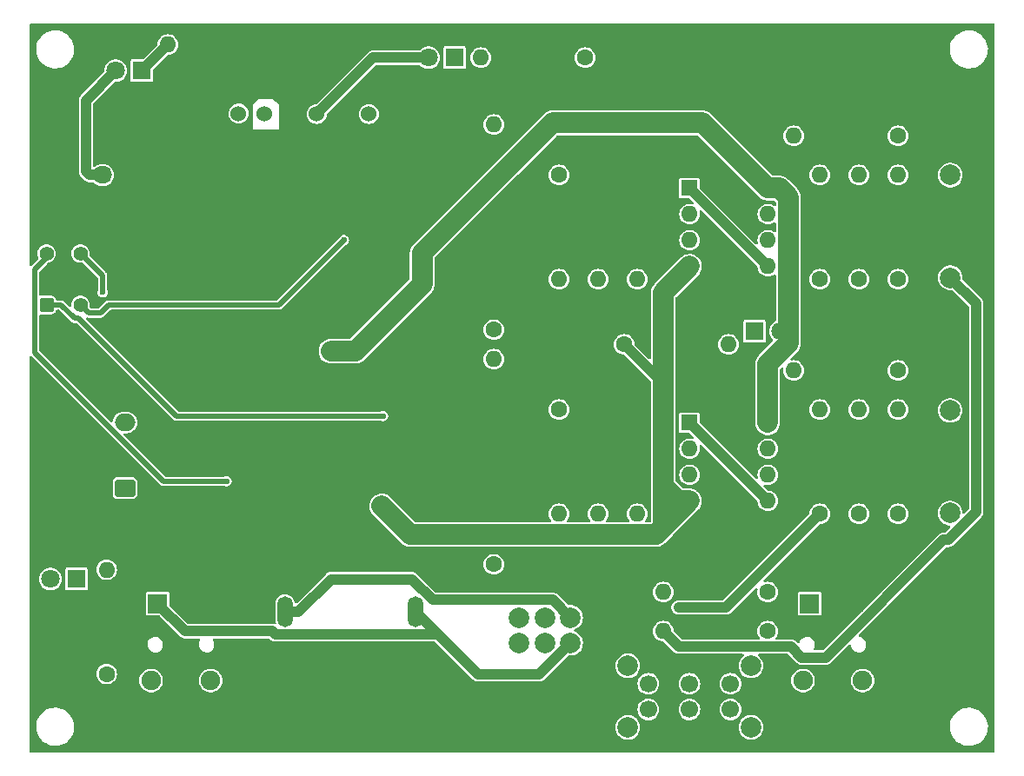
<source format=gbr>
%TF.GenerationSoftware,KiCad,Pcbnew,7.0.11*%
%TF.CreationDate,2024-12-01T20:51:01+09:00*%
%TF.ProjectId,AudioAmp_v0,41756469-6f41-46d7-905f-76302e6b6963,rev?*%
%TF.SameCoordinates,Original*%
%TF.FileFunction,Copper,L2,Bot*%
%TF.FilePolarity,Positive*%
%FSLAX46Y46*%
G04 Gerber Fmt 4.6, Leading zero omitted, Abs format (unit mm)*
G04 Created by KiCad (PCBNEW 7.0.11) date 2024-12-01 20:51:01*
%MOMM*%
%LPD*%
G01*
G04 APERTURE LIST*
G04 Aperture macros list*
%AMRoundRect*
0 Rectangle with rounded corners*
0 $1 Rounding radius*
0 $2 $3 $4 $5 $6 $7 $8 $9 X,Y pos of 4 corners*
0 Add a 4 corners polygon primitive as box body*
4,1,4,$2,$3,$4,$5,$6,$7,$8,$9,$2,$3,0*
0 Add four circle primitives for the rounded corners*
1,1,$1+$1,$2,$3*
1,1,$1+$1,$4,$5*
1,1,$1+$1,$6,$7*
1,1,$1+$1,$8,$9*
0 Add four rect primitives between the rounded corners*
20,1,$1+$1,$2,$3,$4,$5,0*
20,1,$1+$1,$4,$5,$6,$7,0*
20,1,$1+$1,$6,$7,$8,$9,0*
20,1,$1+$1,$8,$9,$2,$3,0*%
G04 Aperture macros list end*
%TA.AperFunction,ComponentPad*%
%ADD10R,1.800000X1.800000*%
%TD*%
%TA.AperFunction,ComponentPad*%
%ADD11C,1.800000*%
%TD*%
%TA.AperFunction,ComponentPad*%
%ADD12C,1.600000*%
%TD*%
%TA.AperFunction,ComponentPad*%
%ADD13O,1.600000X1.600000*%
%TD*%
%TA.AperFunction,ComponentPad*%
%ADD14RoundRect,0.250000X-0.750000X0.600000X-0.750000X-0.600000X0.750000X-0.600000X0.750000X0.600000X0*%
%TD*%
%TA.AperFunction,ComponentPad*%
%ADD15O,2.000000X1.700000*%
%TD*%
%TA.AperFunction,ComponentPad*%
%ADD16C,2.000000*%
%TD*%
%TA.AperFunction,ComponentPad*%
%ADD17R,1.600000X1.600000*%
%TD*%
%TA.AperFunction,ComponentPad*%
%ADD18O,2.997200X1.803400*%
%TD*%
%TA.AperFunction,ComponentPad*%
%ADD19O,1.498600X2.997200*%
%TD*%
%TA.AperFunction,ComponentPad*%
%ADD20C,1.524000*%
%TD*%
%TA.AperFunction,ComponentPad*%
%ADD21R,1.900000X1.900000*%
%TD*%
%TA.AperFunction,ComponentPad*%
%ADD22C,1.900000*%
%TD*%
%TA.AperFunction,ComponentPad*%
%ADD23RoundRect,0.250000X0.450000X-0.450000X0.450000X0.450000X-0.450000X0.450000X-0.450000X-0.450000X0*%
%TD*%
%TA.AperFunction,ComponentPad*%
%ADD24C,1.400000*%
%TD*%
%TA.AperFunction,ComponentPad*%
%ADD25RoundRect,0.250000X-0.675000X0.600000X-0.675000X-0.600000X0.675000X-0.600000X0.675000X0.600000X0*%
%TD*%
%TA.AperFunction,ComponentPad*%
%ADD26O,1.850000X1.700000*%
%TD*%
%TA.AperFunction,ComponentPad*%
%ADD27C,1.700000*%
%TD*%
%TA.AperFunction,ViaPad*%
%ADD28C,0.600000*%
%TD*%
%TA.AperFunction,ViaPad*%
%ADD29C,1.000000*%
%TD*%
%TA.AperFunction,Conductor*%
%ADD30C,1.000000*%
%TD*%
%TA.AperFunction,Conductor*%
%ADD31C,2.000000*%
%TD*%
%TA.AperFunction,Conductor*%
%ADD32C,0.500000*%
%TD*%
G04 APERTURE END LIST*
D10*
%TO.P,D3,1,K*%
%TO.N,Net-(D3-K)*%
X5080000Y-54610000D03*
D11*
%TO.P,D3,2,A*%
%TO.N,+9V*%
X2540000Y-54610000D03*
%TD*%
D12*
%TO.P,R33,1*%
%TO.N,-9V*%
X8012613Y-63854341D03*
D13*
%TO.P,R33,2*%
%TO.N,Net-(D3-K)*%
X8012613Y-53694341D03*
%TD*%
D14*
%TO.P,J6,1,Pin_1*%
%TO.N,GND*%
X9800000Y-36850000D03*
D15*
%TO.P,J6,2,Pin_2*%
%TO.N,+9V*%
X9800000Y-39350000D03*
%TD*%
D12*
%TO.P,C5,1*%
%TO.N,Net-(C5-Pad1)*%
X45720000Y-53180000D03*
D13*
%TO.P,C5,2*%
%TO.N,Net-(C5-Pad2)*%
X45720000Y-33180000D03*
%TD*%
D14*
%TO.P,J7,1,Pin_1*%
%TO.N,-9V*%
X9800000Y-45740000D03*
D15*
%TO.P,J7,2,Pin_2*%
%TO.N,GND*%
X9800000Y-48240000D03*
%TD*%
D16*
%TO.P,C11,1*%
%TO.N,Net-(SW2B-B)*%
X90170000Y-38180000D03*
%TO.P,C11,2*%
%TO.N,Net-(SW2B-A)*%
X90170000Y-48180000D03*
%TD*%
D10*
%TO.P,D1,1,K*%
%TO.N,Net-(D1-K)*%
X11430000Y-5080000D03*
D11*
%TO.P,D1,2,A*%
%TO.N,+5V*%
X8890000Y-5080000D03*
%TD*%
D12*
%TO.P,R2,1*%
%TO.N,Net-(C5-Pad2)*%
X52070000Y-38100000D03*
D13*
%TO.P,R2,2*%
%TO.N,Net-(U3A-+)*%
X52070000Y-48260000D03*
%TD*%
D12*
%TO.P,R3,1*%
%TO.N,GND*%
X59690000Y-15240000D03*
D13*
%TO.P,R3,2*%
%TO.N,Net-(U2A-+)*%
X59690000Y-25400000D03*
%TD*%
D12*
%TO.P,R1,1*%
%TO.N,Net-(C4-Pad2)*%
X52070000Y-15240000D03*
D13*
%TO.P,R1,2*%
%TO.N,Net-(U2A-+)*%
X52070000Y-25400000D03*
%TD*%
D12*
%TO.P,R8,1*%
%TO.N,Net-(SW2B-B)*%
X85090000Y-34290000D03*
D13*
%TO.P,R8,2*%
%TO.N,Net-(U3A--)*%
X74930000Y-34290000D03*
%TD*%
D17*
%TO.P,U2,1*%
%TO.N,Net-(U2B-+)*%
X64780000Y-16520000D03*
D13*
%TO.P,U2,2,-*%
%TO.N,Net-(U2A--)*%
X64780000Y-19060000D03*
%TO.P,U2,3,+*%
%TO.N,Net-(U2A-+)*%
X64780000Y-21600000D03*
%TO.P,U2,4,V-*%
%TO.N,VEE*%
X64780000Y-24140000D03*
%TO.P,U2,5,+*%
%TO.N,Net-(U2B-+)*%
X72400000Y-24140000D03*
%TO.P,U2,6,-*%
%TO.N,Net-(U2B--)*%
X72400000Y-21600000D03*
%TO.P,U2,7*%
X72400000Y-19060000D03*
%TO.P,U2,8,V+*%
%TO.N,VCC*%
X72400000Y-16520000D03*
%TD*%
D12*
%TO.P,R4,1*%
%TO.N,GND*%
X59690000Y-38100000D03*
D13*
%TO.P,R4,2*%
%TO.N,Net-(U3A-+)*%
X59690000Y-48260000D03*
%TD*%
D12*
%TO.P,R11,1*%
%TO.N,Net-(SW2A-A)*%
X81280000Y-25400000D03*
D13*
%TO.P,R11,2*%
%TO.N,Net-(U2B-+)*%
X81280000Y-15240000D03*
%TD*%
D18*
%TO.P,J3,1,1*%
%TO.N,GND*%
X25400000Y-62294000D03*
D19*
%TO.P,J3,2,2*%
%TO.N,Net-(J1-PadT)*%
X25400000Y-57793999D03*
%TD*%
D12*
%TO.P,R31,1*%
%TO.N,GND*%
X24130000Y-2540000D03*
D13*
%TO.P,R31,2*%
%TO.N,Net-(D1-K)*%
X13970000Y-2540000D03*
%TD*%
D12*
%TO.P,R32,1*%
%TO.N,-12V*%
X54610000Y-3810000D03*
D13*
%TO.P,R32,2*%
%TO.N,Net-(D2-K)*%
X44450000Y-3810000D03*
%TD*%
D20*
%TO.P,U1,1,+VIN*%
%TO.N,+5V*%
X20852500Y-9257500D03*
%TO.P,U1,2,-Vin*%
%TO.N,GND*%
X23392500Y-9307500D03*
%TO.P,U1,4,-VOUT*%
%TO.N,+12V*%
X28472500Y-9307500D03*
%TO.P,U1,5,Common*%
%TO.N,GND*%
X31012500Y-9307500D03*
%TO.P,U1,6,+Vout*%
%TO.N,-12V*%
X33552500Y-9307500D03*
%TD*%
D21*
%TO.P,J5,R*%
%TO.N,Net-(J5-PadR)*%
X76490000Y-57000000D03*
D22*
%TO.P,J5,S*%
%TO.N,GND*%
X80990000Y-57000000D03*
%TO.P,J5,T*%
%TO.N,Net-(J5-PadT)*%
X75840000Y-64500000D03*
X81640000Y-64500000D03*
%TD*%
D16*
%TO.P,RV1,1,1*%
%TO.N,Net-(J1-PadT)*%
X53200000Y-58355000D03*
%TO.P,RV1,2,2*%
%TO.N,Net-(C4-Pad1)*%
X50700000Y-58355000D03*
%TO.P,RV1,3,3*%
%TO.N,GND*%
X48200000Y-58355000D03*
%TO.P,RV1,4,4*%
%TO.N,Net-(J1-PadR)*%
X53200000Y-60855000D03*
%TO.P,RV1,5,5*%
%TO.N,Net-(C5-Pad1)*%
X50700000Y-60855000D03*
%TO.P,RV1,6,6*%
%TO.N,GND*%
X48200000Y-60855000D03*
%TD*%
D12*
%TO.P,R9,1*%
%TO.N,Net-(SW2A-A)*%
X85090000Y-25400000D03*
D13*
%TO.P,R9,2*%
%TO.N,Net-(SW2A-B)*%
X85090000Y-15240000D03*
%TD*%
D23*
%TO.P,SW1,1,A*%
%TO.N,Net-(Q3-G)*%
X2167500Y-27900000D03*
D24*
%TO.P,SW1,2,B*%
%TO.N,GND*%
X2167500Y-25400000D03*
%TO.P,SW1,3,C*%
%TO.N,Net-(Q7-G)*%
X2167500Y-22900000D03*
%TO.P,SW1,4,A*%
%TO.N,Net-(Q5-G)*%
X5467500Y-27900000D03*
%TO.P,SW1,5,B*%
%TO.N,GND*%
X5467500Y-25400000D03*
%TO.P,SW1,6,C*%
%TO.N,Net-(Q4-G)*%
X5467500Y-22900000D03*
%TD*%
D25*
%TO.P,J2,1,Pin_1*%
%TO.N,GND*%
X7620000Y-12740000D03*
D26*
%TO.P,J2,2,Pin_2*%
%TO.N,+5V*%
X7620000Y-15240000D03*
%TD*%
D10*
%TO.P,D2,1,K*%
%TO.N,Net-(D2-K)*%
X41910000Y-3810000D03*
D11*
%TO.P,D2,2,A*%
%TO.N,+12V*%
X39370000Y-3810000D03*
%TD*%
D16*
%TO.P,C10,1*%
%TO.N,Net-(SW2A-B)*%
X90180000Y-15250000D03*
%TO.P,C10,2*%
%TO.N,Net-(SW2A-A)*%
X90180000Y-25250000D03*
%TD*%
D12*
%TO.P,R6,1*%
%TO.N,GND*%
X55880000Y-38100000D03*
D13*
%TO.P,R6,2*%
%TO.N,Net-(U3A--)*%
X55880000Y-48260000D03*
%TD*%
D12*
%TO.P,R12,1*%
%TO.N,Net-(SW2B-A)*%
X81280000Y-48260000D03*
D13*
%TO.P,R12,2*%
%TO.N,Net-(U3B-+)*%
X81280000Y-38100000D03*
%TD*%
D12*
%TO.P,R10,1*%
%TO.N,Net-(SW2B-A)*%
X85090000Y-48260000D03*
D13*
%TO.P,R10,2*%
%TO.N,Net-(SW2B-B)*%
X85090000Y-38100000D03*
%TD*%
D17*
%TO.P,U3,1*%
%TO.N,Net-(U3B-+)*%
X64780000Y-39380000D03*
D13*
%TO.P,U3,2,-*%
%TO.N,Net-(U3A--)*%
X64780000Y-41920000D03*
%TO.P,U3,3,+*%
%TO.N,Net-(U3A-+)*%
X64780000Y-44460000D03*
%TO.P,U3,4,V-*%
%TO.N,VEE*%
X64780000Y-47000000D03*
%TO.P,U3,5,+*%
%TO.N,Net-(U3B-+)*%
X72400000Y-47000000D03*
%TO.P,U3,6,-*%
%TO.N,Net-(U3B--)*%
X72400000Y-44460000D03*
%TO.P,U3,7*%
X72400000Y-41920000D03*
%TO.P,U3,8,V+*%
%TO.N,VCC*%
X72400000Y-39380000D03*
%TD*%
D18*
%TO.P,J4,1,1*%
%TO.N,GND*%
X38100000Y-62294000D03*
D19*
%TO.P,J4,2,2*%
%TO.N,Net-(J1-PadR)*%
X38100000Y-57793999D03*
%TD*%
D12*
%TO.P,R7,1*%
%TO.N,Net-(SW2A-B)*%
X85090000Y-11430000D03*
D13*
%TO.P,R7,2*%
%TO.N,Net-(U2A--)*%
X74930000Y-11430000D03*
%TD*%
D12*
%TO.P,R15,1*%
%TO.N,Net-(J5-PadT)*%
X72390000Y-59690000D03*
D13*
%TO.P,R15,2*%
%TO.N,Net-(SW2A-A)*%
X62230000Y-59690000D03*
%TD*%
D21*
%TO.P,J1,R*%
%TO.N,Net-(J1-PadR)*%
X12990000Y-57000000D03*
D22*
%TO.P,J1,S*%
%TO.N,GND*%
X17490000Y-57000000D03*
%TO.P,J1,T*%
%TO.N,Net-(J1-PadT)*%
X12340000Y-64500000D03*
X18140000Y-64500000D03*
%TD*%
D12*
%TO.P,R13,1*%
%TO.N,Net-(SW2A-A)*%
X77470000Y-25400000D03*
D13*
%TO.P,R13,2*%
%TO.N,Net-(U2B--)*%
X77470000Y-15240000D03*
%TD*%
D12*
%TO.P,R5,1*%
%TO.N,GND*%
X55880000Y-15240000D03*
D13*
%TO.P,R5,2*%
%TO.N,Net-(U2A--)*%
X55880000Y-25400000D03*
%TD*%
D12*
%TO.P,R34,1*%
%TO.N,VEE*%
X58420000Y-31750000D03*
D13*
%TO.P,R34,2*%
%TO.N,Net-(D4-K)*%
X68580000Y-31750000D03*
%TD*%
D12*
%TO.P,C4,1*%
%TO.N,Net-(C4-Pad1)*%
X45720000Y-30320000D03*
D13*
%TO.P,C4,2*%
%TO.N,Net-(C4-Pad2)*%
X45720000Y-10320000D03*
%TD*%
D12*
%TO.P,R16,1*%
%TO.N,Net-(J5-PadR)*%
X72390000Y-55880000D03*
D13*
%TO.P,R16,2*%
%TO.N,Net-(SW2B-A)*%
X62230000Y-55880000D03*
%TD*%
D12*
%TO.P,R14,1*%
%TO.N,Net-(SW2B-A)*%
X77470000Y-48260000D03*
D13*
%TO.P,R14,2*%
%TO.N,Net-(U3B--)*%
X77470000Y-38100000D03*
%TD*%
D16*
%TO.P,SW2,*%
%TO.N,*%
X58770000Y-63060000D03*
X58770000Y-69060000D03*
X70770000Y-63060000D03*
X70770000Y-69060000D03*
D27*
%TO.P,SW2,1,A*%
%TO.N,Net-(SW2A-A)*%
X60770000Y-64810000D03*
%TO.P,SW2,2,B*%
%TO.N,Net-(SW2A-B)*%
X64770000Y-64810000D03*
%TO.P,SW2,3,C*%
%TO.N,unconnected-(SW2A-C-Pad3)*%
X68770000Y-64810000D03*
%TO.P,SW2,4,A*%
%TO.N,Net-(SW2B-A)*%
X60770000Y-67310000D03*
%TO.P,SW2,5,B*%
%TO.N,Net-(SW2B-B)*%
X64770000Y-67310000D03*
%TO.P,SW2,6,C*%
%TO.N,unconnected-(SW2B-C-Pad6)*%
X68770000Y-67310000D03*
%TD*%
D10*
%TO.P,D4,1,K*%
%TO.N,Net-(D4-K)*%
X71120000Y-30480000D03*
D11*
%TO.P,D4,2,A*%
%TO.N,VCC*%
X73660000Y-30480000D03*
%TD*%
D28*
%TO.N,GND*%
X36068000Y-30988000D03*
X34290000Y-49530000D03*
X49784000Y-54356000D03*
X23876000Y-69596000D03*
X77975193Y-49590956D03*
X58118894Y-44204775D03*
X73300028Y-48290557D03*
X13438670Y-63317052D03*
X78680416Y-24311010D03*
X23876000Y-56896000D03*
X63908709Y-27417219D03*
X49972420Y-34516290D03*
X28529319Y-49389484D03*
X11593645Y-22580276D03*
X68560703Y-22209321D03*
X1270000Y-67310000D03*
X17145000Y-6985000D03*
X45984623Y-17997051D03*
X40005000Y-11430000D03*
X17018000Y-33020000D03*
X9398000Y-29210000D03*
X984223Y-10404826D03*
X68326000Y-62230000D03*
X21434687Y-16749843D03*
X61159910Y-866295D03*
X13970000Y-30988000D03*
X44450000Y-1016000D03*
X39757568Y-55238433D03*
X32796398Y-10674248D03*
X88265097Y-61235236D03*
X50800000Y-52070000D03*
X76061939Y-22235388D03*
X5080000Y-71120000D03*
X52070000Y-63500000D03*
X7366000Y-4826000D03*
X86173851Y-37045176D03*
X93980000Y-38354000D03*
X62493844Y-57902504D03*
X79756000Y-69596000D03*
X42117355Y-37938365D03*
X65960546Y-35506279D03*
X57589297Y-71135495D03*
X46539263Y-34312628D03*
X54003325Y-67179727D03*
X954413Y-62244712D03*
X49870666Y-6409559D03*
X74012857Y-38709916D03*
X93980000Y-1270000D03*
X1270000Y-1270000D03*
X9198156Y-56477515D03*
X70922411Y-43767104D03*
X48894642Y-10428755D03*
X85863679Y-16374902D03*
X69342000Y-69596000D03*
X51189894Y-12742757D03*
X13716000Y-71120000D03*
X12446000Y-37592000D03*
X5080000Y-1270000D03*
X63784336Y-17864701D03*
X71076458Y-21303315D03*
X54538421Y-25736202D03*
X75340269Y-32996072D03*
X50564194Y-48597498D03*
X89780124Y-63049900D03*
X65278000Y-68580000D03*
X1270000Y-5080000D03*
X59690000Y-66040000D03*
X66100247Y-42262894D03*
X76594244Y-55526978D03*
X7620000Y-52324000D03*
X55459191Y-8527084D03*
X73791599Y-42260932D03*
X1270000Y-71120000D03*
X50670689Y-38385865D03*
X83641515Y-49222586D03*
X33416777Y-2697669D03*
X73152000Y-62230000D03*
X53079525Y-972967D03*
X36068000Y-26416000D03*
X90170000Y-10160000D03*
X48260000Y-71120000D03*
X43576042Y-64990022D03*
X68522304Y-44873776D03*
X23368000Y-50800000D03*
X73152000Y-14732000D03*
X64135000Y-11684000D03*
X27260687Y-53025858D03*
X44386266Y-32334198D03*
X91592664Y-39105729D03*
X66702768Y-39784077D03*
X86549428Y-55366431D03*
X9144000Y-41910000D03*
X90170000Y-66675000D03*
X81909443Y-60066676D03*
X63843828Y-43295579D03*
X25704866Y-10738749D03*
X7520990Y-8497572D03*
X81777882Y-20990015D03*
X79184322Y-9626366D03*
X93980000Y-10160000D03*
X77003924Y-65584719D03*
X84217673Y-47001143D03*
X44386266Y-43157371D03*
X36454355Y-51592264D03*
X70859719Y-12564384D03*
X54249319Y-40800713D03*
X56051337Y-20528277D03*
X50641594Y-29512027D03*
X93472000Y-59436000D03*
X74924738Y-57072817D03*
X71021871Y-47193667D03*
X4228791Y-27294470D03*
X6960550Y-29636450D03*
X53463766Y-44233870D03*
X57247467Y-48659617D03*
X61852495Y-8527084D03*
X56885568Y-58245867D03*
X56285937Y-34516290D03*
X73334454Y-10321656D03*
X46362852Y-24514231D03*
X86360000Y-13970000D03*
X19700165Y-64629526D03*
X44240793Y-36756570D03*
X79893856Y-30793336D03*
X40326978Y-6565203D03*
X1016000Y-33782000D03*
X2464630Y-24095061D03*
X11176000Y-57150000D03*
X47644856Y-48627147D03*
X72699901Y-54589783D03*
X24130000Y-19812000D03*
X39776977Y-61218687D03*
X50930696Y-20353710D03*
X42667844Y-21342925D03*
X60642472Y-45211215D03*
X63792331Y-30733998D03*
X6639146Y-64962291D03*
X36005051Y-14904424D03*
X38158599Y-48526342D03*
X50800000Y-8636000D03*
X57128537Y-51866604D03*
X826313Y-48304001D03*
X75966142Y-26354699D03*
X85786833Y-52888746D03*
X78587915Y-39178461D03*
X66802000Y-8636000D03*
X85067954Y-67657633D03*
X65232710Y-48769319D03*
X67488665Y-53928993D03*
X31596508Y-61052304D03*
X91460581Y-51027744D03*
X47338006Y-12015632D03*
X8705710Y-50130424D03*
X90170000Y-71120000D03*
X93980000Y-71120000D03*
X42608005Y-16618653D03*
X23640163Y-60860688D03*
X55623444Y-2841335D03*
X45974000Y-3810000D03*
X33274000Y-71120000D03*
X34798000Y-5080000D03*
X93980000Y-23368000D03*
X30988000Y-67564000D03*
X14478000Y-40894000D03*
X74111302Y-35513046D03*
X42073502Y-48651987D03*
X6858000Y-55626000D03*
X72390000Y-69596000D03*
X3556000Y-28956000D03*
X40020240Y-26812700D03*
X72715038Y-25662924D03*
X30480000Y-5588000D03*
X79843791Y-41759514D03*
X35052000Y-8382000D03*
X9144000Y-66548000D03*
X91694000Y-57912000D03*
X32868964Y-18031092D03*
X9088724Y-59350120D03*
X84116470Y-65542383D03*
X44764495Y-29075609D03*
X57785000Y-25400000D03*
X1947214Y-32139687D03*
X39052568Y-20332815D03*
X11430000Y-44196000D03*
X36100286Y-20237580D03*
X60490771Y-35593562D03*
X13764980Y-4354229D03*
X27178000Y-55880000D03*
X7112000Y-27940000D03*
X87877016Y-30825268D03*
X5103669Y-35400660D03*
X86917739Y-43208685D03*
X63775495Y-20256950D03*
X66057670Y-21009030D03*
X91517337Y-18371539D03*
X6845356Y-59760493D03*
X81764942Y-43064407D03*
X63927443Y-34290000D03*
X28854149Y-26523382D03*
X19034636Y-60802731D03*
X9652000Y-26162000D03*
X75385499Y-4774856D03*
X77054980Y-63396950D03*
X68871083Y-19120444D03*
X49441300Y-14421407D03*
X66185595Y-60102661D03*
X60679214Y-26486194D03*
X52070000Y-11684000D03*
X81534000Y-71120000D03*
X909504Y-55929862D03*
X75543073Y-51920020D03*
X56373221Y-27970016D03*
X25400000Y-19050000D03*
X5080000Y-5080000D03*
X44196000Y-51816000D03*
X964965Y-41759626D03*
X19050000Y-1016000D03*
X69531225Y-51946858D03*
X11745338Y-3038058D03*
X47752000Y-68072000D03*
X13716000Y-43942000D03*
X35560000Y-43434000D03*
X60997411Y-18608037D03*
X93980000Y-66675000D03*
X57622443Y-17007836D03*
X66327856Y-12804195D03*
X16566630Y-60747270D03*
X42173237Y-31322355D03*
X60622807Y-32393167D03*
X68854240Y-15199670D03*
X66655098Y-16788165D03*
X73914000Y-1016000D03*
X91596478Y-47269089D03*
X29271980Y-10636588D03*
X60475552Y-41557171D03*
X80252306Y-61693683D03*
X30596067Y-17908705D03*
X90170000Y-1270000D03*
X64887090Y-58618656D03*
X93980000Y-5080000D03*
X4387387Y-37417799D03*
X54343578Y-48613115D03*
X93980000Y-53594000D03*
X93980000Y-14478000D03*
X85567877Y-39408651D03*
X83619377Y-37970098D03*
X79382423Y-14274091D03*
X4725382Y-12950585D03*
X7366000Y-40132000D03*
X29707548Y-27831395D03*
X91694000Y-25146000D03*
X82831659Y-26514362D03*
X15494000Y-24892000D03*
X71029223Y-60082050D03*
X64516000Y-71120000D03*
X12446000Y-66802000D03*
X63897867Y-37481500D03*
X80500576Y-17764819D03*
X80549837Y-52396709D03*
X84657699Y-57175128D03*
X77371774Y-61139130D03*
X42164000Y-51816000D03*
X91645067Y-35902558D03*
X37811362Y-40673252D03*
X37582996Y-66365407D03*
X91534645Y-43146852D03*
X68950615Y-38068614D03*
X17735167Y-67688730D03*
X16002000Y-47244000D03*
X78004088Y-46928310D03*
X58495279Y-11799912D03*
X88675332Y-24215212D03*
X8352986Y-38635105D03*
X71054848Y-56309610D03*
X1028497Y-16957388D03*
X83813408Y-10708333D03*
X17018000Y-37846000D03*
X70739089Y-35436148D03*
X69068923Y-42012206D03*
X25146000Y-8128000D03*
X46713830Y-31228605D03*
X63903117Y-40793917D03*
X67330163Y-4957932D03*
X82298896Y-918286D03*
X64183834Y-56254615D03*
X5080000Y-67310000D03*
X89583638Y-49629700D03*
X6964096Y-32244205D03*
X1013669Y-23365669D03*
X13208000Y-58674000D03*
X71672810Y-17905237D03*
X71533668Y-40789693D03*
X38247780Y-34563397D03*
X73791599Y-44059461D03*
X76959385Y-44747495D03*
X66439935Y-24275008D03*
X87717353Y-20670689D03*
X39609645Y-71158399D03*
X61014047Y-4912163D03*
X90170000Y-5080000D03*
X82937376Y-4866394D03*
X3580256Y-20249973D03*
X61976000Y-68072000D03*
X39702508Y-45037435D03*
X26670000Y-6985000D03*
X44196000Y-48514000D03*
X48372219Y-44466626D03*
X68411603Y-58515600D03*
X30362383Y-53417961D03*
X6009330Y-17997829D03*
X91440000Y-28194000D03*
X47383005Y-39520552D03*
%TO.N,Net-(SW2B-A)*%
X63730000Y-57380000D03*
D29*
%TO.N,VCC*%
X32238876Y-32405000D03*
X29845000Y-32385000D03*
X31115000Y-32385000D03*
%TO.N,VEE*%
X36322000Y-49022000D03*
X34798000Y-47498000D03*
X35560000Y-48260000D03*
D28*
%TO.N,Net-(Q3-G)*%
X34925000Y-38735000D03*
%TO.N,Net-(Q4-G)*%
X7622278Y-26673662D03*
%TO.N,Net-(Q5-G)*%
X31115000Y-21590000D03*
%TO.N,Net-(Q7-G)*%
X19685000Y-45085000D03*
%TD*%
D30*
%TO.N,+5V*%
X8890000Y-5080000D02*
X5995000Y-7975000D01*
X5995000Y-14885000D02*
X6350000Y-15240000D01*
X6350000Y-15240000D02*
X7620000Y-15240000D01*
X5995000Y-7975000D02*
X5995000Y-14885000D01*
%TO.N,+12V*%
X33970000Y-3810000D02*
X28472500Y-9307500D01*
X39370000Y-3810000D02*
X33970000Y-3810000D01*
%TO.N,Net-(SW2A-A)*%
X78073453Y-62250000D02*
X89523453Y-50800000D01*
X63730000Y-61190000D02*
X74662233Y-61190000D01*
X89954164Y-50800000D02*
X92710000Y-48044164D01*
X92710000Y-48044164D02*
X92710000Y-27780000D01*
X89523453Y-50800000D02*
X89954164Y-50800000D01*
X75722233Y-62250000D02*
X78073453Y-62250000D01*
X92710000Y-27780000D02*
X90180000Y-25250000D01*
X62230000Y-59690000D02*
X63730000Y-61190000D01*
X74662233Y-61190000D02*
X75722233Y-62250000D01*
%TO.N,Net-(SW2B-A)*%
X68350000Y-57380000D02*
X63730000Y-57380000D01*
X77470000Y-48260000D02*
X68350000Y-57380000D01*
D31*
%TO.N,VCC*%
X74400000Y-17388630D02*
X74400000Y-30480000D01*
D30*
X73660000Y-30480000D02*
X74400000Y-30480000D01*
D31*
X32238876Y-32405000D02*
X38735000Y-25908876D01*
X74400000Y-31645000D02*
X72400000Y-33645000D01*
X74400000Y-30480000D02*
X74400000Y-31645000D01*
X32238876Y-32405000D02*
X29865000Y-32405000D01*
X72400000Y-33645000D02*
X72400000Y-39380000D01*
X66040000Y-10160000D02*
X72400000Y-16520000D01*
X51435000Y-10160000D02*
X66040000Y-10160000D01*
X73531370Y-16520000D02*
X74400000Y-17388630D01*
X38735000Y-22860000D02*
X51435000Y-10160000D01*
X72400000Y-16520000D02*
X73531370Y-16520000D01*
X38735000Y-25908876D02*
X38735000Y-22860000D01*
%TO.N,VEE*%
X37560000Y-50260000D02*
X61520000Y-50260000D01*
X63648630Y-47000000D02*
X62230000Y-45581370D01*
X35560000Y-48260000D02*
X36322000Y-49022000D01*
X62230000Y-35560000D02*
X62230000Y-26690000D01*
X64780000Y-47000000D02*
X63648630Y-47000000D01*
X61520000Y-50260000D02*
X62230000Y-49550000D01*
X35560000Y-48260000D02*
X34798000Y-47498000D01*
D30*
X58420000Y-31750000D02*
X62230000Y-35560000D01*
D31*
X62230000Y-26690000D02*
X64780000Y-24140000D01*
X62230000Y-49550000D02*
X62230000Y-45581370D01*
X61520000Y-50260000D02*
X64780000Y-47000000D01*
X36322000Y-49022000D02*
X37560000Y-50260000D01*
X62230000Y-45581370D02*
X62230000Y-35560000D01*
D30*
%TO.N,Net-(J1-PadR)*%
X53200000Y-60855000D02*
X50159300Y-63895700D01*
X15680000Y-59690000D02*
X24130000Y-59690000D01*
X44201701Y-63895700D02*
X40318000Y-60012000D01*
X12990000Y-57000000D02*
X15680000Y-59690000D01*
X50159300Y-63895700D02*
X44201701Y-63895700D01*
X24452000Y-60012000D02*
X40318000Y-60012000D01*
X40318000Y-60012000D02*
X38100000Y-57793999D01*
X24130000Y-59690000D02*
X24452000Y-60012000D01*
%TO.N,Net-(J1-PadT)*%
X26678215Y-57793999D02*
X25400000Y-57793999D01*
X53200000Y-58355000D02*
X51500000Y-56655000D01*
X51500000Y-56655000D02*
X39759921Y-56655000D01*
X29846214Y-54626000D02*
X26678215Y-57793999D01*
X39759921Y-56655000D02*
X37730921Y-54626000D01*
X37730921Y-54626000D02*
X29846214Y-54626000D01*
D32*
%TO.N,Net-(Q3-G)*%
X14802475Y-38735000D02*
X5277475Y-29210000D01*
X14802475Y-38735000D02*
X34925000Y-38735000D01*
X4870661Y-29210000D02*
X3560661Y-27900000D01*
X3560661Y-27900000D02*
X2167500Y-27900000D01*
X5277475Y-29210000D02*
X4870661Y-29210000D01*
%TO.N,Net-(Q4-G)*%
X7622278Y-25054778D02*
X7622278Y-26673662D01*
X5467500Y-22900000D02*
X7622278Y-25054778D01*
%TO.N,Net-(Q5-G)*%
X8212661Y-27900000D02*
X24805000Y-27900000D01*
X7422661Y-28690000D02*
X8212661Y-27900000D01*
X5467500Y-27900000D02*
X6257500Y-28690000D01*
X24805000Y-27900000D02*
X31115000Y-21590000D01*
X6257500Y-28690000D02*
X7422661Y-28690000D01*
%TO.N,Net-(Q7-G)*%
X2167500Y-23272499D02*
X2167500Y-22900000D01*
X13546522Y-45085000D02*
X1017500Y-32555978D01*
X1017500Y-32555978D02*
X1017500Y-24422499D01*
X1017500Y-24422499D02*
X2167500Y-23272499D01*
X19685000Y-45085000D02*
X13546522Y-45085000D01*
D30*
%TO.N,Net-(U2B-+)*%
X64780000Y-16520000D02*
X72400000Y-24140000D01*
%TO.N,Net-(U3B-+)*%
X64780000Y-39380000D02*
X72400000Y-47000000D01*
%TO.N,Net-(D1-K)*%
X11430000Y-5080000D02*
X13970000Y-2540000D01*
%TD*%
%TA.AperFunction,Conductor*%
%TO.N,GND*%
G36*
X94442539Y-520185D02*
G01*
X94488294Y-572989D01*
X94499500Y-624500D01*
X94499500Y-71375500D01*
X94479815Y-71442539D01*
X94427011Y-71488294D01*
X94375500Y-71499500D01*
X624500Y-71499500D01*
X557461Y-71479815D01*
X511706Y-71427011D01*
X500500Y-71375500D01*
X500500Y-69067763D01*
X1145787Y-69067763D01*
X1175413Y-69337013D01*
X1175415Y-69337024D01*
X1243926Y-69599082D01*
X1243928Y-69599088D01*
X1349870Y-69848390D01*
X1421998Y-69966575D01*
X1490979Y-70079605D01*
X1490986Y-70079615D01*
X1664253Y-70287819D01*
X1664259Y-70287824D01*
X1865998Y-70468582D01*
X2091910Y-70618044D01*
X2337176Y-70733020D01*
X2337183Y-70733022D01*
X2337185Y-70733023D01*
X2596557Y-70811057D01*
X2596564Y-70811058D01*
X2596569Y-70811060D01*
X2864561Y-70850500D01*
X2864566Y-70850500D01*
X3067629Y-70850500D01*
X3067631Y-70850500D01*
X3067636Y-70850499D01*
X3067648Y-70850499D01*
X3105191Y-70847750D01*
X3270156Y-70835677D01*
X3382758Y-70810593D01*
X3534546Y-70776782D01*
X3534548Y-70776781D01*
X3534553Y-70776780D01*
X3787558Y-70680014D01*
X4023777Y-70547441D01*
X4238177Y-70381888D01*
X4426186Y-70186881D01*
X4583799Y-69966579D01*
X4657787Y-69822669D01*
X4707649Y-69725690D01*
X4707651Y-69725684D01*
X4707656Y-69725675D01*
X4795118Y-69469305D01*
X4844319Y-69202933D01*
X4849543Y-69060000D01*
X57564357Y-69060000D01*
X57584884Y-69281535D01*
X57584885Y-69281537D01*
X57645769Y-69495523D01*
X57645775Y-69495538D01*
X57744938Y-69694683D01*
X57744943Y-69694691D01*
X57879020Y-69872238D01*
X58043437Y-70022123D01*
X58043439Y-70022125D01*
X58232595Y-70139245D01*
X58232596Y-70139245D01*
X58232599Y-70139247D01*
X58440060Y-70219618D01*
X58658757Y-70260500D01*
X58658759Y-70260500D01*
X58881241Y-70260500D01*
X58881243Y-70260500D01*
X59099940Y-70219618D01*
X59307401Y-70139247D01*
X59496562Y-70022124D01*
X59660981Y-69872236D01*
X59795058Y-69694689D01*
X59894229Y-69495528D01*
X59955115Y-69281536D01*
X59975643Y-69060000D01*
X69564357Y-69060000D01*
X69584884Y-69281535D01*
X69584885Y-69281537D01*
X69645769Y-69495523D01*
X69645775Y-69495538D01*
X69744938Y-69694683D01*
X69744943Y-69694691D01*
X69879020Y-69872238D01*
X70043437Y-70022123D01*
X70043439Y-70022125D01*
X70232595Y-70139245D01*
X70232596Y-70139245D01*
X70232599Y-70139247D01*
X70440060Y-70219618D01*
X70658757Y-70260500D01*
X70658759Y-70260500D01*
X70881241Y-70260500D01*
X70881243Y-70260500D01*
X71099940Y-70219618D01*
X71307401Y-70139247D01*
X71496562Y-70022124D01*
X71660981Y-69872236D01*
X71795058Y-69694689D01*
X71894229Y-69495528D01*
X71955115Y-69281536D01*
X71974924Y-69067763D01*
X90145787Y-69067763D01*
X90175413Y-69337013D01*
X90175415Y-69337024D01*
X90243926Y-69599082D01*
X90243928Y-69599088D01*
X90349870Y-69848390D01*
X90421998Y-69966575D01*
X90490979Y-70079605D01*
X90490986Y-70079615D01*
X90664253Y-70287819D01*
X90664259Y-70287824D01*
X90865998Y-70468582D01*
X91091910Y-70618044D01*
X91337176Y-70733020D01*
X91337183Y-70733022D01*
X91337185Y-70733023D01*
X91596557Y-70811057D01*
X91596564Y-70811058D01*
X91596569Y-70811060D01*
X91864561Y-70850500D01*
X91864566Y-70850500D01*
X92067629Y-70850500D01*
X92067631Y-70850500D01*
X92067636Y-70850499D01*
X92067648Y-70850499D01*
X92105191Y-70847750D01*
X92270156Y-70835677D01*
X92382758Y-70810593D01*
X92534546Y-70776782D01*
X92534548Y-70776781D01*
X92534553Y-70776780D01*
X92787558Y-70680014D01*
X93023777Y-70547441D01*
X93238177Y-70381888D01*
X93426186Y-70186881D01*
X93583799Y-69966579D01*
X93657787Y-69822669D01*
X93707649Y-69725690D01*
X93707651Y-69725684D01*
X93707656Y-69725675D01*
X93795118Y-69469305D01*
X93844319Y-69202933D01*
X93854212Y-68932235D01*
X93824586Y-68662982D01*
X93756072Y-68400912D01*
X93650130Y-68151610D01*
X93509018Y-67920390D01*
X93419747Y-67813119D01*
X93335746Y-67712180D01*
X93335740Y-67712175D01*
X93134002Y-67531418D01*
X92908092Y-67381957D01*
X92908090Y-67381956D01*
X92662824Y-67266980D01*
X92662819Y-67266978D01*
X92662814Y-67266976D01*
X92403442Y-67188942D01*
X92403428Y-67188939D01*
X92287791Y-67171921D01*
X92135439Y-67149500D01*
X91932369Y-67149500D01*
X91932351Y-67149500D01*
X91729844Y-67164323D01*
X91729831Y-67164325D01*
X91465453Y-67223217D01*
X91465446Y-67223220D01*
X91212439Y-67319987D01*
X90976226Y-67452557D01*
X90761822Y-67618112D01*
X90573822Y-67813109D01*
X90573816Y-67813116D01*
X90416202Y-68033419D01*
X90416199Y-68033424D01*
X90292350Y-68274309D01*
X90292343Y-68274327D01*
X90204884Y-68530685D01*
X90204881Y-68530699D01*
X90155681Y-68797068D01*
X90155680Y-68797075D01*
X90145787Y-69067763D01*
X71974924Y-69067763D01*
X71975643Y-69060000D01*
X71955115Y-68838464D01*
X71894229Y-68624472D01*
X71894224Y-68624461D01*
X71795061Y-68425316D01*
X71795056Y-68425308D01*
X71660979Y-68247761D01*
X71496562Y-68097876D01*
X71496560Y-68097874D01*
X71307404Y-67980754D01*
X71307398Y-67980752D01*
X71099940Y-67900382D01*
X70881243Y-67859500D01*
X70658757Y-67859500D01*
X70440060Y-67900382D01*
X70308864Y-67951207D01*
X70232601Y-67980752D01*
X70232595Y-67980754D01*
X70043439Y-68097874D01*
X70043437Y-68097876D01*
X69879020Y-68247761D01*
X69744943Y-68425308D01*
X69744938Y-68425316D01*
X69645775Y-68624461D01*
X69645769Y-68624476D01*
X69584885Y-68838462D01*
X69584884Y-68838464D01*
X69564357Y-69059999D01*
X69564357Y-69060000D01*
X59975643Y-69060000D01*
X59955115Y-68838464D01*
X59894229Y-68624472D01*
X59894224Y-68624461D01*
X59795061Y-68425316D01*
X59795056Y-68425308D01*
X59660979Y-68247761D01*
X59496562Y-68097876D01*
X59496560Y-68097874D01*
X59307404Y-67980754D01*
X59307398Y-67980752D01*
X59099940Y-67900382D01*
X58881243Y-67859500D01*
X58658757Y-67859500D01*
X58440060Y-67900382D01*
X58308864Y-67951207D01*
X58232601Y-67980752D01*
X58232595Y-67980754D01*
X58043439Y-68097874D01*
X58043437Y-68097876D01*
X57879020Y-68247761D01*
X57744943Y-68425308D01*
X57744938Y-68425316D01*
X57645775Y-68624461D01*
X57645769Y-68624476D01*
X57584885Y-68838462D01*
X57584884Y-68838464D01*
X57564357Y-69059999D01*
X57564357Y-69060000D01*
X4849543Y-69060000D01*
X4854212Y-68932235D01*
X4824586Y-68662982D01*
X4756072Y-68400912D01*
X4650130Y-68151610D01*
X4509018Y-67920390D01*
X4419747Y-67813119D01*
X4335746Y-67712180D01*
X4335740Y-67712175D01*
X4134002Y-67531418D01*
X3908092Y-67381957D01*
X3908090Y-67381956D01*
X3754594Y-67310000D01*
X59714417Y-67310000D01*
X59734699Y-67515932D01*
X59734700Y-67515934D01*
X59794768Y-67713954D01*
X59892315Y-67896450D01*
X59892317Y-67896452D01*
X60023589Y-68056410D01*
X60120209Y-68135702D01*
X60183550Y-68187685D01*
X60366046Y-68285232D01*
X60564066Y-68345300D01*
X60564065Y-68345300D01*
X60582529Y-68347118D01*
X60770000Y-68365583D01*
X60975934Y-68345300D01*
X61173954Y-68285232D01*
X61356450Y-68187685D01*
X61516410Y-68056410D01*
X61647685Y-67896450D01*
X61745232Y-67713954D01*
X61805300Y-67515934D01*
X61825583Y-67310000D01*
X63714417Y-67310000D01*
X63734699Y-67515932D01*
X63734700Y-67515934D01*
X63794768Y-67713954D01*
X63892315Y-67896450D01*
X63892317Y-67896452D01*
X64023589Y-68056410D01*
X64120209Y-68135702D01*
X64183550Y-68187685D01*
X64366046Y-68285232D01*
X64564066Y-68345300D01*
X64564065Y-68345300D01*
X64582529Y-68347118D01*
X64770000Y-68365583D01*
X64975934Y-68345300D01*
X65173954Y-68285232D01*
X65356450Y-68187685D01*
X65516410Y-68056410D01*
X65647685Y-67896450D01*
X65745232Y-67713954D01*
X65805300Y-67515934D01*
X65825583Y-67310000D01*
X67714417Y-67310000D01*
X67734699Y-67515932D01*
X67734700Y-67515934D01*
X67794768Y-67713954D01*
X67892315Y-67896450D01*
X67892317Y-67896452D01*
X68023589Y-68056410D01*
X68120209Y-68135702D01*
X68183550Y-68187685D01*
X68366046Y-68285232D01*
X68564066Y-68345300D01*
X68564065Y-68345300D01*
X68582529Y-68347118D01*
X68770000Y-68365583D01*
X68975934Y-68345300D01*
X69173954Y-68285232D01*
X69356450Y-68187685D01*
X69516410Y-68056410D01*
X69647685Y-67896450D01*
X69745232Y-67713954D01*
X69805300Y-67515934D01*
X69825583Y-67310000D01*
X69805300Y-67104066D01*
X69745232Y-66906046D01*
X69647685Y-66723550D01*
X69595702Y-66660209D01*
X69516410Y-66563589D01*
X69356452Y-66432317D01*
X69356453Y-66432317D01*
X69356450Y-66432315D01*
X69173954Y-66334768D01*
X68975934Y-66274700D01*
X68975932Y-66274699D01*
X68975934Y-66274699D01*
X68770000Y-66254417D01*
X68564067Y-66274699D01*
X68366043Y-66334769D01*
X68255898Y-66393643D01*
X68183550Y-66432315D01*
X68183548Y-66432316D01*
X68183547Y-66432317D01*
X68023589Y-66563589D01*
X67892317Y-66723547D01*
X67794769Y-66906043D01*
X67734699Y-67104067D01*
X67714417Y-67310000D01*
X65825583Y-67310000D01*
X65805300Y-67104066D01*
X65745232Y-66906046D01*
X65647685Y-66723550D01*
X65595702Y-66660209D01*
X65516410Y-66563589D01*
X65356452Y-66432317D01*
X65356453Y-66432317D01*
X65356450Y-66432315D01*
X65173954Y-66334768D01*
X64975934Y-66274700D01*
X64975932Y-66274699D01*
X64975934Y-66274699D01*
X64770000Y-66254417D01*
X64564067Y-66274699D01*
X64366043Y-66334769D01*
X64255898Y-66393643D01*
X64183550Y-66432315D01*
X64183548Y-66432316D01*
X64183547Y-66432317D01*
X64023589Y-66563589D01*
X63892317Y-66723547D01*
X63794769Y-66906043D01*
X63734699Y-67104067D01*
X63714417Y-67310000D01*
X61825583Y-67310000D01*
X61805300Y-67104066D01*
X61745232Y-66906046D01*
X61647685Y-66723550D01*
X61595702Y-66660209D01*
X61516410Y-66563589D01*
X61356452Y-66432317D01*
X61356453Y-66432317D01*
X61356450Y-66432315D01*
X61173954Y-66334768D01*
X60975934Y-66274700D01*
X60975932Y-66274699D01*
X60975934Y-66274699D01*
X60770000Y-66254417D01*
X60564067Y-66274699D01*
X60366043Y-66334769D01*
X60255898Y-66393643D01*
X60183550Y-66432315D01*
X60183548Y-66432316D01*
X60183547Y-66432317D01*
X60023589Y-66563589D01*
X59892317Y-66723547D01*
X59794769Y-66906043D01*
X59734699Y-67104067D01*
X59714417Y-67310000D01*
X3754594Y-67310000D01*
X3662824Y-67266980D01*
X3662819Y-67266978D01*
X3662814Y-67266976D01*
X3403442Y-67188942D01*
X3403428Y-67188939D01*
X3287791Y-67171921D01*
X3135439Y-67149500D01*
X2932369Y-67149500D01*
X2932351Y-67149500D01*
X2729844Y-67164323D01*
X2729831Y-67164325D01*
X2465453Y-67223217D01*
X2465446Y-67223220D01*
X2212439Y-67319987D01*
X1976226Y-67452557D01*
X1761822Y-67618112D01*
X1573822Y-67813109D01*
X1573816Y-67813116D01*
X1416202Y-68033419D01*
X1416199Y-68033424D01*
X1292350Y-68274309D01*
X1292343Y-68274327D01*
X1204884Y-68530685D01*
X1204881Y-68530699D01*
X1155681Y-68797068D01*
X1155680Y-68797075D01*
X1145787Y-69067763D01*
X500500Y-69067763D01*
X500500Y-63854341D01*
X7007272Y-63854341D01*
X7026588Y-64050470D01*
X7083801Y-64239074D01*
X7176699Y-64412873D01*
X7176703Y-64412880D01*
X7301729Y-64565224D01*
X7454073Y-64690250D01*
X7454080Y-64690254D01*
X7627879Y-64783152D01*
X7627882Y-64783152D01*
X7627886Y-64783155D01*
X7816481Y-64840365D01*
X8012613Y-64859682D01*
X8208745Y-64840365D01*
X8397340Y-64783155D01*
X8571151Y-64690251D01*
X8723496Y-64565224D01*
X8777024Y-64500000D01*
X11184571Y-64500000D01*
X11204244Y-64712310D01*
X11240679Y-64840365D01*
X11262596Y-64917392D01*
X11262596Y-64917394D01*
X11357632Y-65108253D01*
X11357634Y-65108255D01*
X11486128Y-65278407D01*
X11643698Y-65422052D01*
X11824981Y-65534298D01*
X12023802Y-65611321D01*
X12233390Y-65650500D01*
X12233392Y-65650500D01*
X12446608Y-65650500D01*
X12446610Y-65650500D01*
X12656198Y-65611321D01*
X12855019Y-65534298D01*
X13036302Y-65422052D01*
X13193872Y-65278407D01*
X13322366Y-65108255D01*
X13417405Y-64917389D01*
X13475756Y-64712310D01*
X13495429Y-64500000D01*
X16984571Y-64500000D01*
X17004244Y-64712310D01*
X17040679Y-64840365D01*
X17062596Y-64917392D01*
X17062596Y-64917394D01*
X17157632Y-65108253D01*
X17157634Y-65108255D01*
X17286128Y-65278407D01*
X17443698Y-65422052D01*
X17624981Y-65534298D01*
X17823802Y-65611321D01*
X18033390Y-65650500D01*
X18033392Y-65650500D01*
X18246608Y-65650500D01*
X18246610Y-65650500D01*
X18456198Y-65611321D01*
X18655019Y-65534298D01*
X18836302Y-65422052D01*
X18993872Y-65278407D01*
X19122366Y-65108255D01*
X19217405Y-64917389D01*
X19247960Y-64810000D01*
X59714417Y-64810000D01*
X59734699Y-65015932D01*
X59734700Y-65015934D01*
X59794768Y-65213954D01*
X59892315Y-65396450D01*
X59892317Y-65396452D01*
X60023589Y-65556410D01*
X60120209Y-65635702D01*
X60183550Y-65687685D01*
X60366046Y-65785232D01*
X60564066Y-65845300D01*
X60564065Y-65845300D01*
X60582529Y-65847118D01*
X60770000Y-65865583D01*
X60975934Y-65845300D01*
X61173954Y-65785232D01*
X61356450Y-65687685D01*
X61516410Y-65556410D01*
X61647685Y-65396450D01*
X61745232Y-65213954D01*
X61805300Y-65015934D01*
X61825583Y-64810000D01*
X63714417Y-64810000D01*
X63734699Y-65015932D01*
X63734700Y-65015934D01*
X63794768Y-65213954D01*
X63892315Y-65396450D01*
X63892317Y-65396452D01*
X64023589Y-65556410D01*
X64120209Y-65635702D01*
X64183550Y-65687685D01*
X64366046Y-65785232D01*
X64564066Y-65845300D01*
X64564065Y-65845300D01*
X64582529Y-65847118D01*
X64770000Y-65865583D01*
X64975934Y-65845300D01*
X65173954Y-65785232D01*
X65356450Y-65687685D01*
X65516410Y-65556410D01*
X65647685Y-65396450D01*
X65745232Y-65213954D01*
X65805300Y-65015934D01*
X65825583Y-64810000D01*
X67714417Y-64810000D01*
X67734699Y-65015932D01*
X67734700Y-65015934D01*
X67794768Y-65213954D01*
X67892315Y-65396450D01*
X67892317Y-65396452D01*
X68023589Y-65556410D01*
X68120209Y-65635702D01*
X68183550Y-65687685D01*
X68366046Y-65785232D01*
X68564066Y-65845300D01*
X68564065Y-65845300D01*
X68582529Y-65847118D01*
X68770000Y-65865583D01*
X68975934Y-65845300D01*
X69173954Y-65785232D01*
X69356450Y-65687685D01*
X69516410Y-65556410D01*
X69647685Y-65396450D01*
X69745232Y-65213954D01*
X69805300Y-65015934D01*
X69825583Y-64810000D01*
X69805300Y-64604066D01*
X69773732Y-64500000D01*
X74684571Y-64500000D01*
X74704244Y-64712310D01*
X74740679Y-64840365D01*
X74762596Y-64917392D01*
X74762596Y-64917394D01*
X74857632Y-65108253D01*
X74857634Y-65108255D01*
X74986128Y-65278407D01*
X75143698Y-65422052D01*
X75324981Y-65534298D01*
X75523802Y-65611321D01*
X75733390Y-65650500D01*
X75733392Y-65650500D01*
X75946608Y-65650500D01*
X75946610Y-65650500D01*
X76156198Y-65611321D01*
X76355019Y-65534298D01*
X76536302Y-65422052D01*
X76693872Y-65278407D01*
X76822366Y-65108255D01*
X76917405Y-64917389D01*
X76975756Y-64712310D01*
X76995429Y-64500000D01*
X80484571Y-64500000D01*
X80504244Y-64712310D01*
X80540679Y-64840365D01*
X80562596Y-64917392D01*
X80562596Y-64917394D01*
X80657632Y-65108253D01*
X80657634Y-65108255D01*
X80786128Y-65278407D01*
X80943698Y-65422052D01*
X81124981Y-65534298D01*
X81323802Y-65611321D01*
X81533390Y-65650500D01*
X81533392Y-65650500D01*
X81746608Y-65650500D01*
X81746610Y-65650500D01*
X81956198Y-65611321D01*
X82155019Y-65534298D01*
X82336302Y-65422052D01*
X82493872Y-65278407D01*
X82622366Y-65108255D01*
X82717405Y-64917389D01*
X82775756Y-64712310D01*
X82795429Y-64500000D01*
X82775756Y-64287690D01*
X82717405Y-64082611D01*
X82717403Y-64082606D01*
X82717403Y-64082605D01*
X82622367Y-63891746D01*
X82493872Y-63721593D01*
X82464353Y-63694683D01*
X82336302Y-63577948D01*
X82155019Y-63465702D01*
X82155017Y-63465701D01*
X82055608Y-63427190D01*
X81956198Y-63388679D01*
X81746610Y-63349500D01*
X81533390Y-63349500D01*
X81323802Y-63388679D01*
X81323799Y-63388679D01*
X81323799Y-63388680D01*
X81124982Y-63465701D01*
X81124980Y-63465702D01*
X80943699Y-63577947D01*
X80786127Y-63721593D01*
X80657632Y-63891746D01*
X80562596Y-64082605D01*
X80562596Y-64082607D01*
X80504244Y-64287689D01*
X80488047Y-64462492D01*
X80484571Y-64500000D01*
X76995429Y-64500000D01*
X76975756Y-64287690D01*
X76917405Y-64082611D01*
X76917403Y-64082606D01*
X76917403Y-64082605D01*
X76822367Y-63891746D01*
X76693872Y-63721593D01*
X76664353Y-63694683D01*
X76536302Y-63577948D01*
X76355019Y-63465702D01*
X76355017Y-63465701D01*
X76255608Y-63427190D01*
X76156198Y-63388679D01*
X75946610Y-63349500D01*
X75733390Y-63349500D01*
X75523802Y-63388679D01*
X75523799Y-63388679D01*
X75523799Y-63388680D01*
X75324982Y-63465701D01*
X75324980Y-63465702D01*
X75143699Y-63577947D01*
X74986127Y-63721593D01*
X74857632Y-63891746D01*
X74762596Y-64082605D01*
X74762596Y-64082607D01*
X74704244Y-64287689D01*
X74688047Y-64462492D01*
X74684571Y-64500000D01*
X69773732Y-64500000D01*
X69745232Y-64406046D01*
X69647685Y-64223550D01*
X69578498Y-64139245D01*
X69516410Y-64063589D01*
X69356452Y-63932317D01*
X69356453Y-63932317D01*
X69356450Y-63932315D01*
X69173954Y-63834768D01*
X68975934Y-63774700D01*
X68975932Y-63774699D01*
X68975934Y-63774699D01*
X68770000Y-63754417D01*
X68564067Y-63774699D01*
X68366043Y-63834769D01*
X68295949Y-63872236D01*
X68183550Y-63932315D01*
X68183548Y-63932316D01*
X68183547Y-63932317D01*
X68023589Y-64063589D01*
X67892317Y-64223547D01*
X67892315Y-64223550D01*
X67884017Y-64239074D01*
X67794769Y-64406043D01*
X67734699Y-64604067D01*
X67714417Y-64810000D01*
X65825583Y-64810000D01*
X65805300Y-64604066D01*
X65745232Y-64406046D01*
X65647685Y-64223550D01*
X65578498Y-64139245D01*
X65516410Y-64063589D01*
X65356452Y-63932317D01*
X65356453Y-63932317D01*
X65356450Y-63932315D01*
X65173954Y-63834768D01*
X64975934Y-63774700D01*
X64975932Y-63774699D01*
X64975934Y-63774699D01*
X64770000Y-63754417D01*
X64564067Y-63774699D01*
X64366043Y-63834769D01*
X64295949Y-63872236D01*
X64183550Y-63932315D01*
X64183548Y-63932316D01*
X64183547Y-63932317D01*
X64023589Y-64063589D01*
X63892317Y-64223547D01*
X63892315Y-64223550D01*
X63884017Y-64239074D01*
X63794769Y-64406043D01*
X63734699Y-64604067D01*
X63714417Y-64810000D01*
X61825583Y-64810000D01*
X61805300Y-64604066D01*
X61745232Y-64406046D01*
X61647685Y-64223550D01*
X61578498Y-64139245D01*
X61516410Y-64063589D01*
X61356452Y-63932317D01*
X61356453Y-63932317D01*
X61356450Y-63932315D01*
X61173954Y-63834768D01*
X60975934Y-63774700D01*
X60975932Y-63774699D01*
X60975934Y-63774699D01*
X60770000Y-63754417D01*
X60564067Y-63774699D01*
X60366043Y-63834769D01*
X60295949Y-63872236D01*
X60183550Y-63932315D01*
X60183548Y-63932316D01*
X60183547Y-63932317D01*
X60023589Y-64063589D01*
X59892317Y-64223547D01*
X59892315Y-64223550D01*
X59884017Y-64239074D01*
X59794769Y-64406043D01*
X59734699Y-64604067D01*
X59714417Y-64810000D01*
X19247960Y-64810000D01*
X19275756Y-64712310D01*
X19295429Y-64500000D01*
X19275756Y-64287690D01*
X19217405Y-64082611D01*
X19217403Y-64082606D01*
X19217403Y-64082605D01*
X19122367Y-63891746D01*
X18993872Y-63721593D01*
X18964353Y-63694683D01*
X18836302Y-63577948D01*
X18655019Y-63465702D01*
X18655017Y-63465701D01*
X18555608Y-63427190D01*
X18456198Y-63388679D01*
X18246610Y-63349500D01*
X18033390Y-63349500D01*
X17823802Y-63388679D01*
X17823799Y-63388679D01*
X17823799Y-63388680D01*
X17624982Y-63465701D01*
X17624980Y-63465702D01*
X17443699Y-63577947D01*
X17286127Y-63721593D01*
X17157632Y-63891746D01*
X17062596Y-64082605D01*
X17062596Y-64082607D01*
X17004244Y-64287689D01*
X16988047Y-64462492D01*
X16984571Y-64500000D01*
X13495429Y-64500000D01*
X13475756Y-64287690D01*
X13417405Y-64082611D01*
X13417403Y-64082606D01*
X13417403Y-64082605D01*
X13322367Y-63891746D01*
X13193872Y-63721593D01*
X13164353Y-63694683D01*
X13036302Y-63577948D01*
X12855019Y-63465702D01*
X12855017Y-63465701D01*
X12755608Y-63427190D01*
X12656198Y-63388679D01*
X12446610Y-63349500D01*
X12233390Y-63349500D01*
X12023802Y-63388679D01*
X12023799Y-63388679D01*
X12023799Y-63388680D01*
X11824982Y-63465701D01*
X11824980Y-63465702D01*
X11643699Y-63577947D01*
X11486127Y-63721593D01*
X11357632Y-63891746D01*
X11262596Y-64082605D01*
X11262596Y-64082607D01*
X11204244Y-64287689D01*
X11188047Y-64462492D01*
X11184571Y-64500000D01*
X8777024Y-64500000D01*
X8848523Y-64412879D01*
X8915439Y-64287689D01*
X8941424Y-64239074D01*
X8941424Y-64239073D01*
X8941427Y-64239068D01*
X8998637Y-64050473D01*
X9017954Y-63854341D01*
X8998637Y-63658209D01*
X8941427Y-63469614D01*
X8941424Y-63469610D01*
X8941424Y-63469607D01*
X8848526Y-63295808D01*
X8848522Y-63295801D01*
X8723496Y-63143457D01*
X8571152Y-63018431D01*
X8571145Y-63018427D01*
X8397346Y-62925529D01*
X8397340Y-62925527D01*
X8211224Y-62869069D01*
X8208742Y-62868316D01*
X8012613Y-62849000D01*
X7816483Y-62868316D01*
X7627879Y-62925529D01*
X7454080Y-63018427D01*
X7454073Y-63018431D01*
X7301729Y-63143457D01*
X7176703Y-63295801D01*
X7176699Y-63295808D01*
X7083801Y-63469607D01*
X7026588Y-63658211D01*
X7007272Y-63854341D01*
X500500Y-63854341D01*
X500500Y-61043933D01*
X11985668Y-61043933D01*
X12001058Y-61131210D01*
X12016135Y-61216711D01*
X12085623Y-61377804D01*
X12085624Y-61377806D01*
X12085626Y-61377809D01*
X12168920Y-61489691D01*
X12190390Y-61518530D01*
X12324786Y-61631302D01*
X12396337Y-61667236D01*
X12481562Y-61710038D01*
X12481563Y-61710038D01*
X12481567Y-61710040D01*
X12652279Y-61750500D01*
X12652282Y-61750500D01*
X12783701Y-61750500D01*
X12783709Y-61750500D01*
X12914255Y-61735241D01*
X13079117Y-61675237D01*
X13225696Y-61578830D01*
X13346092Y-61451218D01*
X13433812Y-61299281D01*
X13484130Y-61131210D01*
X13494331Y-60956065D01*
X13463865Y-60783289D01*
X13394377Y-60622196D01*
X13392767Y-60620034D01*
X13307023Y-60504860D01*
X13289610Y-60481470D01*
X13283465Y-60476314D01*
X13155214Y-60368698D01*
X13155212Y-60368697D01*
X12998437Y-60289961D01*
X12998429Y-60289959D01*
X12827721Y-60249500D01*
X12696291Y-60249500D01*
X12591854Y-60261707D01*
X12565743Y-60264759D01*
X12565740Y-60264760D01*
X12400884Y-60324762D01*
X12400880Y-60324764D01*
X12254306Y-60421167D01*
X12254305Y-60421168D01*
X12133910Y-60548778D01*
X12046188Y-60700718D01*
X11995870Y-60868789D01*
X11995869Y-60868794D01*
X11985668Y-61043933D01*
X500500Y-61043933D01*
X500500Y-57969752D01*
X11839500Y-57969752D01*
X11851131Y-58028229D01*
X11851132Y-58028230D01*
X11895447Y-58094552D01*
X11961769Y-58138867D01*
X11961770Y-58138868D01*
X12020247Y-58150499D01*
X12020250Y-58150500D01*
X12020252Y-58150500D01*
X13098481Y-58150500D01*
X13165520Y-58170185D01*
X13186162Y-58186819D01*
X15167051Y-60167707D01*
X15172171Y-60173145D01*
X15209881Y-60215711D01*
X15212073Y-60218185D01*
X15261576Y-60252354D01*
X15267612Y-60256795D01*
X15314939Y-60293875D01*
X15314942Y-60293876D01*
X15314943Y-60293877D01*
X15324176Y-60298032D01*
X15343728Y-60309060D01*
X15352070Y-60314818D01*
X15408322Y-60336151D01*
X15415228Y-60339012D01*
X15470063Y-60363692D01*
X15470064Y-60363692D01*
X15470068Y-60363694D01*
X15480030Y-60365519D01*
X15501651Y-60371546D01*
X15511125Y-60375139D01*
X15511128Y-60375140D01*
X15555234Y-60380495D01*
X15570830Y-60382389D01*
X15578235Y-60383516D01*
X15599400Y-60387394D01*
X15637394Y-60394357D01*
X15697422Y-60390726D01*
X15704909Y-60390500D01*
X17010518Y-60390500D01*
X17077557Y-60410185D01*
X17123312Y-60462989D01*
X17133256Y-60532147D01*
X17117906Y-60576497D01*
X17068648Y-60661817D01*
X17046188Y-60700719D01*
X16995870Y-60868789D01*
X16995869Y-60868794D01*
X16985668Y-61043933D01*
X17001058Y-61131210D01*
X17016135Y-61216711D01*
X17085623Y-61377804D01*
X17085624Y-61377806D01*
X17085626Y-61377809D01*
X17168920Y-61489691D01*
X17190390Y-61518530D01*
X17324786Y-61631302D01*
X17396337Y-61667236D01*
X17481562Y-61710038D01*
X17481563Y-61710038D01*
X17481567Y-61710040D01*
X17652279Y-61750500D01*
X17652282Y-61750500D01*
X17783701Y-61750500D01*
X17783709Y-61750500D01*
X17914255Y-61735241D01*
X18079117Y-61675237D01*
X18225696Y-61578830D01*
X18346092Y-61451218D01*
X18433812Y-61299281D01*
X18484130Y-61131210D01*
X18494331Y-60956065D01*
X18463865Y-60783289D01*
X18394377Y-60622196D01*
X18392767Y-60620034D01*
X18369327Y-60588548D01*
X18345083Y-60523019D01*
X18360115Y-60454786D01*
X18409651Y-60405511D01*
X18468790Y-60390500D01*
X23788481Y-60390500D01*
X23855520Y-60410185D01*
X23876162Y-60426819D01*
X23939058Y-60489715D01*
X23944178Y-60495153D01*
X23984071Y-60540183D01*
X24028624Y-60570936D01*
X24033573Y-60574352D01*
X24039591Y-60578780D01*
X24086944Y-60615878D01*
X24086947Y-60615880D01*
X24086946Y-60615880D01*
X24096177Y-60620034D01*
X24115731Y-60631062D01*
X24124070Y-60636818D01*
X24180331Y-60658154D01*
X24187208Y-60661003D01*
X24208563Y-60670615D01*
X24242063Y-60685693D01*
X24242066Y-60685693D01*
X24242069Y-60685695D01*
X24252034Y-60687521D01*
X24273656Y-60693548D01*
X24276777Y-60694731D01*
X24283128Y-60697140D01*
X24340689Y-60704128D01*
X24342815Y-60704387D01*
X24350222Y-60705514D01*
X24409394Y-60716358D01*
X24469433Y-60712725D01*
X24476921Y-60712500D01*
X39976481Y-60712500D01*
X40043520Y-60732185D01*
X40064162Y-60748819D01*
X43688760Y-64373416D01*
X43693880Y-64378854D01*
X43733772Y-64423883D01*
X43783302Y-64458072D01*
X43789282Y-64462472D01*
X43836645Y-64499578D01*
X43836646Y-64499578D01*
X43836647Y-64499579D01*
X43836647Y-64499580D01*
X43845878Y-64503734D01*
X43865432Y-64514762D01*
X43873771Y-64520518D01*
X43930032Y-64541854D01*
X43936909Y-64544703D01*
X43958264Y-64554315D01*
X43991764Y-64569393D01*
X43991767Y-64569393D01*
X43991770Y-64569395D01*
X44001735Y-64571221D01*
X44023357Y-64577248D01*
X44023368Y-64577252D01*
X44032829Y-64580840D01*
X44090390Y-64587828D01*
X44092516Y-64588087D01*
X44099923Y-64589214D01*
X44159095Y-64600058D01*
X44219134Y-64596425D01*
X44226622Y-64596200D01*
X50134379Y-64596200D01*
X50141866Y-64596425D01*
X50201906Y-64600058D01*
X50261082Y-64589213D01*
X50268485Y-64588087D01*
X50272221Y-64587633D01*
X50328172Y-64580840D01*
X50337635Y-64577250D01*
X50359261Y-64571222D01*
X50360193Y-64571051D01*
X50369232Y-64569395D01*
X50424108Y-64544696D01*
X50430978Y-64541850D01*
X50487230Y-64520518D01*
X50495566Y-64514762D01*
X50515121Y-64503734D01*
X50524357Y-64499578D01*
X50571713Y-64462475D01*
X50577704Y-64458066D01*
X50627229Y-64423883D01*
X50667122Y-64378851D01*
X50672224Y-64373431D01*
X51985655Y-63060000D01*
X57564357Y-63060000D01*
X57584884Y-63281535D01*
X57584885Y-63281537D01*
X57645769Y-63495523D01*
X57645775Y-63495538D01*
X57744938Y-63694683D01*
X57744943Y-63694691D01*
X57879020Y-63872238D01*
X58043437Y-64022123D01*
X58043439Y-64022125D01*
X58232595Y-64139245D01*
X58232596Y-64139245D01*
X58232599Y-64139247D01*
X58440060Y-64219618D01*
X58658757Y-64260500D01*
X58658759Y-64260500D01*
X58881241Y-64260500D01*
X58881243Y-64260500D01*
X59099940Y-64219618D01*
X59307401Y-64139247D01*
X59496562Y-64022124D01*
X59660981Y-63872236D01*
X59795058Y-63694689D01*
X59894229Y-63495528D01*
X59955115Y-63281536D01*
X59975643Y-63060000D01*
X59965496Y-62950500D01*
X59955115Y-62838464D01*
X59955114Y-62838462D01*
X59948947Y-62816788D01*
X59894229Y-62624472D01*
X59894224Y-62624461D01*
X59795061Y-62425316D01*
X59795056Y-62425308D01*
X59660979Y-62247761D01*
X59496562Y-62097876D01*
X59496560Y-62097874D01*
X59307404Y-61980754D01*
X59307398Y-61980752D01*
X59296624Y-61976578D01*
X59099940Y-61900382D01*
X58881243Y-61859500D01*
X58658757Y-61859500D01*
X58440060Y-61900382D01*
X58352650Y-61934245D01*
X58232601Y-61980752D01*
X58232595Y-61980754D01*
X58043439Y-62097874D01*
X58043437Y-62097876D01*
X57879020Y-62247761D01*
X57744943Y-62425308D01*
X57744938Y-62425316D01*
X57645775Y-62624461D01*
X57645769Y-62624476D01*
X57584885Y-62838462D01*
X57584884Y-62838464D01*
X57564357Y-63059999D01*
X57564357Y-63060000D01*
X51985655Y-63060000D01*
X52959469Y-62086186D01*
X53020790Y-62052703D01*
X53069932Y-62051981D01*
X53088757Y-62055500D01*
X53088759Y-62055500D01*
X53311241Y-62055500D01*
X53311243Y-62055500D01*
X53529940Y-62014618D01*
X53737401Y-61934247D01*
X53926562Y-61817124D01*
X54090981Y-61667236D01*
X54225058Y-61489689D01*
X54324229Y-61290528D01*
X54385115Y-61076536D01*
X54405643Y-60855000D01*
X54398998Y-60783293D01*
X54385115Y-60633464D01*
X54385114Y-60633462D01*
X54384431Y-60631062D01*
X54324229Y-60419472D01*
X54319605Y-60410185D01*
X54225061Y-60220316D01*
X54225056Y-60220308D01*
X54090979Y-60042761D01*
X53926562Y-59892876D01*
X53926560Y-59892874D01*
X53737404Y-59775754D01*
X53737395Y-59775750D01*
X53639074Y-59737661D01*
X53595101Y-59720625D01*
X53555247Y-59690000D01*
X61224659Y-59690000D01*
X61243975Y-59886129D01*
X61243976Y-59886132D01*
X61291254Y-60041987D01*
X61301188Y-60074733D01*
X61394086Y-60248532D01*
X61394090Y-60248539D01*
X61519116Y-60400883D01*
X61671460Y-60525909D01*
X61671467Y-60525913D01*
X61845266Y-60618811D01*
X61845269Y-60618811D01*
X61845273Y-60618814D01*
X62033868Y-60676024D01*
X62202135Y-60692596D01*
X62266921Y-60718757D01*
X62277661Y-60728318D01*
X63217058Y-61667715D01*
X63222178Y-61673153D01*
X63262071Y-61718183D01*
X63286784Y-61735241D01*
X63311569Y-61752349D01*
X63317601Y-61756788D01*
X63364938Y-61793874D01*
X63364943Y-61793877D01*
X63374174Y-61798031D01*
X63393727Y-61809059D01*
X63402070Y-61814818D01*
X63458322Y-61836151D01*
X63465228Y-61839012D01*
X63520063Y-61863692D01*
X63520064Y-61863692D01*
X63520068Y-61863694D01*
X63530030Y-61865519D01*
X63551651Y-61871546D01*
X63561125Y-61875139D01*
X63561128Y-61875140D01*
X63605234Y-61880495D01*
X63620830Y-61882389D01*
X63628235Y-61883516D01*
X63649400Y-61887394D01*
X63687394Y-61894357D01*
X63747423Y-61890726D01*
X63754910Y-61890500D01*
X69950838Y-61890500D01*
X70017877Y-61910185D01*
X70063632Y-61962989D01*
X70073576Y-62032147D01*
X70044551Y-62095703D01*
X70034376Y-62106137D01*
X69879020Y-62247761D01*
X69744943Y-62425308D01*
X69744938Y-62425316D01*
X69645775Y-62624461D01*
X69645769Y-62624476D01*
X69584885Y-62838462D01*
X69584884Y-62838464D01*
X69564357Y-63059999D01*
X69564357Y-63060000D01*
X69584884Y-63281535D01*
X69584885Y-63281537D01*
X69645769Y-63495523D01*
X69645775Y-63495538D01*
X69744938Y-63694683D01*
X69744943Y-63694691D01*
X69879020Y-63872238D01*
X70043437Y-64022123D01*
X70043439Y-64022125D01*
X70232595Y-64139245D01*
X70232596Y-64139245D01*
X70232599Y-64139247D01*
X70440060Y-64219618D01*
X70658757Y-64260500D01*
X70658759Y-64260500D01*
X70881241Y-64260500D01*
X70881243Y-64260500D01*
X71099940Y-64219618D01*
X71307401Y-64139247D01*
X71496562Y-64022124D01*
X71660981Y-63872236D01*
X71795058Y-63694689D01*
X71894229Y-63495528D01*
X71955115Y-63281536D01*
X71975643Y-63060000D01*
X71965496Y-62950500D01*
X71955115Y-62838464D01*
X71955114Y-62838462D01*
X71948947Y-62816788D01*
X71894229Y-62624472D01*
X71894224Y-62624461D01*
X71795061Y-62425316D01*
X71795056Y-62425308D01*
X71660979Y-62247761D01*
X71505624Y-62106137D01*
X71469342Y-62046426D01*
X71471103Y-61976578D01*
X71510346Y-61918771D01*
X71574613Y-61891356D01*
X71589162Y-61890500D01*
X74320714Y-61890500D01*
X74387753Y-61910185D01*
X74408395Y-61926819D01*
X75209291Y-62727715D01*
X75214411Y-62733153D01*
X75254304Y-62778183D01*
X75297251Y-62807827D01*
X75303802Y-62812349D01*
X75309834Y-62816788D01*
X75357171Y-62853874D01*
X75357176Y-62853877D01*
X75366407Y-62858031D01*
X75385960Y-62869059D01*
X75394303Y-62874818D01*
X75450555Y-62896151D01*
X75457461Y-62899012D01*
X75512296Y-62923692D01*
X75512297Y-62923692D01*
X75512301Y-62923694D01*
X75522263Y-62925519D01*
X75543884Y-62931546D01*
X75543900Y-62931552D01*
X75553361Y-62935140D01*
X75597467Y-62940495D01*
X75613063Y-62942389D01*
X75620468Y-62943516D01*
X75641633Y-62947394D01*
X75679627Y-62954357D01*
X75739656Y-62950726D01*
X75747143Y-62950500D01*
X78048532Y-62950500D01*
X78056019Y-62950725D01*
X78116059Y-62954358D01*
X78175235Y-62943513D01*
X78182638Y-62942387D01*
X78186374Y-62941933D01*
X78242325Y-62935140D01*
X78251788Y-62931550D01*
X78273414Y-62925522D01*
X78274346Y-62925351D01*
X78283385Y-62923695D01*
X78338261Y-62898996D01*
X78345131Y-62896150D01*
X78401383Y-62874818D01*
X78409719Y-62869062D01*
X78429274Y-62858034D01*
X78438510Y-62853878D01*
X78485866Y-62816775D01*
X78491857Y-62812366D01*
X78541382Y-62778183D01*
X78581275Y-62733151D01*
X78586377Y-62727731D01*
X80284935Y-61029173D01*
X80346256Y-60995690D01*
X80415948Y-61000674D01*
X80471881Y-61042546D01*
X80494730Y-61095323D01*
X80516133Y-61216705D01*
X80516134Y-61216708D01*
X80516135Y-61216711D01*
X80585623Y-61377804D01*
X80585624Y-61377806D01*
X80585626Y-61377809D01*
X80668920Y-61489691D01*
X80690390Y-61518530D01*
X80824786Y-61631302D01*
X80896337Y-61667236D01*
X80981562Y-61710038D01*
X80981563Y-61710038D01*
X80981567Y-61710040D01*
X81152279Y-61750500D01*
X81152282Y-61750500D01*
X81283701Y-61750500D01*
X81283709Y-61750500D01*
X81414255Y-61735241D01*
X81579117Y-61675237D01*
X81725696Y-61578830D01*
X81846092Y-61451218D01*
X81933812Y-61299281D01*
X81984130Y-61131210D01*
X81994331Y-60956065D01*
X81963865Y-60783289D01*
X81894377Y-60622196D01*
X81892767Y-60620034D01*
X81807023Y-60504860D01*
X81789610Y-60481470D01*
X81783465Y-60476314D01*
X81655214Y-60368698D01*
X81655212Y-60368697D01*
X81498433Y-60289959D01*
X81331205Y-60250325D01*
X81270512Y-60215711D01*
X81238169Y-60153778D01*
X81244442Y-60084191D01*
X81272119Y-60041989D01*
X89777291Y-51536819D01*
X89838614Y-51503334D01*
X89864972Y-51500500D01*
X89929243Y-51500500D01*
X89936730Y-51500725D01*
X89996770Y-51504358D01*
X90055946Y-51493513D01*
X90063349Y-51492387D01*
X90067085Y-51491933D01*
X90123036Y-51485140D01*
X90132499Y-51481550D01*
X90154125Y-51475522D01*
X90155057Y-51475351D01*
X90164096Y-51473695D01*
X90218972Y-51448996D01*
X90225842Y-51446150D01*
X90282094Y-51424818D01*
X90290430Y-51419062D01*
X90309985Y-51408034D01*
X90319221Y-51403878D01*
X90366577Y-51366775D01*
X90372568Y-51362366D01*
X90422093Y-51328183D01*
X90461986Y-51283151D01*
X90467088Y-51277731D01*
X93187731Y-48557088D01*
X93193151Y-48551986D01*
X93238183Y-48512093D01*
X93272362Y-48462575D01*
X93276789Y-48456560D01*
X93313878Y-48409220D01*
X93318037Y-48399977D01*
X93329061Y-48380432D01*
X93334818Y-48372094D01*
X93356145Y-48315858D01*
X93359013Y-48308934D01*
X93383693Y-48254100D01*
X93383693Y-48254098D01*
X93383695Y-48254095D01*
X93385522Y-48244123D01*
X93391546Y-48222511D01*
X93395140Y-48213036D01*
X93402387Y-48153348D01*
X93403514Y-48145941D01*
X93405726Y-48133872D01*
X93414358Y-48086770D01*
X93410726Y-48026729D01*
X93410500Y-48019242D01*
X93410500Y-27804908D01*
X93410726Y-27797421D01*
X93414357Y-27737394D01*
X93414356Y-27737391D01*
X93403516Y-27678235D01*
X93402389Y-27670830D01*
X93395140Y-27611129D01*
X93395139Y-27611125D01*
X93391546Y-27601651D01*
X93385519Y-27580029D01*
X93383694Y-27570070D01*
X93383694Y-27570068D01*
X93367206Y-27533435D01*
X93359012Y-27515228D01*
X93356151Y-27508322D01*
X93334818Y-27452070D01*
X93329059Y-27443727D01*
X93318030Y-27424172D01*
X93313877Y-27414943D01*
X93313874Y-27414938D01*
X93276788Y-27367601D01*
X93272349Y-27361569D01*
X93267827Y-27355018D01*
X93238183Y-27312071D01*
X93193153Y-27272178D01*
X93187715Y-27267058D01*
X91408571Y-25487914D01*
X91375086Y-25426591D01*
X91372781Y-25388798D01*
X91385643Y-25250000D01*
X91365115Y-25028464D01*
X91304229Y-24814472D01*
X91296095Y-24798136D01*
X91205061Y-24615316D01*
X91205056Y-24615308D01*
X91070979Y-24437761D01*
X90906562Y-24287876D01*
X90906560Y-24287874D01*
X90717404Y-24170754D01*
X90717398Y-24170752D01*
X90694213Y-24161770D01*
X90509940Y-24090382D01*
X90291243Y-24049500D01*
X90068757Y-24049500D01*
X89850060Y-24090382D01*
X89756488Y-24126632D01*
X89642601Y-24170752D01*
X89642595Y-24170754D01*
X89453439Y-24287874D01*
X89453437Y-24287876D01*
X89289020Y-24437761D01*
X89154943Y-24615308D01*
X89154938Y-24615316D01*
X89055775Y-24814461D01*
X89055769Y-24814476D01*
X88994885Y-25028463D01*
X88974357Y-25249999D01*
X88974357Y-25250000D01*
X88994884Y-25471535D01*
X88994885Y-25471537D01*
X89055769Y-25685523D01*
X89055775Y-25685538D01*
X89154938Y-25884683D01*
X89154943Y-25884691D01*
X89289020Y-26062238D01*
X89453437Y-26212123D01*
X89453439Y-26212125D01*
X89642595Y-26329245D01*
X89642596Y-26329245D01*
X89642599Y-26329247D01*
X89850060Y-26409618D01*
X90068757Y-26450500D01*
X90068759Y-26450500D01*
X90291241Y-26450500D01*
X90291243Y-26450500D01*
X90310067Y-26446981D01*
X90379581Y-26454012D01*
X90420532Y-26481189D01*
X91973181Y-28033838D01*
X92006666Y-28095161D01*
X92009500Y-28121519D01*
X92009500Y-47702644D01*
X91989815Y-47769683D01*
X91973181Y-47790325D01*
X91580050Y-48183455D01*
X91518727Y-48216940D01*
X91449035Y-48211956D01*
X91393102Y-48170084D01*
X91368898Y-48107217D01*
X91355115Y-47958464D01*
X91294229Y-47744472D01*
X91294224Y-47744461D01*
X91195061Y-47545316D01*
X91195056Y-47545308D01*
X91060979Y-47367761D01*
X90896562Y-47217876D01*
X90896560Y-47217874D01*
X90707404Y-47100754D01*
X90707398Y-47100752D01*
X90499940Y-47020382D01*
X90281243Y-46979500D01*
X90058757Y-46979500D01*
X89840060Y-47020382D01*
X89748943Y-47055681D01*
X89632601Y-47100752D01*
X89632595Y-47100754D01*
X89443439Y-47217874D01*
X89443437Y-47217876D01*
X89279020Y-47367761D01*
X89144943Y-47545308D01*
X89144938Y-47545316D01*
X89045775Y-47744461D01*
X89045769Y-47744476D01*
X88984885Y-47958462D01*
X88984884Y-47958464D01*
X88964357Y-48179999D01*
X88964357Y-48180000D01*
X88984884Y-48401535D01*
X88984885Y-48401537D01*
X89045769Y-48615523D01*
X89045775Y-48615538D01*
X89144938Y-48814683D01*
X89144943Y-48814691D01*
X89279020Y-48992238D01*
X89443437Y-49142123D01*
X89443439Y-49142125D01*
X89632595Y-49259245D01*
X89632596Y-49259245D01*
X89632599Y-49259247D01*
X89840060Y-49339618D01*
X90058757Y-49380500D01*
X90058759Y-49380500D01*
X90083644Y-49380500D01*
X90150683Y-49400185D01*
X90196438Y-49452989D01*
X90206382Y-49522147D01*
X90177357Y-49585703D01*
X90171325Y-49592181D01*
X89700326Y-50063181D01*
X89639003Y-50096666D01*
X89612645Y-50099500D01*
X89548363Y-50099500D01*
X89540876Y-50099274D01*
X89480849Y-50095643D01*
X89480842Y-50095643D01*
X89421696Y-50106481D01*
X89414296Y-50107608D01*
X89354578Y-50114860D01*
X89345095Y-50118456D01*
X89323491Y-50124478D01*
X89321988Y-50124754D01*
X89313518Y-50126306D01*
X89313516Y-50126307D01*
X89258687Y-50150983D01*
X89251772Y-50153848D01*
X89195521Y-50175182D01*
X89187177Y-50180942D01*
X89167636Y-50191964D01*
X89158397Y-50196122D01*
X89158392Y-50196125D01*
X89111047Y-50233216D01*
X89105019Y-50237652D01*
X89055525Y-50271816D01*
X89055517Y-50271823D01*
X89015636Y-50316838D01*
X89010504Y-50322290D01*
X77819615Y-61513181D01*
X77758292Y-61546666D01*
X77731934Y-61549500D01*
X77004122Y-61549500D01*
X76937083Y-61529815D01*
X76891328Y-61477011D01*
X76881384Y-61407853D01*
X76896734Y-61363502D01*
X76933812Y-61299281D01*
X76984130Y-61131210D01*
X76994331Y-60956065D01*
X76963865Y-60783289D01*
X76894377Y-60622196D01*
X76892767Y-60620034D01*
X76807023Y-60504860D01*
X76789610Y-60481470D01*
X76783465Y-60476314D01*
X76655214Y-60368698D01*
X76655212Y-60368697D01*
X76498437Y-60289961D01*
X76498429Y-60289959D01*
X76327721Y-60249500D01*
X76196291Y-60249500D01*
X76091854Y-60261707D01*
X76065743Y-60264759D01*
X76065740Y-60264760D01*
X75900884Y-60324762D01*
X75900880Y-60324764D01*
X75754306Y-60421167D01*
X75754305Y-60421168D01*
X75633910Y-60548778D01*
X75546188Y-60700718D01*
X75546186Y-60700723D01*
X75517619Y-60796142D01*
X75479534Y-60854719D01*
X75415825Y-60883407D01*
X75346721Y-60873097D01*
X75311148Y-60848258D01*
X75175173Y-60712283D01*
X75170038Y-60706828D01*
X75130162Y-60661816D01*
X75130157Y-60661812D01*
X75080671Y-60627655D01*
X75074636Y-60623215D01*
X75027293Y-60586124D01*
X75027288Y-60586120D01*
X75018046Y-60581961D01*
X74998499Y-60570936D01*
X74990164Y-60565183D01*
X74990165Y-60565183D01*
X74990163Y-60565182D01*
X74933927Y-60543854D01*
X74927023Y-60540994D01*
X74872165Y-60516305D01*
X74872163Y-60516304D01*
X74862179Y-60514474D01*
X74840576Y-60508451D01*
X74831107Y-60504860D01*
X74831104Y-60504859D01*
X74771404Y-60497610D01*
X74764003Y-60496483D01*
X74704842Y-60485642D01*
X74704836Y-60485642D01*
X74644800Y-60489274D01*
X74637312Y-60489500D01*
X73290334Y-60489500D01*
X73223295Y-60469815D01*
X73177540Y-60417011D01*
X73167596Y-60347853D01*
X73194481Y-60286835D01*
X73206280Y-60272456D01*
X73225910Y-60248538D01*
X73276560Y-60153778D01*
X73318811Y-60074733D01*
X73318811Y-60074732D01*
X73318814Y-60074727D01*
X73376024Y-59886132D01*
X73395341Y-59690000D01*
X73376024Y-59493868D01*
X73318814Y-59305273D01*
X73318811Y-59305269D01*
X73318811Y-59305266D01*
X73225913Y-59131467D01*
X73225909Y-59131460D01*
X73100883Y-58979116D01*
X72948539Y-58854090D01*
X72948532Y-58854086D01*
X72774733Y-58761188D01*
X72774727Y-58761186D01*
X72586132Y-58703976D01*
X72586129Y-58703975D01*
X72390000Y-58684659D01*
X72193870Y-58703975D01*
X72005266Y-58761188D01*
X71831467Y-58854086D01*
X71831460Y-58854090D01*
X71679116Y-58979116D01*
X71554090Y-59131460D01*
X71554086Y-59131467D01*
X71461188Y-59305266D01*
X71403975Y-59493870D01*
X71384659Y-59690000D01*
X71403975Y-59886129D01*
X71403976Y-59886132D01*
X71451254Y-60041987D01*
X71461188Y-60074733D01*
X71554086Y-60248532D01*
X71554089Y-60248536D01*
X71554090Y-60248538D01*
X71555557Y-60250325D01*
X71585519Y-60286835D01*
X71612832Y-60351145D01*
X71601041Y-60420013D01*
X71553889Y-60471573D01*
X71489666Y-60489500D01*
X64071519Y-60489500D01*
X64004480Y-60469815D01*
X63983838Y-60453181D01*
X63268318Y-59737661D01*
X63234833Y-59676338D01*
X63232596Y-59662134D01*
X63231844Y-59654500D01*
X63216024Y-59493868D01*
X63158814Y-59305273D01*
X63158811Y-59305269D01*
X63158811Y-59305266D01*
X63065913Y-59131467D01*
X63065909Y-59131460D01*
X62940883Y-58979116D01*
X62788539Y-58854090D01*
X62788532Y-58854086D01*
X62614733Y-58761188D01*
X62614727Y-58761186D01*
X62426132Y-58703976D01*
X62426129Y-58703975D01*
X62230000Y-58684659D01*
X62033870Y-58703975D01*
X61845266Y-58761188D01*
X61671467Y-58854086D01*
X61671460Y-58854090D01*
X61519116Y-58979116D01*
X61394090Y-59131460D01*
X61394086Y-59131467D01*
X61301188Y-59305266D01*
X61243975Y-59493870D01*
X61224659Y-59690000D01*
X53555247Y-59690000D01*
X53539701Y-59678054D01*
X53516110Y-59612288D01*
X53531821Y-59544207D01*
X53581844Y-59495428D01*
X53595093Y-59489377D01*
X53737401Y-59434247D01*
X53926562Y-59317124D01*
X54066282Y-59189751D01*
X54090979Y-59167238D01*
X54117998Y-59131460D01*
X54225058Y-58989689D01*
X54324229Y-58790528D01*
X54385115Y-58576536D01*
X54405643Y-58355000D01*
X54386693Y-58150499D01*
X54385115Y-58133464D01*
X54385114Y-58133462D01*
X54374043Y-58094552D01*
X54324229Y-57919472D01*
X54296194Y-57863170D01*
X54225061Y-57720316D01*
X54225056Y-57720308D01*
X54090979Y-57542761D01*
X54005739Y-57465055D01*
X63029500Y-57465055D01*
X63070210Y-57630226D01*
X63149263Y-57780849D01*
X63149266Y-57780852D01*
X63262071Y-57908183D01*
X63318000Y-57946788D01*
X63402068Y-58004817D01*
X63402069Y-58004817D01*
X63402070Y-58004818D01*
X63463803Y-58028230D01*
X63530949Y-58053695D01*
X63561128Y-58065140D01*
X63630094Y-58073514D01*
X63687626Y-58080500D01*
X63687628Y-58080500D01*
X68325079Y-58080500D01*
X68332566Y-58080725D01*
X68392606Y-58084358D01*
X68451782Y-58073513D01*
X68459185Y-58072387D01*
X68462921Y-58071933D01*
X68518872Y-58065140D01*
X68528335Y-58061550D01*
X68549961Y-58055522D01*
X68550893Y-58055351D01*
X68559932Y-58053695D01*
X68614808Y-58028996D01*
X68621678Y-58026150D01*
X68677930Y-58004818D01*
X68686266Y-57999062D01*
X68705821Y-57988034D01*
X68715057Y-57983878D01*
X68733087Y-57969752D01*
X75339500Y-57969752D01*
X75351131Y-58028229D01*
X75351132Y-58028230D01*
X75395447Y-58094552D01*
X75461769Y-58138867D01*
X75461770Y-58138868D01*
X75520247Y-58150499D01*
X75520250Y-58150500D01*
X75520252Y-58150500D01*
X77459750Y-58150500D01*
X77459751Y-58150499D01*
X77474568Y-58147552D01*
X77518229Y-58138868D01*
X77518229Y-58138867D01*
X77518231Y-58138867D01*
X77584552Y-58094552D01*
X77628867Y-58028231D01*
X77628867Y-58028229D01*
X77628868Y-58028229D01*
X77640499Y-57969752D01*
X77640500Y-57969750D01*
X77640500Y-56030249D01*
X77640499Y-56030247D01*
X77628868Y-55971770D01*
X77628867Y-55971769D01*
X77584552Y-55905447D01*
X77518230Y-55861132D01*
X77518229Y-55861131D01*
X77459752Y-55849500D01*
X77459748Y-55849500D01*
X75520252Y-55849500D01*
X75520247Y-55849500D01*
X75461770Y-55861131D01*
X75461769Y-55861132D01*
X75395447Y-55905447D01*
X75351132Y-55971769D01*
X75351131Y-55971770D01*
X75339500Y-56030247D01*
X75339500Y-57969752D01*
X68733087Y-57969752D01*
X68762413Y-57946775D01*
X68768404Y-57942366D01*
X68817929Y-57908183D01*
X68857822Y-57863151D01*
X68862924Y-57857731D01*
X71213821Y-55506834D01*
X71275142Y-55473351D01*
X71344834Y-55478335D01*
X71400767Y-55520207D01*
X71425184Y-55585671D01*
X71420161Y-55630511D01*
X71403976Y-55683867D01*
X71384659Y-55880000D01*
X71403975Y-56076129D01*
X71403976Y-56076132D01*
X71452016Y-56234499D01*
X71461188Y-56264733D01*
X71554086Y-56438532D01*
X71554090Y-56438539D01*
X71679116Y-56590883D01*
X71831460Y-56715909D01*
X71831467Y-56715913D01*
X72005266Y-56808811D01*
X72005269Y-56808811D01*
X72005273Y-56808814D01*
X72193868Y-56866024D01*
X72390000Y-56885341D01*
X72586132Y-56866024D01*
X72774727Y-56808814D01*
X72948538Y-56715910D01*
X73100883Y-56590883D01*
X73225910Y-56438538D01*
X73318814Y-56264727D01*
X73376024Y-56076132D01*
X73395341Y-55880000D01*
X73376024Y-55683868D01*
X73318814Y-55495273D01*
X73318811Y-55495269D01*
X73318811Y-55495266D01*
X73225913Y-55321467D01*
X73225909Y-55321460D01*
X73100883Y-55169116D01*
X72948539Y-55044090D01*
X72948532Y-55044086D01*
X72774733Y-54951188D01*
X72774727Y-54951186D01*
X72641540Y-54910784D01*
X72586129Y-54893975D01*
X72390000Y-54874659D01*
X72193867Y-54893976D01*
X72140511Y-54910161D01*
X72070644Y-54910784D01*
X72011532Y-54873535D01*
X71981941Y-54810241D01*
X71991268Y-54740996D01*
X72016833Y-54703822D01*
X77422339Y-49298316D01*
X77483660Y-49264833D01*
X77497855Y-49262597D01*
X77666132Y-49246024D01*
X77854727Y-49188814D01*
X78028538Y-49095910D01*
X78180883Y-48970883D01*
X78305910Y-48818538D01*
X78398814Y-48644727D01*
X78456024Y-48456132D01*
X78475341Y-48260000D01*
X80274659Y-48260000D01*
X80293975Y-48456129D01*
X80351188Y-48644733D01*
X80444086Y-48818532D01*
X80444090Y-48818539D01*
X80569116Y-48970883D01*
X80721460Y-49095909D01*
X80721467Y-49095913D01*
X80895266Y-49188811D01*
X80895269Y-49188811D01*
X80895273Y-49188814D01*
X81083868Y-49246024D01*
X81280000Y-49265341D01*
X81476132Y-49246024D01*
X81664727Y-49188814D01*
X81838538Y-49095910D01*
X81990883Y-48970883D01*
X82115910Y-48818538D01*
X82208814Y-48644727D01*
X82266024Y-48456132D01*
X82285341Y-48260000D01*
X84084659Y-48260000D01*
X84103975Y-48456129D01*
X84161188Y-48644733D01*
X84254086Y-48818532D01*
X84254090Y-48818539D01*
X84379116Y-48970883D01*
X84531460Y-49095909D01*
X84531467Y-49095913D01*
X84705266Y-49188811D01*
X84705269Y-49188811D01*
X84705273Y-49188814D01*
X84893868Y-49246024D01*
X85090000Y-49265341D01*
X85286132Y-49246024D01*
X85474727Y-49188814D01*
X85648538Y-49095910D01*
X85800883Y-48970883D01*
X85925910Y-48818538D01*
X86018814Y-48644727D01*
X86076024Y-48456132D01*
X86095341Y-48260000D01*
X86076024Y-48063868D01*
X86018814Y-47875273D01*
X86018811Y-47875269D01*
X86018811Y-47875266D01*
X85925913Y-47701467D01*
X85925909Y-47701460D01*
X85800883Y-47549116D01*
X85648539Y-47424090D01*
X85648532Y-47424086D01*
X85474733Y-47331188D01*
X85474727Y-47331186D01*
X85292913Y-47276033D01*
X85286129Y-47273975D01*
X85090000Y-47254659D01*
X84893870Y-47273975D01*
X84705266Y-47331188D01*
X84531467Y-47424086D01*
X84531460Y-47424090D01*
X84379116Y-47549116D01*
X84254090Y-47701460D01*
X84254086Y-47701467D01*
X84161188Y-47875266D01*
X84103975Y-48063870D01*
X84084659Y-48260000D01*
X82285341Y-48260000D01*
X82266024Y-48063868D01*
X82208814Y-47875273D01*
X82208811Y-47875269D01*
X82208811Y-47875266D01*
X82115913Y-47701467D01*
X82115909Y-47701460D01*
X81990883Y-47549116D01*
X81838539Y-47424090D01*
X81838532Y-47424086D01*
X81664733Y-47331188D01*
X81664727Y-47331186D01*
X81482913Y-47276033D01*
X81476129Y-47273975D01*
X81280000Y-47254659D01*
X81083870Y-47273975D01*
X80895266Y-47331188D01*
X80721467Y-47424086D01*
X80721460Y-47424090D01*
X80569116Y-47549116D01*
X80444090Y-47701460D01*
X80444086Y-47701467D01*
X80351188Y-47875266D01*
X80293975Y-48063870D01*
X80274659Y-48260000D01*
X78475341Y-48260000D01*
X78456024Y-48063868D01*
X78398814Y-47875273D01*
X78398811Y-47875269D01*
X78398811Y-47875266D01*
X78305913Y-47701467D01*
X78305909Y-47701460D01*
X78180883Y-47549116D01*
X78028539Y-47424090D01*
X78028532Y-47424086D01*
X77854733Y-47331188D01*
X77854727Y-47331186D01*
X77672913Y-47276033D01*
X77666129Y-47273975D01*
X77470000Y-47254659D01*
X77273870Y-47273975D01*
X77085266Y-47331188D01*
X76911467Y-47424086D01*
X76911460Y-47424090D01*
X76759116Y-47549116D01*
X76634090Y-47701460D01*
X76634086Y-47701467D01*
X76541188Y-47875266D01*
X76483975Y-48063870D01*
X76467403Y-48232133D01*
X76441242Y-48296921D01*
X76431681Y-48307660D01*
X68096162Y-56643181D01*
X68034839Y-56676666D01*
X68008481Y-56679500D01*
X63687626Y-56679500D01*
X63561131Y-56694859D01*
X63561125Y-56694860D01*
X63402068Y-56755182D01*
X63262072Y-56851816D01*
X63149263Y-56979150D01*
X63070210Y-57129773D01*
X63029500Y-57294944D01*
X63029500Y-57465055D01*
X54005739Y-57465055D01*
X53926562Y-57392876D01*
X53926560Y-57392874D01*
X53737404Y-57275754D01*
X53737398Y-57275752D01*
X53529940Y-57195382D01*
X53311243Y-57154500D01*
X53088757Y-57154500D01*
X53088754Y-57154500D01*
X53069926Y-57158019D01*
X53000412Y-57150984D01*
X52959467Y-57123810D01*
X52012940Y-56177283D01*
X52007805Y-56171828D01*
X51967929Y-56126816D01*
X51967924Y-56126812D01*
X51918438Y-56092655D01*
X51912403Y-56088215D01*
X51865060Y-56051124D01*
X51865055Y-56051120D01*
X51855813Y-56046961D01*
X51836266Y-56035936D01*
X51827931Y-56030183D01*
X51827932Y-56030183D01*
X51827930Y-56030182D01*
X51771694Y-56008854D01*
X51764790Y-56005994D01*
X51709932Y-55981305D01*
X51709930Y-55981304D01*
X51699946Y-55979474D01*
X51678343Y-55973451D01*
X51668874Y-55969860D01*
X51668871Y-55969859D01*
X51609171Y-55962610D01*
X51601770Y-55961483D01*
X51542609Y-55950642D01*
X51542603Y-55950642D01*
X51482567Y-55954274D01*
X51475079Y-55954500D01*
X40101440Y-55954500D01*
X40034401Y-55934815D01*
X40013759Y-55918181D01*
X39975578Y-55880000D01*
X61224659Y-55880000D01*
X61243975Y-56076129D01*
X61243976Y-56076132D01*
X61292016Y-56234499D01*
X61301188Y-56264733D01*
X61394086Y-56438532D01*
X61394090Y-56438539D01*
X61519116Y-56590883D01*
X61671460Y-56715909D01*
X61671467Y-56715913D01*
X61845266Y-56808811D01*
X61845269Y-56808811D01*
X61845273Y-56808814D01*
X62033868Y-56866024D01*
X62230000Y-56885341D01*
X62426132Y-56866024D01*
X62614727Y-56808814D01*
X62788538Y-56715910D01*
X62940883Y-56590883D01*
X63065910Y-56438538D01*
X63158814Y-56264727D01*
X63216024Y-56076132D01*
X63235341Y-55880000D01*
X63216024Y-55683868D01*
X63158814Y-55495273D01*
X63158811Y-55495269D01*
X63158811Y-55495266D01*
X63065913Y-55321467D01*
X63065909Y-55321460D01*
X62940883Y-55169116D01*
X62788539Y-55044090D01*
X62788532Y-55044086D01*
X62614733Y-54951188D01*
X62614727Y-54951186D01*
X62481540Y-54910784D01*
X62426129Y-54893975D01*
X62230000Y-54874659D01*
X62033870Y-54893975D01*
X61845266Y-54951188D01*
X61671467Y-55044086D01*
X61671460Y-55044090D01*
X61519116Y-55169116D01*
X61394090Y-55321460D01*
X61394086Y-55321467D01*
X61301188Y-55495266D01*
X61243975Y-55683870D01*
X61224659Y-55880000D01*
X39975578Y-55880000D01*
X38243861Y-54148283D01*
X38238726Y-54142828D01*
X38198850Y-54097816D01*
X38198845Y-54097812D01*
X38149359Y-54063655D01*
X38143324Y-54059215D01*
X38095981Y-54022124D01*
X38095976Y-54022120D01*
X38086734Y-54017961D01*
X38067187Y-54006936D01*
X38065578Y-54005826D01*
X38058851Y-54001182D01*
X38002615Y-53979854D01*
X37995711Y-53976994D01*
X37940853Y-53952305D01*
X37940851Y-53952304D01*
X37930867Y-53950474D01*
X37909264Y-53944451D01*
X37899795Y-53940860D01*
X37899792Y-53940859D01*
X37840092Y-53933610D01*
X37832691Y-53932483D01*
X37773530Y-53921642D01*
X37773524Y-53921642D01*
X37713488Y-53925274D01*
X37706000Y-53925500D01*
X29871124Y-53925500D01*
X29863637Y-53925274D01*
X29803610Y-53921643D01*
X29803603Y-53921643D01*
X29744457Y-53932481D01*
X29737057Y-53933608D01*
X29677339Y-53940860D01*
X29667856Y-53944456D01*
X29646252Y-53950478D01*
X29644749Y-53950754D01*
X29636279Y-53952306D01*
X29581443Y-53976986D01*
X29574527Y-53979851D01*
X29545915Y-53990702D01*
X29518284Y-54001182D01*
X29518282Y-54001183D01*
X29518280Y-54001184D01*
X29518275Y-54001186D01*
X29509936Y-54006942D01*
X29490404Y-54017959D01*
X29481160Y-54022120D01*
X29481158Y-54022121D01*
X29481157Y-54022122D01*
X29473427Y-54028178D01*
X29433811Y-54059214D01*
X29427783Y-54063649D01*
X29378282Y-54097819D01*
X29338397Y-54142838D01*
X29333265Y-54148290D01*
X26546910Y-56934645D01*
X26485587Y-56968130D01*
X26415895Y-56963146D01*
X26359962Y-56921274D01*
X26335865Y-56859504D01*
X26335155Y-56852520D01*
X26335154Y-56852517D01*
X26335154Y-56852515D01*
X26277330Y-56668216D01*
X26277328Y-56668213D01*
X26277327Y-56668208D01*
X26183581Y-56499310D01*
X26183579Y-56499307D01*
X26057756Y-56352742D01*
X26057755Y-56352740D01*
X25905002Y-56234501D01*
X25905001Y-56234500D01*
X25731572Y-56149429D01*
X25731570Y-56149428D01*
X25731567Y-56149427D01*
X25731569Y-56149427D01*
X25544576Y-56101011D01*
X25544570Y-56101010D01*
X25379822Y-56092655D01*
X25351645Y-56091226D01*
X25351644Y-56091226D01*
X25351642Y-56091226D01*
X25160710Y-56120476D01*
X25160698Y-56120479D01*
X24979561Y-56187565D01*
X24979552Y-56187569D01*
X24815627Y-56289743D01*
X24815627Y-56289744D01*
X24675614Y-56422835D01*
X24565262Y-56581382D01*
X24489085Y-56758897D01*
X24450200Y-56948113D01*
X24450200Y-58591465D01*
X24464844Y-58735479D01*
X24505286Y-58864375D01*
X24506574Y-58934233D01*
X24469888Y-58993697D01*
X24406878Y-59023888D01*
X24347731Y-59016493D01*
X24347095Y-59018537D01*
X24339930Y-59016304D01*
X24329946Y-59014474D01*
X24308343Y-59008451D01*
X24298874Y-59004860D01*
X24298871Y-59004859D01*
X24239171Y-58997610D01*
X24231770Y-58996483D01*
X24172609Y-58985642D01*
X24172603Y-58985642D01*
X24112567Y-58989274D01*
X24105079Y-58989500D01*
X16021518Y-58989500D01*
X15954479Y-58969815D01*
X15933837Y-58953181D01*
X14176819Y-57196162D01*
X14143334Y-57134839D01*
X14140500Y-57108481D01*
X14140500Y-56030249D01*
X14140499Y-56030247D01*
X14128868Y-55971770D01*
X14128867Y-55971769D01*
X14084552Y-55905447D01*
X14018230Y-55861132D01*
X14018229Y-55861131D01*
X13959752Y-55849500D01*
X13959748Y-55849500D01*
X12020252Y-55849500D01*
X12020247Y-55849500D01*
X11961770Y-55861131D01*
X11961769Y-55861132D01*
X11895447Y-55905447D01*
X11851132Y-55971769D01*
X11851131Y-55971770D01*
X11839500Y-56030247D01*
X11839500Y-57969752D01*
X500500Y-57969752D01*
X500500Y-54610000D01*
X1434785Y-54610000D01*
X1453602Y-54813082D01*
X1509417Y-55009247D01*
X1509422Y-55009260D01*
X1600327Y-55191821D01*
X1723237Y-55354581D01*
X1873958Y-55491980D01*
X1873960Y-55491982D01*
X1934955Y-55529748D01*
X2047363Y-55599348D01*
X2237544Y-55673024D01*
X2438024Y-55710500D01*
X2438026Y-55710500D01*
X2641974Y-55710500D01*
X2641976Y-55710500D01*
X2842456Y-55673024D01*
X3032637Y-55599348D01*
X3145039Y-55529752D01*
X3979500Y-55529752D01*
X3991131Y-55588229D01*
X3991132Y-55588230D01*
X4035447Y-55654552D01*
X4101769Y-55698867D01*
X4101770Y-55698868D01*
X4160247Y-55710499D01*
X4160250Y-55710500D01*
X4160252Y-55710500D01*
X5999750Y-55710500D01*
X5999751Y-55710499D01*
X6014568Y-55707552D01*
X6058229Y-55698868D01*
X6058229Y-55698867D01*
X6058231Y-55698867D01*
X6124552Y-55654552D01*
X6168867Y-55588231D01*
X6168867Y-55588229D01*
X6168868Y-55588229D01*
X6180499Y-55529752D01*
X6180500Y-55529750D01*
X6180500Y-53694341D01*
X7007272Y-53694341D01*
X7026588Y-53890470D01*
X7041874Y-53940860D01*
X7079123Y-54063655D01*
X7083801Y-54079074D01*
X7176699Y-54252873D01*
X7176703Y-54252880D01*
X7301729Y-54405224D01*
X7454073Y-54530250D01*
X7454080Y-54530254D01*
X7627879Y-54623152D01*
X7627882Y-54623152D01*
X7627886Y-54623155D01*
X7816481Y-54680365D01*
X8012613Y-54699682D01*
X8208745Y-54680365D01*
X8397340Y-54623155D01*
X8421952Y-54610000D01*
X8571145Y-54530254D01*
X8571151Y-54530251D01*
X8723496Y-54405224D01*
X8848523Y-54252879D01*
X8907347Y-54142828D01*
X8941424Y-54079074D01*
X8941424Y-54079073D01*
X8941427Y-54079068D01*
X8998637Y-53890473D01*
X9017954Y-53694341D01*
X8998637Y-53498209D01*
X8941427Y-53309614D01*
X8941424Y-53309610D01*
X8941424Y-53309607D01*
X8872147Y-53180000D01*
X44714659Y-53180000D01*
X44733975Y-53376129D01*
X44733976Y-53376132D01*
X44771008Y-53498211D01*
X44791188Y-53564733D01*
X44884086Y-53738532D01*
X44884090Y-53738539D01*
X45009116Y-53890883D01*
X45161460Y-54015909D01*
X45161467Y-54015913D01*
X45335266Y-54108811D01*
X45335269Y-54108811D01*
X45335273Y-54108814D01*
X45523868Y-54166024D01*
X45720000Y-54185341D01*
X45916132Y-54166024D01*
X46104727Y-54108814D01*
X46125311Y-54097812D01*
X46266920Y-54022120D01*
X46278538Y-54015910D01*
X46430883Y-53890883D01*
X46555910Y-53738538D01*
X46618920Y-53620655D01*
X46648811Y-53564733D01*
X46648811Y-53564732D01*
X46648814Y-53564727D01*
X46706024Y-53376132D01*
X46725341Y-53180000D01*
X46706024Y-52983868D01*
X46648814Y-52795273D01*
X46648811Y-52795269D01*
X46648811Y-52795266D01*
X46555913Y-52621467D01*
X46555909Y-52621460D01*
X46430883Y-52469116D01*
X46278539Y-52344090D01*
X46278532Y-52344086D01*
X46104733Y-52251188D01*
X46104727Y-52251186D01*
X45916132Y-52193976D01*
X45916129Y-52193975D01*
X45720000Y-52174659D01*
X45523870Y-52193975D01*
X45335266Y-52251188D01*
X45161467Y-52344086D01*
X45161460Y-52344090D01*
X45009116Y-52469116D01*
X44884090Y-52621460D01*
X44884086Y-52621467D01*
X44791188Y-52795266D01*
X44733975Y-52983870D01*
X44714659Y-53180000D01*
X8872147Y-53180000D01*
X8848526Y-53135808D01*
X8848522Y-53135801D01*
X8723496Y-52983457D01*
X8571152Y-52858431D01*
X8571145Y-52858427D01*
X8397346Y-52765529D01*
X8397340Y-52765527D01*
X8208745Y-52708317D01*
X8208742Y-52708316D01*
X8012613Y-52689000D01*
X7816483Y-52708316D01*
X7627879Y-52765529D01*
X7454080Y-52858427D01*
X7454073Y-52858431D01*
X7301729Y-52983457D01*
X7176703Y-53135801D01*
X7176699Y-53135808D01*
X7083801Y-53309607D01*
X7026588Y-53498211D01*
X7007272Y-53694341D01*
X6180500Y-53694341D01*
X6180500Y-53690249D01*
X6180499Y-53690247D01*
X6168868Y-53631770D01*
X6168867Y-53631769D01*
X6124552Y-53565447D01*
X6058230Y-53521132D01*
X6058229Y-53521131D01*
X5999752Y-53509500D01*
X5999748Y-53509500D01*
X4160252Y-53509500D01*
X4160247Y-53509500D01*
X4101770Y-53521131D01*
X4101769Y-53521132D01*
X4035447Y-53565447D01*
X3991132Y-53631769D01*
X3991131Y-53631770D01*
X3979500Y-53690247D01*
X3979500Y-55529752D01*
X3145039Y-55529752D01*
X3206041Y-55491981D01*
X3356764Y-55354579D01*
X3479673Y-55191821D01*
X3570582Y-55009250D01*
X3626397Y-54813083D01*
X3645215Y-54610000D01*
X3626397Y-54406917D01*
X3570582Y-54210750D01*
X3557929Y-54185340D01*
X3514346Y-54097812D01*
X3479673Y-54028179D01*
X3375992Y-53890883D01*
X3356762Y-53865418D01*
X3206041Y-53728019D01*
X3206039Y-53728017D01*
X3032642Y-53620655D01*
X3032635Y-53620651D01*
X2888277Y-53564727D01*
X2842456Y-53546976D01*
X2641976Y-53509500D01*
X2438024Y-53509500D01*
X2237544Y-53546976D01*
X2237541Y-53546976D01*
X2237541Y-53546977D01*
X2047364Y-53620651D01*
X2047357Y-53620655D01*
X1873960Y-53728017D01*
X1873958Y-53728019D01*
X1723237Y-53865418D01*
X1600327Y-54028178D01*
X1509422Y-54210739D01*
X1509417Y-54210752D01*
X1453602Y-54406917D01*
X1434785Y-54609999D01*
X1434785Y-54610000D01*
X500500Y-54610000D01*
X500500Y-47553684D01*
X33593644Y-47553684D01*
X33624382Y-47774033D01*
X33695085Y-47984985D01*
X33695086Y-47984989D01*
X33803346Y-48179349D01*
X33803354Y-48179362D01*
X33870316Y-48260000D01*
X33909872Y-48307635D01*
X33909880Y-48307643D01*
X36689477Y-51087240D01*
X36693433Y-51091383D01*
X36747763Y-51150981D01*
X36782987Y-51177580D01*
X36812109Y-51199572D01*
X36816585Y-51203117D01*
X36878647Y-51254653D01*
X36878649Y-51254654D01*
X36895512Y-51264046D01*
X36909905Y-51273424D01*
X36925311Y-51285058D01*
X36997501Y-51321005D01*
X37002549Y-51323665D01*
X37073015Y-51362914D01*
X37077676Y-51364476D01*
X37091317Y-51369048D01*
X37107181Y-51375619D01*
X37124472Y-51384229D01*
X37124474Y-51384229D01*
X37124475Y-51384230D01*
X37202049Y-51406301D01*
X37207522Y-51407996D01*
X37221438Y-51412660D01*
X37283967Y-51433618D01*
X37303078Y-51436283D01*
X37319878Y-51439826D01*
X37338464Y-51445115D01*
X37418799Y-51452558D01*
X37424422Y-51453210D01*
X37504319Y-51464356D01*
X37584869Y-51460632D01*
X37590595Y-51460500D01*
X61489405Y-51460500D01*
X61495131Y-51460632D01*
X61575681Y-51464356D01*
X61655586Y-51453209D01*
X61661194Y-51452559D01*
X61741536Y-51445115D01*
X61760111Y-51439829D01*
X61776906Y-51436285D01*
X61796033Y-51433618D01*
X61872502Y-51407987D01*
X61877911Y-51406312D01*
X61955528Y-51384229D01*
X61972810Y-51375623D01*
X61988675Y-51369051D01*
X62006985Y-51362915D01*
X62077448Y-51323666D01*
X62082492Y-51321008D01*
X62154681Y-51285062D01*
X62154681Y-51285061D01*
X62154689Y-51285058D01*
X62170102Y-51273417D01*
X62184476Y-51264051D01*
X62201353Y-51254652D01*
X62263425Y-51203106D01*
X62267863Y-51199591D01*
X62332236Y-51150981D01*
X62386576Y-51091371D01*
X62390489Y-51087272D01*
X62720369Y-50757394D01*
X63057262Y-50420500D01*
X63061384Y-50416565D01*
X63120981Y-50362236D01*
X63132618Y-50346824D01*
X63143884Y-50333877D01*
X65563877Y-47913884D01*
X65576824Y-47902618D01*
X65592236Y-47890981D01*
X65646578Y-47831369D01*
X65650491Y-47827270D01*
X65668128Y-47809635D01*
X65684083Y-47790419D01*
X65687768Y-47786186D01*
X65742124Y-47726562D01*
X65752289Y-47710143D01*
X65762317Y-47696205D01*
X65774652Y-47681353D01*
X65813898Y-47610889D01*
X65816776Y-47605990D01*
X65859247Y-47537401D01*
X65866219Y-47519402D01*
X65873519Y-47503853D01*
X65882911Y-47486992D01*
X65882910Y-47486992D01*
X65882915Y-47486985D01*
X65908555Y-47410480D01*
X65910477Y-47405158D01*
X65939618Y-47329940D01*
X65943165Y-47310958D01*
X65947481Y-47294341D01*
X65953618Y-47276033D01*
X65964759Y-47196162D01*
X65965678Y-47190531D01*
X65980499Y-47111247D01*
X65980500Y-47111242D01*
X65980500Y-47091931D01*
X65981689Y-47074799D01*
X65984356Y-47055681D01*
X65980632Y-46975128D01*
X65980500Y-46969403D01*
X65980500Y-46888759D01*
X65976951Y-46869774D01*
X65974972Y-46852714D01*
X65974081Y-46833433D01*
X65955609Y-46754899D01*
X65954445Y-46749380D01*
X65939618Y-46670060D01*
X65932638Y-46652043D01*
X65927564Y-46635657D01*
X65923143Y-46616857D01*
X65890556Y-46543056D01*
X65888381Y-46537804D01*
X65859248Y-46462602D01*
X65859247Y-46462599D01*
X65849079Y-46446178D01*
X65841075Y-46430993D01*
X65833276Y-46413329D01*
X65833274Y-46413326D01*
X65787713Y-46346814D01*
X65784586Y-46342016D01*
X65751831Y-46289116D01*
X65742124Y-46273438D01*
X65729115Y-46259168D01*
X65718455Y-46245710D01*
X65707542Y-46229779D01*
X65650521Y-46172758D01*
X65646565Y-46168615D01*
X65592237Y-46109019D01*
X65576824Y-46097380D01*
X65563871Y-46086108D01*
X65550225Y-46072462D01*
X65550221Y-46072458D01*
X65550217Y-46072455D01*
X65550212Y-46072451D01*
X65483688Y-46026881D01*
X65479038Y-46023536D01*
X65414690Y-45974942D01*
X65404863Y-45970049D01*
X65397398Y-45966332D01*
X65382598Y-45957634D01*
X65377047Y-45953831D01*
X65366675Y-45946726D01*
X65366664Y-45946720D01*
X65326002Y-45928767D01*
X65292892Y-45914147D01*
X65287740Y-45911729D01*
X65263335Y-45899576D01*
X65215533Y-45875773D01*
X65215517Y-45875767D01*
X65196942Y-45870481D01*
X65180801Y-45864653D01*
X65163146Y-45856858D01*
X65163135Y-45856854D01*
X65084652Y-45838396D01*
X65079117Y-45836959D01*
X65053010Y-45829530D01*
X65001531Y-45814883D01*
X64982294Y-45813100D01*
X64965358Y-45810338D01*
X64964496Y-45810135D01*
X64946567Y-45805919D01*
X64942215Y-45805717D01*
X64866014Y-45802194D01*
X64860306Y-45801798D01*
X64853720Y-45801188D01*
X64835503Y-45799500D01*
X64835495Y-45799500D01*
X64810595Y-45799500D01*
X64804869Y-45799368D01*
X64801949Y-45799233D01*
X64724319Y-45795644D01*
X64724318Y-45795644D01*
X64724315Y-45795644D01*
X64705200Y-45798311D01*
X64688069Y-45799500D01*
X64197255Y-45799500D01*
X64130216Y-45779815D01*
X64109574Y-45763181D01*
X63466819Y-45120426D01*
X63433334Y-45059103D01*
X63430500Y-45032745D01*
X63430500Y-44460000D01*
X63774659Y-44460000D01*
X63793975Y-44656129D01*
X63793976Y-44656132D01*
X63849286Y-44838465D01*
X63851188Y-44844733D01*
X63944086Y-45018532D01*
X63944090Y-45018539D01*
X64069116Y-45170883D01*
X64221460Y-45295909D01*
X64221467Y-45295913D01*
X64395266Y-45388811D01*
X64395269Y-45388811D01*
X64395273Y-45388814D01*
X64583868Y-45446024D01*
X64780000Y-45465341D01*
X64976132Y-45446024D01*
X65164727Y-45388814D01*
X65179846Y-45380733D01*
X65338532Y-45295913D01*
X65338538Y-45295910D01*
X65490883Y-45170883D01*
X65615910Y-45018538D01*
X65664776Y-44927117D01*
X65708811Y-44844733D01*
X65708811Y-44844732D01*
X65708814Y-44844727D01*
X65766024Y-44656132D01*
X65785341Y-44460000D01*
X65766024Y-44263868D01*
X65708814Y-44075273D01*
X65708811Y-44075269D01*
X65708811Y-44075266D01*
X65615913Y-43901467D01*
X65615909Y-43901460D01*
X65490883Y-43749116D01*
X65338539Y-43624090D01*
X65338532Y-43624086D01*
X65164733Y-43531188D01*
X65164727Y-43531186D01*
X64976132Y-43473976D01*
X64976129Y-43473975D01*
X64780000Y-43454659D01*
X64583870Y-43473975D01*
X64395266Y-43531188D01*
X64221467Y-43624086D01*
X64221460Y-43624090D01*
X64069116Y-43749116D01*
X63944090Y-43901460D01*
X63944086Y-43901467D01*
X63851188Y-44075266D01*
X63793975Y-44263870D01*
X63774659Y-44460000D01*
X63430500Y-44460000D01*
X63430500Y-41920000D01*
X63774659Y-41920000D01*
X63793975Y-42116129D01*
X63851188Y-42304733D01*
X63944086Y-42478532D01*
X63944090Y-42478539D01*
X64069116Y-42630883D01*
X64221460Y-42755909D01*
X64221467Y-42755913D01*
X64395266Y-42848811D01*
X64395269Y-42848811D01*
X64395273Y-42848814D01*
X64583868Y-42906024D01*
X64780000Y-42925341D01*
X64976132Y-42906024D01*
X65164727Y-42848814D01*
X65338538Y-42755910D01*
X65490883Y-42630883D01*
X65615910Y-42478538D01*
X65708814Y-42304727D01*
X65766024Y-42116132D01*
X65785341Y-41920000D01*
X65766024Y-41723868D01*
X65749838Y-41670513D01*
X65749214Y-41600648D01*
X65786462Y-41541534D01*
X65849756Y-41511943D01*
X65919000Y-41521268D01*
X65956180Y-41546837D01*
X71361681Y-46952338D01*
X71395166Y-47013661D01*
X71397403Y-47027865D01*
X71413975Y-47196129D01*
X71413976Y-47196132D01*
X71467286Y-47371872D01*
X71471188Y-47384733D01*
X71564086Y-47558532D01*
X71564090Y-47558539D01*
X71689116Y-47710883D01*
X71841460Y-47835909D01*
X71841467Y-47835913D01*
X72015266Y-47928811D01*
X72015269Y-47928811D01*
X72015273Y-47928814D01*
X72203868Y-47986024D01*
X72400000Y-48005341D01*
X72596132Y-47986024D01*
X72784727Y-47928814D01*
X72855508Y-47890981D01*
X72958532Y-47835913D01*
X72958538Y-47835910D01*
X73110883Y-47710883D01*
X73235910Y-47558538D01*
X73328814Y-47384727D01*
X73386024Y-47196132D01*
X73405341Y-47000000D01*
X73386024Y-46803868D01*
X73328814Y-46615273D01*
X73328811Y-46615269D01*
X73328811Y-46615266D01*
X73235913Y-46441467D01*
X73235909Y-46441460D01*
X73110883Y-46289116D01*
X72958539Y-46164090D01*
X72958532Y-46164086D01*
X72784733Y-46071188D01*
X72784727Y-46071186D01*
X72596132Y-46013976D01*
X72596129Y-46013975D01*
X72427865Y-45997403D01*
X72363078Y-45971242D01*
X72352338Y-45961681D01*
X72026837Y-45636180D01*
X71993352Y-45574857D01*
X71998336Y-45505165D01*
X72040208Y-45449232D01*
X72105672Y-45424815D01*
X72150512Y-45429838D01*
X72182395Y-45439510D01*
X72203867Y-45446024D01*
X72221452Y-45447755D01*
X72400000Y-45465341D01*
X72596132Y-45446024D01*
X72784727Y-45388814D01*
X72799846Y-45380733D01*
X72958532Y-45295913D01*
X72958538Y-45295910D01*
X73110883Y-45170883D01*
X73235910Y-45018538D01*
X73284776Y-44927117D01*
X73328811Y-44844733D01*
X73328811Y-44844732D01*
X73328814Y-44844727D01*
X73386024Y-44656132D01*
X73405341Y-44460000D01*
X73386024Y-44263868D01*
X73328814Y-44075273D01*
X73328811Y-44075269D01*
X73328811Y-44075266D01*
X73235913Y-43901467D01*
X73235909Y-43901460D01*
X73110883Y-43749116D01*
X72958539Y-43624090D01*
X72958532Y-43624086D01*
X72784733Y-43531188D01*
X72784727Y-43531186D01*
X72596132Y-43473976D01*
X72596129Y-43473975D01*
X72400000Y-43454659D01*
X72203870Y-43473975D01*
X72015266Y-43531188D01*
X71841467Y-43624086D01*
X71841460Y-43624090D01*
X71689116Y-43749116D01*
X71564090Y-43901460D01*
X71564086Y-43901467D01*
X71471188Y-44075266D01*
X71413975Y-44263870D01*
X71394659Y-44460000D01*
X71413975Y-44656130D01*
X71430161Y-44709486D01*
X71430784Y-44779353D01*
X71393536Y-44838465D01*
X71330242Y-44868056D01*
X71260997Y-44858731D01*
X71223819Y-44833162D01*
X68310657Y-41920000D01*
X71394659Y-41920000D01*
X71413975Y-42116129D01*
X71471188Y-42304733D01*
X71564086Y-42478532D01*
X71564090Y-42478539D01*
X71689116Y-42630883D01*
X71841460Y-42755909D01*
X71841467Y-42755913D01*
X72015266Y-42848811D01*
X72015269Y-42848811D01*
X72015273Y-42848814D01*
X72203868Y-42906024D01*
X72400000Y-42925341D01*
X72596132Y-42906024D01*
X72784727Y-42848814D01*
X72958538Y-42755910D01*
X73110883Y-42630883D01*
X73235910Y-42478538D01*
X73328814Y-42304727D01*
X73386024Y-42116132D01*
X73405341Y-41920000D01*
X73386024Y-41723868D01*
X73328814Y-41535273D01*
X73328811Y-41535269D01*
X73328811Y-41535266D01*
X73235913Y-41361467D01*
X73235909Y-41361460D01*
X73110883Y-41209116D01*
X72958539Y-41084090D01*
X72958532Y-41084086D01*
X72784733Y-40991188D01*
X72784727Y-40991186D01*
X72658997Y-40953046D01*
X72596129Y-40933975D01*
X72400000Y-40914659D01*
X72203870Y-40933975D01*
X72015266Y-40991188D01*
X71841467Y-41084086D01*
X71841460Y-41084090D01*
X71689116Y-41209116D01*
X71564090Y-41361460D01*
X71564086Y-41361467D01*
X71471188Y-41535266D01*
X71413975Y-41723870D01*
X71394659Y-41920000D01*
X68310657Y-41920000D01*
X65816819Y-39426162D01*
X65783334Y-39364839D01*
X65780500Y-39338481D01*
X65780500Y-38560249D01*
X65780499Y-38560247D01*
X65768868Y-38501770D01*
X65768867Y-38501769D01*
X65724552Y-38435447D01*
X65658230Y-38391132D01*
X65658229Y-38391131D01*
X65599752Y-38379500D01*
X65599748Y-38379500D01*
X63960252Y-38379500D01*
X63960247Y-38379500D01*
X63901770Y-38391131D01*
X63901769Y-38391132D01*
X63835447Y-38435447D01*
X63791132Y-38501769D01*
X63791131Y-38501770D01*
X63779500Y-38560247D01*
X63779500Y-40199752D01*
X63791131Y-40258229D01*
X63791132Y-40258230D01*
X63835447Y-40324552D01*
X63901769Y-40368867D01*
X63901770Y-40368868D01*
X63960247Y-40380499D01*
X63960250Y-40380500D01*
X63960252Y-40380500D01*
X64738481Y-40380500D01*
X64805520Y-40400185D01*
X64826162Y-40416819D01*
X65153162Y-40743819D01*
X65186647Y-40805142D01*
X65181663Y-40874834D01*
X65139791Y-40930767D01*
X65074327Y-40955184D01*
X65029486Y-40950161D01*
X64976130Y-40933975D01*
X64780000Y-40914659D01*
X64583870Y-40933975D01*
X64395266Y-40991188D01*
X64221467Y-41084086D01*
X64221460Y-41084090D01*
X64069116Y-41209116D01*
X63944090Y-41361460D01*
X63944086Y-41361467D01*
X63851188Y-41535266D01*
X63793975Y-41723870D01*
X63774659Y-41920000D01*
X63430500Y-41920000D01*
X63430500Y-31750000D01*
X67574659Y-31750000D01*
X67593975Y-31946129D01*
X67593976Y-31946132D01*
X67633086Y-32075061D01*
X67651188Y-32134733D01*
X67744086Y-32308532D01*
X67744090Y-32308539D01*
X67869116Y-32460883D01*
X68021460Y-32585909D01*
X68021467Y-32585913D01*
X68195266Y-32678811D01*
X68195269Y-32678811D01*
X68195273Y-32678814D01*
X68383868Y-32736024D01*
X68580000Y-32755341D01*
X68776132Y-32736024D01*
X68964727Y-32678814D01*
X69138538Y-32585910D01*
X69290883Y-32460883D01*
X69415910Y-32308538D01*
X69508814Y-32134727D01*
X69566024Y-31946132D01*
X69585341Y-31750000D01*
X69566024Y-31553868D01*
X69519273Y-31399752D01*
X70019500Y-31399752D01*
X70031131Y-31458229D01*
X70031132Y-31458230D01*
X70075447Y-31524552D01*
X70141769Y-31568867D01*
X70141770Y-31568868D01*
X70200247Y-31580499D01*
X70200250Y-31580500D01*
X70200252Y-31580500D01*
X72039750Y-31580500D01*
X72039751Y-31580499D01*
X72054568Y-31577552D01*
X72098229Y-31568868D01*
X72098229Y-31568867D01*
X72098231Y-31568867D01*
X72164552Y-31524552D01*
X72208867Y-31458231D01*
X72208867Y-31458229D01*
X72208868Y-31458229D01*
X72220499Y-31399752D01*
X72220500Y-31399750D01*
X72220500Y-29560249D01*
X72220499Y-29560247D01*
X72208868Y-29501770D01*
X72208867Y-29501769D01*
X72164552Y-29435447D01*
X72098230Y-29391132D01*
X72098229Y-29391131D01*
X72039752Y-29379500D01*
X72039748Y-29379500D01*
X70200252Y-29379500D01*
X70200247Y-29379500D01*
X70141770Y-29391131D01*
X70141769Y-29391132D01*
X70075447Y-29435447D01*
X70031132Y-29501769D01*
X70031131Y-29501770D01*
X70019500Y-29560247D01*
X70019500Y-31399752D01*
X69519273Y-31399752D01*
X69508814Y-31365273D01*
X69508811Y-31365269D01*
X69508811Y-31365266D01*
X69415913Y-31191467D01*
X69415909Y-31191460D01*
X69290883Y-31039116D01*
X69138539Y-30914090D01*
X69138532Y-30914086D01*
X68964733Y-30821188D01*
X68964727Y-30821186D01*
X68776132Y-30763976D01*
X68776129Y-30763975D01*
X68580000Y-30744659D01*
X68383870Y-30763975D01*
X68195266Y-30821188D01*
X68021467Y-30914086D01*
X68021460Y-30914090D01*
X67869116Y-31039116D01*
X67744090Y-31191460D01*
X67744086Y-31191467D01*
X67651188Y-31365266D01*
X67593975Y-31553870D01*
X67574659Y-31750000D01*
X63430500Y-31750000D01*
X63430500Y-27238625D01*
X63450185Y-27171586D01*
X63466819Y-27150944D01*
X64506880Y-26110883D01*
X65668129Y-24949635D01*
X65774653Y-24821353D01*
X65882915Y-24626985D01*
X65953619Y-24416032D01*
X65984357Y-24195681D01*
X65974082Y-23973432D01*
X65937647Y-23818525D01*
X65923145Y-23756865D01*
X65923144Y-23756863D01*
X65923143Y-23756857D01*
X65833277Y-23553329D01*
X65707543Y-23369779D01*
X65550221Y-23212457D01*
X65366671Y-23086723D01*
X65366670Y-23086722D01*
X65366668Y-23086721D01*
X65163149Y-22996859D01*
X65163134Y-22996854D01*
X64946571Y-22945918D01*
X64946573Y-22945918D01*
X64823096Y-22940209D01*
X64724319Y-22935643D01*
X64724318Y-22935643D01*
X64724315Y-22935643D01*
X64503967Y-22966381D01*
X64293014Y-23037085D01*
X64098647Y-23145346D01*
X63970376Y-23251861D01*
X63970356Y-23251879D01*
X61402756Y-25819479D01*
X61398614Y-25823434D01*
X61339022Y-25877760D01*
X61290427Y-25942109D01*
X61286873Y-25946596D01*
X61235350Y-26008644D01*
X61235344Y-26008652D01*
X61225951Y-26025517D01*
X61216579Y-26039900D01*
X61204943Y-26055309D01*
X61168988Y-26127512D01*
X61166319Y-26132575D01*
X61127083Y-26203017D01*
X61120947Y-26221325D01*
X61114379Y-26237183D01*
X61105773Y-26254466D01*
X61105771Y-26254470D01*
X61105771Y-26254472D01*
X61102250Y-26266848D01*
X61083698Y-26332048D01*
X61082004Y-26337517D01*
X61056382Y-26413962D01*
X61056380Y-26413973D01*
X61053713Y-26433089D01*
X61050171Y-26449881D01*
X61044885Y-26468459D01*
X61044885Y-26468462D01*
X61037442Y-26548779D01*
X61036782Y-26554466D01*
X61025644Y-26634314D01*
X61025644Y-26634317D01*
X61025644Y-26634319D01*
X61026576Y-26654481D01*
X61029368Y-26714869D01*
X61029500Y-26720595D01*
X61029500Y-33069481D01*
X61009815Y-33136520D01*
X60957011Y-33182275D01*
X60887853Y-33192219D01*
X60824297Y-33163194D01*
X60817819Y-33157162D01*
X59458318Y-31797661D01*
X59424833Y-31736338D01*
X59422596Y-31722134D01*
X59420483Y-31700682D01*
X59406024Y-31553868D01*
X59348814Y-31365273D01*
X59348811Y-31365269D01*
X59348811Y-31365266D01*
X59255913Y-31191467D01*
X59255909Y-31191460D01*
X59130883Y-31039116D01*
X58978539Y-30914090D01*
X58978532Y-30914086D01*
X58804733Y-30821188D01*
X58804727Y-30821186D01*
X58616132Y-30763976D01*
X58616129Y-30763975D01*
X58420000Y-30744659D01*
X58223870Y-30763975D01*
X58035266Y-30821188D01*
X57861467Y-30914086D01*
X57861460Y-30914090D01*
X57709116Y-31039116D01*
X57584090Y-31191460D01*
X57584086Y-31191467D01*
X57491188Y-31365266D01*
X57433975Y-31553870D01*
X57414659Y-31750000D01*
X57433975Y-31946129D01*
X57433976Y-31946132D01*
X57473086Y-32075061D01*
X57491188Y-32134733D01*
X57584086Y-32308532D01*
X57584090Y-32308539D01*
X57709116Y-32460883D01*
X57861460Y-32585909D01*
X57861467Y-32585913D01*
X58035266Y-32678811D01*
X58035269Y-32678811D01*
X58035273Y-32678814D01*
X58223868Y-32736024D01*
X58392135Y-32752596D01*
X58456921Y-32778757D01*
X58467661Y-32788318D01*
X60993181Y-35313838D01*
X61026666Y-35375161D01*
X61029500Y-35401519D01*
X61029500Y-45550773D01*
X61029368Y-45556498D01*
X61025644Y-45637053D01*
X61028311Y-45656169D01*
X61029500Y-45673301D01*
X61029500Y-48935500D01*
X61009815Y-49002539D01*
X60957011Y-49048294D01*
X60905500Y-49059500D01*
X60590334Y-49059500D01*
X60523295Y-49039815D01*
X60477540Y-48987011D01*
X60467596Y-48917853D01*
X60494481Y-48856835D01*
X60506280Y-48842456D01*
X60525910Y-48818538D01*
X60618814Y-48644727D01*
X60676024Y-48456132D01*
X60695341Y-48260000D01*
X60676024Y-48063868D01*
X60618814Y-47875273D01*
X60618811Y-47875269D01*
X60618811Y-47875266D01*
X60525913Y-47701467D01*
X60525909Y-47701460D01*
X60400883Y-47549116D01*
X60248539Y-47424090D01*
X60248532Y-47424086D01*
X60074733Y-47331188D01*
X60074727Y-47331186D01*
X59892913Y-47276033D01*
X59886129Y-47273975D01*
X59690000Y-47254659D01*
X59493870Y-47273975D01*
X59305266Y-47331188D01*
X59131467Y-47424086D01*
X59131460Y-47424090D01*
X58979116Y-47549116D01*
X58854090Y-47701460D01*
X58854086Y-47701467D01*
X58761188Y-47875266D01*
X58703975Y-48063870D01*
X58684659Y-48260000D01*
X58703975Y-48456129D01*
X58761188Y-48644733D01*
X58854086Y-48818532D01*
X58854091Y-48818539D01*
X58885519Y-48856835D01*
X58912832Y-48921145D01*
X58901041Y-48990013D01*
X58853889Y-49041573D01*
X58789666Y-49059500D01*
X56780334Y-49059500D01*
X56713295Y-49039815D01*
X56667540Y-48987011D01*
X56657596Y-48917853D01*
X56684481Y-48856835D01*
X56696280Y-48842456D01*
X56715910Y-48818538D01*
X56808814Y-48644727D01*
X56866024Y-48456132D01*
X56885341Y-48260000D01*
X56866024Y-48063868D01*
X56808814Y-47875273D01*
X56808811Y-47875269D01*
X56808811Y-47875266D01*
X56715913Y-47701467D01*
X56715909Y-47701460D01*
X56590883Y-47549116D01*
X56438539Y-47424090D01*
X56438532Y-47424086D01*
X56264733Y-47331188D01*
X56264727Y-47331186D01*
X56082913Y-47276033D01*
X56076129Y-47273975D01*
X55880000Y-47254659D01*
X55683870Y-47273975D01*
X55495266Y-47331188D01*
X55321467Y-47424086D01*
X55321460Y-47424090D01*
X55169116Y-47549116D01*
X55044090Y-47701460D01*
X55044086Y-47701467D01*
X54951188Y-47875266D01*
X54893975Y-48063870D01*
X54874659Y-48260000D01*
X54893975Y-48456129D01*
X54951188Y-48644733D01*
X55044086Y-48818532D01*
X55044091Y-48818539D01*
X55075519Y-48856835D01*
X55102832Y-48921145D01*
X55091041Y-48990013D01*
X55043889Y-49041573D01*
X54979666Y-49059500D01*
X52970334Y-49059500D01*
X52903295Y-49039815D01*
X52857540Y-48987011D01*
X52847596Y-48917853D01*
X52874481Y-48856835D01*
X52886280Y-48842456D01*
X52905910Y-48818538D01*
X52998814Y-48644727D01*
X53056024Y-48456132D01*
X53075341Y-48260000D01*
X53056024Y-48063868D01*
X52998814Y-47875273D01*
X52998811Y-47875269D01*
X52998811Y-47875266D01*
X52905913Y-47701467D01*
X52905909Y-47701460D01*
X52780883Y-47549116D01*
X52628539Y-47424090D01*
X52628532Y-47424086D01*
X52454733Y-47331188D01*
X52454727Y-47331186D01*
X52272913Y-47276033D01*
X52266129Y-47273975D01*
X52070000Y-47254659D01*
X51873870Y-47273975D01*
X51685266Y-47331188D01*
X51511467Y-47424086D01*
X51511460Y-47424090D01*
X51359116Y-47549116D01*
X51234090Y-47701460D01*
X51234086Y-47701467D01*
X51141188Y-47875266D01*
X51083975Y-48063870D01*
X51064659Y-48260000D01*
X51083975Y-48456129D01*
X51141188Y-48644733D01*
X51234086Y-48818532D01*
X51234091Y-48818539D01*
X51265519Y-48856835D01*
X51292832Y-48921145D01*
X51281041Y-48990013D01*
X51233889Y-49041573D01*
X51169666Y-49059500D01*
X38108625Y-49059500D01*
X38041586Y-49039815D01*
X38020944Y-49023181D01*
X35607643Y-46609880D01*
X35607635Y-46609872D01*
X35607623Y-46609862D01*
X35479362Y-46503354D01*
X35479355Y-46503349D01*
X35479353Y-46503348D01*
X35448913Y-46486393D01*
X35284989Y-46395086D01*
X35284985Y-46395085D01*
X35074033Y-46324382D01*
X34853682Y-46293644D01*
X34853681Y-46293644D01*
X34809231Y-46295699D01*
X34631429Y-46303919D01*
X34414864Y-46354854D01*
X34414848Y-46354860D01*
X34211331Y-46444721D01*
X34027779Y-46570457D01*
X34027773Y-46570462D01*
X33870462Y-46727773D01*
X33870457Y-46727779D01*
X33744721Y-46911331D01*
X33654860Y-47114848D01*
X33654854Y-47114864D01*
X33603919Y-47331429D01*
X33603919Y-47331433D01*
X33595229Y-47519410D01*
X33593644Y-47553684D01*
X500500Y-47553684D01*
X500500Y-46394269D01*
X8599500Y-46394269D01*
X8602353Y-46424699D01*
X8602353Y-46424701D01*
X8647206Y-46552880D01*
X8647207Y-46552882D01*
X8727850Y-46662150D01*
X8837118Y-46742793D01*
X8855843Y-46749345D01*
X8965299Y-46787646D01*
X8995730Y-46790500D01*
X8995734Y-46790500D01*
X10604270Y-46790500D01*
X10634699Y-46787646D01*
X10634701Y-46787646D01*
X10728133Y-46754952D01*
X10762882Y-46742793D01*
X10872150Y-46662150D01*
X10952793Y-46552882D01*
X10975219Y-46488790D01*
X10997646Y-46424701D01*
X10997646Y-46424699D01*
X11000500Y-46394269D01*
X11000500Y-45085730D01*
X10997646Y-45055300D01*
X10997646Y-45055298D01*
X10952793Y-44927119D01*
X10952792Y-44927117D01*
X10872150Y-44817850D01*
X10762882Y-44737207D01*
X10762880Y-44737206D01*
X10634700Y-44692353D01*
X10604270Y-44689500D01*
X10604266Y-44689500D01*
X8995734Y-44689500D01*
X8995730Y-44689500D01*
X8965300Y-44692353D01*
X8965298Y-44692353D01*
X8837119Y-44737206D01*
X8837117Y-44737207D01*
X8727850Y-44817850D01*
X8647207Y-44927117D01*
X8647206Y-44927119D01*
X8602353Y-45055298D01*
X8602353Y-45055300D01*
X8599500Y-45085730D01*
X8599500Y-46394269D01*
X500500Y-46394269D01*
X500500Y-32977063D01*
X520185Y-32910024D01*
X572989Y-32864269D01*
X642147Y-32854325D01*
X705703Y-32883350D01*
X715399Y-32892723D01*
X733444Y-32912172D01*
X740710Y-32917966D01*
X740189Y-32918619D01*
X752430Y-32928012D01*
X13205152Y-45380733D01*
X13214417Y-45391100D01*
X13236643Y-45418970D01*
X13236645Y-45418972D01*
X13283885Y-45451180D01*
X13287663Y-45453860D01*
X13333640Y-45487793D01*
X13341176Y-45491776D01*
X13348841Y-45495467D01*
X13348849Y-45495472D01*
X13373710Y-45503140D01*
X13403502Y-45512330D01*
X13407893Y-45513774D01*
X13461823Y-45532646D01*
X13461827Y-45532646D01*
X13470220Y-45534234D01*
X13478617Y-45535500D01*
X13478620Y-45535500D01*
X13535767Y-45535500D01*
X13540405Y-45535587D01*
X13597531Y-45537725D01*
X13597531Y-45537724D01*
X13597532Y-45537725D01*
X13597532Y-45537724D01*
X13606764Y-45536685D01*
X13606857Y-45537513D01*
X13622161Y-45535500D01*
X19427273Y-45535500D01*
X19466004Y-45543926D01*
X19466437Y-45542455D01*
X19613036Y-45585499D01*
X19613038Y-45585500D01*
X19613039Y-45585500D01*
X19756962Y-45585500D01*
X19756962Y-45585499D01*
X19895053Y-45544953D01*
X20016128Y-45467143D01*
X20110377Y-45358373D01*
X20170165Y-45227457D01*
X20190647Y-45085000D01*
X20170165Y-44942543D01*
X20110377Y-44811627D01*
X20016128Y-44702857D01*
X19895053Y-44625047D01*
X19895051Y-44625046D01*
X19895049Y-44625045D01*
X19895050Y-44625045D01*
X19756963Y-44584500D01*
X19756961Y-44584500D01*
X19613039Y-44584500D01*
X19613036Y-44584500D01*
X19466437Y-44627545D01*
X19466004Y-44626073D01*
X19427273Y-44634500D01*
X13784488Y-44634500D01*
X13717449Y-44614815D01*
X13696807Y-44598181D01*
X9710807Y-40612181D01*
X9677322Y-40550858D01*
X9682306Y-40481166D01*
X9724178Y-40425233D01*
X9789642Y-40400816D01*
X9798488Y-40400500D01*
X10001605Y-40400500D01*
X10001608Y-40400500D01*
X10155934Y-40385300D01*
X10353954Y-40325232D01*
X10536450Y-40227685D01*
X10696410Y-40096410D01*
X10827685Y-39936450D01*
X10925232Y-39753954D01*
X10985300Y-39555934D01*
X11005583Y-39350000D01*
X10985300Y-39144066D01*
X10925232Y-38946046D01*
X10827685Y-38763550D01*
X10775702Y-38700209D01*
X10696410Y-38603589D01*
X10536452Y-38472317D01*
X10536453Y-38472317D01*
X10536450Y-38472315D01*
X10353954Y-38374768D01*
X10155934Y-38314700D01*
X10155932Y-38314699D01*
X10155934Y-38314699D01*
X10036805Y-38302966D01*
X10001608Y-38299500D01*
X9598392Y-38299500D01*
X9560298Y-38303251D01*
X9444067Y-38314699D01*
X9246043Y-38374769D01*
X9195965Y-38401537D01*
X9063550Y-38472315D01*
X9063548Y-38472316D01*
X9063547Y-38472317D01*
X8903589Y-38603589D01*
X8795745Y-38735000D01*
X8772315Y-38763550D01*
X8744979Y-38814691D01*
X8674769Y-38946043D01*
X8614699Y-39144067D01*
X8607043Y-39221806D01*
X8580882Y-39286593D01*
X8523847Y-39326952D01*
X8454047Y-39330069D01*
X8395959Y-39297333D01*
X1504319Y-32405693D01*
X1470834Y-32344370D01*
X1468000Y-32318012D01*
X1468000Y-28914741D01*
X1487685Y-28847702D01*
X1540489Y-28801947D01*
X1609647Y-28792003D01*
X1632144Y-28797503D01*
X1632800Y-28797646D01*
X1663230Y-28800500D01*
X1663234Y-28800500D01*
X2671770Y-28800500D01*
X2702199Y-28797646D01*
X2702201Y-28797646D01*
X2766290Y-28775219D01*
X2830382Y-28752793D01*
X2939650Y-28672150D01*
X3020293Y-28562882D01*
X3048494Y-28482289D01*
X3065551Y-28433544D01*
X3106273Y-28376769D01*
X3171226Y-28351022D01*
X3182592Y-28350500D01*
X3322695Y-28350500D01*
X3389734Y-28370185D01*
X3410376Y-28386819D01*
X4529291Y-29505733D01*
X4538556Y-29516100D01*
X4560782Y-29543970D01*
X4560784Y-29543972D01*
X4608024Y-29576180D01*
X4611806Y-29578863D01*
X4657779Y-29612793D01*
X4665315Y-29616776D01*
X4672980Y-29620467D01*
X4672988Y-29620472D01*
X4697849Y-29628140D01*
X4727641Y-29637330D01*
X4732032Y-29638774D01*
X4785962Y-29657646D01*
X4785966Y-29657646D01*
X4794359Y-29659234D01*
X4802756Y-29660500D01*
X4802759Y-29660500D01*
X4859906Y-29660500D01*
X4864544Y-29660587D01*
X4921670Y-29662725D01*
X4921670Y-29662724D01*
X4921671Y-29662725D01*
X4921671Y-29662724D01*
X4930903Y-29661685D01*
X4930996Y-29662513D01*
X4946300Y-29660500D01*
X5039509Y-29660500D01*
X5106548Y-29680185D01*
X5127190Y-29696819D01*
X14461105Y-39030733D01*
X14470370Y-39041100D01*
X14492596Y-39068970D01*
X14492598Y-39068972D01*
X14539838Y-39101180D01*
X14543616Y-39103860D01*
X14589593Y-39137793D01*
X14597129Y-39141776D01*
X14604794Y-39145467D01*
X14604802Y-39145472D01*
X14629663Y-39153140D01*
X14659455Y-39162330D01*
X14663846Y-39163774D01*
X14717776Y-39182646D01*
X14717780Y-39182646D01*
X14726154Y-39184230D01*
X14734571Y-39185499D01*
X14734573Y-39185500D01*
X14791737Y-39185500D01*
X14796373Y-39185586D01*
X14853485Y-39187724D01*
X14862719Y-39186684D01*
X14862812Y-39187513D01*
X14878111Y-39185500D01*
X34667273Y-39185500D01*
X34706004Y-39193926D01*
X34706437Y-39192455D01*
X34853036Y-39235499D01*
X34853038Y-39235500D01*
X34853039Y-39235500D01*
X34996962Y-39235500D01*
X34996962Y-39235499D01*
X35135053Y-39194953D01*
X35256128Y-39117143D01*
X35350377Y-39008373D01*
X35410165Y-38877457D01*
X35430647Y-38735000D01*
X35410165Y-38592543D01*
X35350377Y-38461627D01*
X35256128Y-38352857D01*
X35135053Y-38275047D01*
X35135051Y-38275046D01*
X35135049Y-38275045D01*
X35135050Y-38275045D01*
X34996963Y-38234500D01*
X34996961Y-38234500D01*
X34853039Y-38234500D01*
X34853036Y-38234500D01*
X34706437Y-38277545D01*
X34706004Y-38276073D01*
X34667273Y-38284500D01*
X15040440Y-38284500D01*
X14973401Y-38264815D01*
X14952759Y-38248181D01*
X14804578Y-38100000D01*
X51064659Y-38100000D01*
X51083975Y-38296129D01*
X51083976Y-38296132D01*
X51137421Y-38472317D01*
X51141188Y-38484733D01*
X51234086Y-38658532D01*
X51234090Y-38658539D01*
X51359116Y-38810883D01*
X51511460Y-38935909D01*
X51511467Y-38935913D01*
X51685266Y-39028811D01*
X51685269Y-39028811D01*
X51685273Y-39028814D01*
X51873868Y-39086024D01*
X52070000Y-39105341D01*
X52266132Y-39086024D01*
X52454727Y-39028814D01*
X52492970Y-39008373D01*
X52609575Y-38946046D01*
X52628538Y-38935910D01*
X52780883Y-38810883D01*
X52905910Y-38658538D01*
X52998814Y-38484727D01*
X53056024Y-38296132D01*
X53075341Y-38100000D01*
X53056024Y-37903868D01*
X52998814Y-37715273D01*
X52998811Y-37715269D01*
X52998811Y-37715266D01*
X52905913Y-37541467D01*
X52905909Y-37541460D01*
X52780883Y-37389116D01*
X52628539Y-37264090D01*
X52628532Y-37264086D01*
X52454733Y-37171188D01*
X52454727Y-37171186D01*
X52266132Y-37113976D01*
X52266129Y-37113975D01*
X52070000Y-37094659D01*
X51873870Y-37113975D01*
X51685266Y-37171188D01*
X51511467Y-37264086D01*
X51511460Y-37264090D01*
X51359116Y-37389116D01*
X51234090Y-37541460D01*
X51234086Y-37541467D01*
X51141188Y-37715266D01*
X51083975Y-37903870D01*
X51064659Y-38100000D01*
X14804578Y-38100000D01*
X9220821Y-32516243D01*
X28664500Y-32516243D01*
X28705382Y-32734940D01*
X28776287Y-32917966D01*
X28785752Y-32942398D01*
X28785754Y-32942404D01*
X28902874Y-33131560D01*
X28902876Y-33131562D01*
X29052761Y-33295979D01*
X29230308Y-33430056D01*
X29230316Y-33430061D01*
X29429461Y-33529224D01*
X29429465Y-33529225D01*
X29429472Y-33529229D01*
X29643464Y-33590115D01*
X29809497Y-33605500D01*
X32208281Y-33605500D01*
X32214007Y-33605632D01*
X32294557Y-33609356D01*
X32374462Y-33598209D01*
X32380070Y-33597559D01*
X32460412Y-33590115D01*
X32478987Y-33584829D01*
X32495782Y-33581285D01*
X32514909Y-33578618D01*
X32591378Y-33552987D01*
X32596787Y-33551312D01*
X32674404Y-33529229D01*
X32691684Y-33520624D01*
X32707551Y-33514051D01*
X32725861Y-33507915D01*
X32796324Y-33468666D01*
X32801368Y-33466008D01*
X32873557Y-33430062D01*
X32873557Y-33430061D01*
X32873565Y-33430058D01*
X32888978Y-33418417D01*
X32903352Y-33409051D01*
X32920229Y-33399652D01*
X32982301Y-33348106D01*
X32986739Y-33344591D01*
X33051112Y-33295981D01*
X33105452Y-33236371D01*
X33109386Y-33232251D01*
X33161637Y-33180000D01*
X44714659Y-33180000D01*
X44733975Y-33376129D01*
X44733976Y-33376132D01*
X44787627Y-33552996D01*
X44791188Y-33564733D01*
X44884086Y-33738532D01*
X44884090Y-33738539D01*
X45009116Y-33890883D01*
X45161460Y-34015909D01*
X45161467Y-34015913D01*
X45335266Y-34108811D01*
X45335269Y-34108811D01*
X45335273Y-34108814D01*
X45523868Y-34166024D01*
X45720000Y-34185341D01*
X45916132Y-34166024D01*
X46104727Y-34108814D01*
X46110099Y-34105943D01*
X46278532Y-34015913D01*
X46278538Y-34015910D01*
X46430883Y-33890883D01*
X46555910Y-33738538D01*
X46639965Y-33581282D01*
X46648811Y-33564733D01*
X46648811Y-33564732D01*
X46648814Y-33564727D01*
X46706024Y-33376132D01*
X46725341Y-33180000D01*
X46706024Y-32983868D01*
X46648814Y-32795273D01*
X46648811Y-32795269D01*
X46648811Y-32795266D01*
X46555913Y-32621467D01*
X46555909Y-32621460D01*
X46430883Y-32469116D01*
X46278539Y-32344090D01*
X46278532Y-32344086D01*
X46104733Y-32251188D01*
X46104727Y-32251186D01*
X45960688Y-32207492D01*
X45916129Y-32193975D01*
X45720000Y-32174659D01*
X45523870Y-32193975D01*
X45335266Y-32251188D01*
X45161467Y-32344086D01*
X45161460Y-32344090D01*
X45009116Y-32469116D01*
X44884090Y-32621460D01*
X44884086Y-32621467D01*
X44791188Y-32795266D01*
X44733975Y-32983870D01*
X44714659Y-33180000D01*
X33161637Y-33180000D01*
X36021637Y-30320000D01*
X44714659Y-30320000D01*
X44733975Y-30516129D01*
X44791188Y-30704733D01*
X44884086Y-30878532D01*
X44884090Y-30878539D01*
X45009116Y-31030883D01*
X45161460Y-31155909D01*
X45161467Y-31155913D01*
X45335266Y-31248811D01*
X45335269Y-31248811D01*
X45335273Y-31248814D01*
X45523868Y-31306024D01*
X45720000Y-31325341D01*
X45916132Y-31306024D01*
X46104727Y-31248814D01*
X46150068Y-31224579D01*
X46212029Y-31191460D01*
X46278538Y-31155910D01*
X46430883Y-31030883D01*
X46555910Y-30878538D01*
X46648814Y-30704727D01*
X46706024Y-30516132D01*
X46725341Y-30320000D01*
X46706024Y-30123868D01*
X46648814Y-29935273D01*
X46648811Y-29935269D01*
X46648811Y-29935266D01*
X46555913Y-29761467D01*
X46555909Y-29761460D01*
X46430883Y-29609116D01*
X46278539Y-29484090D01*
X46278532Y-29484086D01*
X46104733Y-29391188D01*
X46104727Y-29391186D01*
X45978997Y-29353046D01*
X45916129Y-29333975D01*
X45720000Y-29314659D01*
X45523870Y-29333975D01*
X45335266Y-29391188D01*
X45161467Y-29484086D01*
X45161460Y-29484090D01*
X45009116Y-29609116D01*
X44884090Y-29761460D01*
X44884086Y-29761467D01*
X44791188Y-29935266D01*
X44733975Y-30123870D01*
X44714659Y-30320000D01*
X36021637Y-30320000D01*
X39562251Y-26779386D01*
X39566373Y-26775451D01*
X39625981Y-26721112D01*
X39674591Y-26656739D01*
X39678099Y-26652310D01*
X39729653Y-26590229D01*
X39739050Y-26573356D01*
X39748422Y-26558971D01*
X39760058Y-26543565D01*
X39796001Y-26471379D01*
X39798652Y-26466348D01*
X39837915Y-26395861D01*
X39844051Y-26377551D01*
X39850624Y-26361684D01*
X39859227Y-26344408D01*
X39859226Y-26344408D01*
X39859229Y-26344404D01*
X39881310Y-26266796D01*
X39882977Y-26261412D01*
X39908619Y-26184908D01*
X39911285Y-26165791D01*
X39914831Y-26148981D01*
X39920115Y-26130412D01*
X39927557Y-26050091D01*
X39928207Y-26044483D01*
X39939357Y-25964557D01*
X39935632Y-25883982D01*
X39935500Y-25878257D01*
X39935500Y-25400000D01*
X51064659Y-25400000D01*
X51083975Y-25596129D01*
X51141188Y-25784733D01*
X51234086Y-25958532D01*
X51234090Y-25958539D01*
X51359116Y-26110883D01*
X51511460Y-26235909D01*
X51511467Y-26235913D01*
X51685266Y-26328811D01*
X51685269Y-26328811D01*
X51685273Y-26328814D01*
X51873868Y-26386024D01*
X52070000Y-26405341D01*
X52266132Y-26386024D01*
X52454727Y-26328814D01*
X52628538Y-26235910D01*
X52780883Y-26110883D01*
X52905910Y-25958538D01*
X52998814Y-25784727D01*
X53056024Y-25596132D01*
X53075341Y-25400000D01*
X54874659Y-25400000D01*
X54893975Y-25596129D01*
X54951188Y-25784733D01*
X55044086Y-25958532D01*
X55044090Y-25958539D01*
X55169116Y-26110883D01*
X55321460Y-26235909D01*
X55321467Y-26235913D01*
X55495266Y-26328811D01*
X55495269Y-26328811D01*
X55495273Y-26328814D01*
X55683868Y-26386024D01*
X55880000Y-26405341D01*
X56076132Y-26386024D01*
X56264727Y-26328814D01*
X56438538Y-26235910D01*
X56590883Y-26110883D01*
X56715910Y-25958538D01*
X56808814Y-25784727D01*
X56866024Y-25596132D01*
X56885341Y-25400000D01*
X58684659Y-25400000D01*
X58703975Y-25596129D01*
X58761188Y-25784733D01*
X58854086Y-25958532D01*
X58854090Y-25958539D01*
X58979116Y-26110883D01*
X59131460Y-26235909D01*
X59131467Y-26235913D01*
X59305266Y-26328811D01*
X59305269Y-26328811D01*
X59305273Y-26328814D01*
X59493868Y-26386024D01*
X59690000Y-26405341D01*
X59886132Y-26386024D01*
X60074727Y-26328814D01*
X60248538Y-26235910D01*
X60400883Y-26110883D01*
X60525910Y-25958538D01*
X60618814Y-25784727D01*
X60676024Y-25596132D01*
X60695341Y-25400000D01*
X60676024Y-25203868D01*
X60618814Y-25015273D01*
X60618811Y-25015269D01*
X60618811Y-25015266D01*
X60525913Y-24841467D01*
X60525909Y-24841460D01*
X60400883Y-24689116D01*
X60248539Y-24564090D01*
X60248532Y-24564086D01*
X60074733Y-24471188D01*
X60074727Y-24471186D01*
X59892910Y-24416032D01*
X59886129Y-24413975D01*
X59690000Y-24394659D01*
X59493870Y-24413975D01*
X59305266Y-24471188D01*
X59131467Y-24564086D01*
X59131460Y-24564090D01*
X58979116Y-24689116D01*
X58854090Y-24841460D01*
X58854086Y-24841467D01*
X58761188Y-25015266D01*
X58703975Y-25203870D01*
X58684659Y-25400000D01*
X56885341Y-25400000D01*
X56866024Y-25203868D01*
X56808814Y-25015273D01*
X56808811Y-25015269D01*
X56808811Y-25015266D01*
X56715913Y-24841467D01*
X56715909Y-24841460D01*
X56590883Y-24689116D01*
X56438539Y-24564090D01*
X56438532Y-24564086D01*
X56264733Y-24471188D01*
X56264727Y-24471186D01*
X56082910Y-24416032D01*
X56076129Y-24413975D01*
X55880000Y-24394659D01*
X55683870Y-24413975D01*
X55495266Y-24471188D01*
X55321467Y-24564086D01*
X55321460Y-24564090D01*
X55169116Y-24689116D01*
X55044090Y-24841460D01*
X55044086Y-24841467D01*
X54951188Y-25015266D01*
X54893975Y-25203870D01*
X54874659Y-25400000D01*
X53075341Y-25400000D01*
X53056024Y-25203868D01*
X52998814Y-25015273D01*
X52998811Y-25015269D01*
X52998811Y-25015266D01*
X52905913Y-24841467D01*
X52905909Y-24841460D01*
X52780883Y-24689116D01*
X52628539Y-24564090D01*
X52628532Y-24564086D01*
X52454733Y-24471188D01*
X52454727Y-24471186D01*
X52272910Y-24416032D01*
X52266129Y-24413975D01*
X52070000Y-24394659D01*
X51873870Y-24413975D01*
X51685266Y-24471188D01*
X51511467Y-24564086D01*
X51511460Y-24564090D01*
X51359116Y-24689116D01*
X51234090Y-24841460D01*
X51234086Y-24841467D01*
X51141188Y-25015266D01*
X51083975Y-25203870D01*
X51064659Y-25400000D01*
X39935500Y-25400000D01*
X39935500Y-23408625D01*
X39955185Y-23341586D01*
X39971819Y-23320944D01*
X41692763Y-21600000D01*
X63774659Y-21600000D01*
X63793975Y-21796129D01*
X63793976Y-21796132D01*
X63849286Y-21978465D01*
X63851188Y-21984733D01*
X63944086Y-22158532D01*
X63944090Y-22158539D01*
X64069116Y-22310883D01*
X64221460Y-22435909D01*
X64221467Y-22435913D01*
X64395266Y-22528811D01*
X64395269Y-22528811D01*
X64395273Y-22528814D01*
X64583868Y-22586024D01*
X64780000Y-22605341D01*
X64976132Y-22586024D01*
X65164727Y-22528814D01*
X65338538Y-22435910D01*
X65490883Y-22310883D01*
X65615910Y-22158538D01*
X65673950Y-22049953D01*
X65708811Y-21984733D01*
X65708811Y-21984732D01*
X65708814Y-21984727D01*
X65766024Y-21796132D01*
X65785341Y-21600000D01*
X65766024Y-21403868D01*
X65708814Y-21215273D01*
X65708811Y-21215269D01*
X65708811Y-21215266D01*
X65615913Y-21041467D01*
X65615909Y-21041460D01*
X65490883Y-20889116D01*
X65338539Y-20764090D01*
X65338532Y-20764086D01*
X65164733Y-20671188D01*
X65164727Y-20671186D01*
X64976132Y-20613976D01*
X64976129Y-20613975D01*
X64780000Y-20594659D01*
X64583870Y-20613975D01*
X64395266Y-20671188D01*
X64221467Y-20764086D01*
X64221460Y-20764090D01*
X64069116Y-20889116D01*
X63944090Y-21041460D01*
X63944086Y-21041467D01*
X63851188Y-21215266D01*
X63793975Y-21403870D01*
X63774659Y-21600000D01*
X41692763Y-21600000D01*
X48052763Y-15240000D01*
X51064659Y-15240000D01*
X51083975Y-15436129D01*
X51083976Y-15436132D01*
X51127746Y-15580423D01*
X51141188Y-15624733D01*
X51234086Y-15798532D01*
X51234090Y-15798539D01*
X51359116Y-15950883D01*
X51511460Y-16075909D01*
X51511467Y-16075913D01*
X51685266Y-16168811D01*
X51685269Y-16168811D01*
X51685273Y-16168814D01*
X51873868Y-16226024D01*
X52070000Y-16245341D01*
X52266132Y-16226024D01*
X52454727Y-16168814D01*
X52628538Y-16075910D01*
X52780883Y-15950883D01*
X52905910Y-15798538D01*
X52996520Y-15629019D01*
X52998811Y-15624733D01*
X52998811Y-15624732D01*
X52998814Y-15624727D01*
X53056024Y-15436132D01*
X53075341Y-15240000D01*
X53056024Y-15043868D01*
X52998814Y-14855273D01*
X52998811Y-14855269D01*
X52998811Y-14855266D01*
X52905913Y-14681467D01*
X52905909Y-14681460D01*
X52780883Y-14529116D01*
X52628539Y-14404090D01*
X52628532Y-14404086D01*
X52454733Y-14311188D01*
X52454727Y-14311186D01*
X52266132Y-14253976D01*
X52266129Y-14253975D01*
X52070000Y-14234659D01*
X51873870Y-14253975D01*
X51685266Y-14311188D01*
X51511467Y-14404086D01*
X51511460Y-14404090D01*
X51359116Y-14529116D01*
X51234090Y-14681460D01*
X51234086Y-14681467D01*
X51141188Y-14855266D01*
X51083975Y-15043870D01*
X51064659Y-15240000D01*
X48052763Y-15240000D01*
X51895944Y-11396819D01*
X51957267Y-11363334D01*
X51983625Y-11360500D01*
X65491375Y-11360500D01*
X65558414Y-11380185D01*
X65579056Y-11396819D01*
X71529477Y-17347240D01*
X71533433Y-17351383D01*
X71587761Y-17410979D01*
X71652113Y-17459574D01*
X71656604Y-17463132D01*
X71718642Y-17514648D01*
X71718647Y-17514652D01*
X71735522Y-17524051D01*
X71749901Y-17533421D01*
X71765309Y-17545057D01*
X71765310Y-17545057D01*
X71765311Y-17545058D01*
X71837518Y-17581012D01*
X71842543Y-17583662D01*
X71913012Y-17622914D01*
X71931323Y-17629051D01*
X71947187Y-17635622D01*
X71964472Y-17644229D01*
X72042086Y-17666311D01*
X72047495Y-17667987D01*
X72123967Y-17693618D01*
X72143078Y-17696283D01*
X72159878Y-17699826D01*
X72178464Y-17705115D01*
X72258799Y-17712558D01*
X72264422Y-17713210D01*
X72344319Y-17724356D01*
X72424869Y-17720632D01*
X72430595Y-17720500D01*
X72982745Y-17720500D01*
X73049784Y-17740185D01*
X73070426Y-17756819D01*
X73163181Y-17849574D01*
X73196666Y-17910897D01*
X73199500Y-17937255D01*
X73199500Y-18159666D01*
X73179815Y-18226705D01*
X73127011Y-18272460D01*
X73057853Y-18282404D01*
X72996835Y-18255519D01*
X72958539Y-18224091D01*
X72958532Y-18224086D01*
X72784733Y-18131188D01*
X72784727Y-18131186D01*
X72658997Y-18093046D01*
X72596129Y-18073975D01*
X72400000Y-18054659D01*
X72203870Y-18073975D01*
X72015266Y-18131188D01*
X71841467Y-18224086D01*
X71841460Y-18224090D01*
X71689116Y-18349116D01*
X71564090Y-18501460D01*
X71564086Y-18501467D01*
X71471188Y-18675266D01*
X71413975Y-18863870D01*
X71394659Y-19060000D01*
X71413975Y-19256129D01*
X71471188Y-19444733D01*
X71564086Y-19618532D01*
X71564090Y-19618539D01*
X71689116Y-19770883D01*
X71841460Y-19895909D01*
X71841467Y-19895913D01*
X72015266Y-19988811D01*
X72015269Y-19988811D01*
X72015273Y-19988814D01*
X72203868Y-20046024D01*
X72400000Y-20065341D01*
X72596132Y-20046024D01*
X72784727Y-19988814D01*
X72958538Y-19895910D01*
X72996834Y-19864480D01*
X73061144Y-19837167D01*
X73130011Y-19848957D01*
X73181572Y-19896109D01*
X73199500Y-19960333D01*
X73199500Y-20699666D01*
X73179815Y-20766705D01*
X73127011Y-20812460D01*
X73057853Y-20822404D01*
X72996835Y-20795519D01*
X72958539Y-20764091D01*
X72958532Y-20764086D01*
X72784733Y-20671188D01*
X72784727Y-20671186D01*
X72596132Y-20613976D01*
X72596129Y-20613975D01*
X72400000Y-20594659D01*
X72203870Y-20613975D01*
X72015266Y-20671188D01*
X71841467Y-20764086D01*
X71841460Y-20764090D01*
X71689116Y-20889116D01*
X71564090Y-21041460D01*
X71564086Y-21041467D01*
X71471188Y-21215266D01*
X71413975Y-21403870D01*
X71394659Y-21600000D01*
X71413975Y-21796130D01*
X71430161Y-21849486D01*
X71430784Y-21919353D01*
X71393536Y-21978465D01*
X71330242Y-22008056D01*
X71260997Y-21998731D01*
X71223819Y-21973162D01*
X65816819Y-16566162D01*
X65783334Y-16504839D01*
X65780500Y-16478481D01*
X65780500Y-15700249D01*
X65780499Y-15700247D01*
X65768868Y-15641770D01*
X65768867Y-15641769D01*
X65724552Y-15575447D01*
X65658230Y-15531132D01*
X65658229Y-15531131D01*
X65599752Y-15519500D01*
X65599748Y-15519500D01*
X63960252Y-15519500D01*
X63960247Y-15519500D01*
X63901770Y-15531131D01*
X63901769Y-15531132D01*
X63835447Y-15575447D01*
X63791132Y-15641769D01*
X63791131Y-15641770D01*
X63779500Y-15700247D01*
X63779500Y-17339752D01*
X63791131Y-17398229D01*
X63791132Y-17398230D01*
X63835447Y-17464552D01*
X63901769Y-17508867D01*
X63901770Y-17508868D01*
X63960247Y-17520499D01*
X63960250Y-17520500D01*
X63960252Y-17520500D01*
X64738481Y-17520500D01*
X64805520Y-17540185D01*
X64826162Y-17556819D01*
X65153162Y-17883819D01*
X65186647Y-17945142D01*
X65181663Y-18014834D01*
X65139791Y-18070767D01*
X65074327Y-18095184D01*
X65029486Y-18090161D01*
X64976130Y-18073975D01*
X64780000Y-18054659D01*
X64583870Y-18073975D01*
X64395266Y-18131188D01*
X64221467Y-18224086D01*
X64221460Y-18224090D01*
X64069116Y-18349116D01*
X63944090Y-18501460D01*
X63944086Y-18501467D01*
X63851188Y-18675266D01*
X63793975Y-18863870D01*
X63774659Y-19060000D01*
X63793975Y-19256129D01*
X63851188Y-19444733D01*
X63944086Y-19618532D01*
X63944090Y-19618539D01*
X64069116Y-19770883D01*
X64221460Y-19895909D01*
X64221467Y-19895913D01*
X64395266Y-19988811D01*
X64395269Y-19988811D01*
X64395273Y-19988814D01*
X64583868Y-20046024D01*
X64780000Y-20065341D01*
X64976132Y-20046024D01*
X65164727Y-19988814D01*
X65338538Y-19895910D01*
X65490883Y-19770883D01*
X65615910Y-19618538D01*
X65708814Y-19444727D01*
X65766024Y-19256132D01*
X65785341Y-19060000D01*
X65766024Y-18863868D01*
X65749838Y-18810513D01*
X65749214Y-18740648D01*
X65786462Y-18681534D01*
X65849756Y-18651943D01*
X65919000Y-18661268D01*
X65956180Y-18686837D01*
X71361681Y-24092338D01*
X71395166Y-24153661D01*
X71397403Y-24167865D01*
X71413975Y-24336129D01*
X71413976Y-24336132D01*
X71454944Y-24471186D01*
X71471188Y-24524733D01*
X71564086Y-24698532D01*
X71564090Y-24698539D01*
X71689116Y-24850883D01*
X71841460Y-24975909D01*
X71841467Y-24975913D01*
X72015266Y-25068811D01*
X72015269Y-25068811D01*
X72015273Y-25068814D01*
X72203868Y-25126024D01*
X72400000Y-25145341D01*
X72596132Y-25126024D01*
X72784727Y-25068814D01*
X72860217Y-25028464D01*
X72884908Y-25015266D01*
X72958538Y-24975910D01*
X72996834Y-24944480D01*
X73061144Y-24917167D01*
X73130011Y-24928957D01*
X73181572Y-24976109D01*
X73199500Y-25040333D01*
X73199500Y-29401686D01*
X73179815Y-29468725D01*
X73140777Y-29507113D01*
X72993960Y-29598017D01*
X72993958Y-29598019D01*
X72843237Y-29735418D01*
X72720327Y-29898178D01*
X72629422Y-30080739D01*
X72629417Y-30080752D01*
X72573602Y-30276917D01*
X72554785Y-30479999D01*
X72554785Y-30480000D01*
X72573602Y-30683082D01*
X72629417Y-30879247D01*
X72629422Y-30879260D01*
X72704922Y-31030883D01*
X72720327Y-31061821D01*
X72843236Y-31224579D01*
X72869817Y-31248811D01*
X72893433Y-31270339D01*
X72929715Y-31330050D01*
X72927955Y-31399897D01*
X72897577Y-31449658D01*
X71572756Y-32774479D01*
X71568614Y-32778434D01*
X71509022Y-32832760D01*
X71460427Y-32897109D01*
X71456873Y-32901596D01*
X71405350Y-32963644D01*
X71405344Y-32963652D01*
X71395951Y-32980517D01*
X71386579Y-32994900D01*
X71374943Y-33010309D01*
X71338988Y-33082512D01*
X71336319Y-33087575D01*
X71297083Y-33158017D01*
X71290947Y-33176325D01*
X71284379Y-33192183D01*
X71275773Y-33209466D01*
X71275771Y-33209470D01*
X71275771Y-33209472D01*
X71256174Y-33278345D01*
X71253698Y-33287048D01*
X71252004Y-33292517D01*
X71226382Y-33368962D01*
X71226380Y-33368973D01*
X71223713Y-33388089D01*
X71220171Y-33404881D01*
X71214885Y-33423459D01*
X71214885Y-33423462D01*
X71207442Y-33503779D01*
X71206782Y-33509466D01*
X71195644Y-33589314D01*
X71195644Y-33589317D01*
X71195644Y-33589319D01*
X71199259Y-33667516D01*
X71199368Y-33669869D01*
X71199500Y-33675595D01*
X71199500Y-39435499D01*
X71214884Y-39601535D01*
X71214885Y-39601537D01*
X71275769Y-39815523D01*
X71275775Y-39815538D01*
X71374938Y-40014683D01*
X71374943Y-40014691D01*
X71509020Y-40192238D01*
X71673437Y-40342123D01*
X71673439Y-40342125D01*
X71862595Y-40459245D01*
X71862596Y-40459245D01*
X71862599Y-40459247D01*
X72070060Y-40539618D01*
X72288757Y-40580500D01*
X72288759Y-40580500D01*
X72511241Y-40580500D01*
X72511243Y-40580500D01*
X72729940Y-40539618D01*
X72937401Y-40459247D01*
X73126562Y-40342124D01*
X73290981Y-40192236D01*
X73425058Y-40014689D01*
X73524229Y-39815528D01*
X73585115Y-39601536D01*
X73600500Y-39435503D01*
X73600500Y-38100000D01*
X76464659Y-38100000D01*
X76483975Y-38296129D01*
X76483976Y-38296132D01*
X76537421Y-38472317D01*
X76541188Y-38484733D01*
X76634086Y-38658532D01*
X76634090Y-38658539D01*
X76759116Y-38810883D01*
X76911460Y-38935909D01*
X76911467Y-38935913D01*
X77085266Y-39028811D01*
X77085269Y-39028811D01*
X77085273Y-39028814D01*
X77273868Y-39086024D01*
X77470000Y-39105341D01*
X77666132Y-39086024D01*
X77854727Y-39028814D01*
X77892970Y-39008373D01*
X78009575Y-38946046D01*
X78028538Y-38935910D01*
X78180883Y-38810883D01*
X78305910Y-38658538D01*
X78398814Y-38484727D01*
X78456024Y-38296132D01*
X78475341Y-38100000D01*
X80274659Y-38100000D01*
X80293975Y-38296129D01*
X80293976Y-38296132D01*
X80347421Y-38472317D01*
X80351188Y-38484733D01*
X80444086Y-38658532D01*
X80444090Y-38658539D01*
X80569116Y-38810883D01*
X80721460Y-38935909D01*
X80721467Y-38935913D01*
X80895266Y-39028811D01*
X80895269Y-39028811D01*
X80895273Y-39028814D01*
X81083868Y-39086024D01*
X81280000Y-39105341D01*
X81476132Y-39086024D01*
X81664727Y-39028814D01*
X81702970Y-39008373D01*
X81819575Y-38946046D01*
X81838538Y-38935910D01*
X81990883Y-38810883D01*
X82115910Y-38658538D01*
X82208814Y-38484727D01*
X82266024Y-38296132D01*
X82285341Y-38100000D01*
X84084659Y-38100000D01*
X84103975Y-38296129D01*
X84103976Y-38296132D01*
X84157421Y-38472317D01*
X84161188Y-38484733D01*
X84254086Y-38658532D01*
X84254090Y-38658539D01*
X84379116Y-38810883D01*
X84531460Y-38935909D01*
X84531467Y-38935913D01*
X84705266Y-39028811D01*
X84705269Y-39028811D01*
X84705273Y-39028814D01*
X84893868Y-39086024D01*
X85090000Y-39105341D01*
X85286132Y-39086024D01*
X85474727Y-39028814D01*
X85512970Y-39008373D01*
X85629575Y-38946046D01*
X85648538Y-38935910D01*
X85800883Y-38810883D01*
X85925910Y-38658538D01*
X86018814Y-38484727D01*
X86076024Y-38296132D01*
X86087462Y-38180000D01*
X88964357Y-38180000D01*
X88984884Y-38401535D01*
X88984885Y-38401537D01*
X89045769Y-38615523D01*
X89045775Y-38615538D01*
X89144938Y-38814683D01*
X89144943Y-38814691D01*
X89279020Y-38992238D01*
X89443437Y-39142123D01*
X89443439Y-39142125D01*
X89632595Y-39259245D01*
X89632596Y-39259245D01*
X89632599Y-39259247D01*
X89840060Y-39339618D01*
X90058757Y-39380500D01*
X90058759Y-39380500D01*
X90281241Y-39380500D01*
X90281243Y-39380500D01*
X90499940Y-39339618D01*
X90707401Y-39259247D01*
X90896562Y-39142124D01*
X91060981Y-38992236D01*
X91195058Y-38814689D01*
X91294229Y-38615528D01*
X91355115Y-38401536D01*
X91375643Y-38180000D01*
X91355115Y-37958464D01*
X91294229Y-37744472D01*
X91279690Y-37715273D01*
X91195061Y-37545316D01*
X91195056Y-37545308D01*
X91060979Y-37367761D01*
X90896562Y-37217876D01*
X90896560Y-37217874D01*
X90707404Y-37100754D01*
X90707398Y-37100752D01*
X90499940Y-37020382D01*
X90281243Y-36979500D01*
X90058757Y-36979500D01*
X89840060Y-37020382D01*
X89708864Y-37071207D01*
X89632601Y-37100752D01*
X89632595Y-37100754D01*
X89443439Y-37217874D01*
X89443437Y-37217876D01*
X89279020Y-37367761D01*
X89144943Y-37545308D01*
X89144938Y-37545316D01*
X89045775Y-37744461D01*
X89045769Y-37744476D01*
X88984885Y-37958462D01*
X88984884Y-37958464D01*
X88964357Y-38179999D01*
X88964357Y-38180000D01*
X86087462Y-38180000D01*
X86095341Y-38100000D01*
X86076024Y-37903868D01*
X86018814Y-37715273D01*
X86018811Y-37715269D01*
X86018811Y-37715266D01*
X85925913Y-37541467D01*
X85925909Y-37541460D01*
X85800883Y-37389116D01*
X85648539Y-37264090D01*
X85648532Y-37264086D01*
X85474733Y-37171188D01*
X85474727Y-37171186D01*
X85286132Y-37113976D01*
X85286129Y-37113975D01*
X85090000Y-37094659D01*
X84893870Y-37113975D01*
X84705266Y-37171188D01*
X84531467Y-37264086D01*
X84531460Y-37264090D01*
X84379116Y-37389116D01*
X84254090Y-37541460D01*
X84254086Y-37541467D01*
X84161188Y-37715266D01*
X84103975Y-37903870D01*
X84084659Y-38100000D01*
X82285341Y-38100000D01*
X82266024Y-37903868D01*
X82208814Y-37715273D01*
X82208811Y-37715269D01*
X82208811Y-37715266D01*
X82115913Y-37541467D01*
X82115909Y-37541460D01*
X81990883Y-37389116D01*
X81838539Y-37264090D01*
X81838532Y-37264086D01*
X81664733Y-37171188D01*
X81664727Y-37171186D01*
X81476132Y-37113976D01*
X81476129Y-37113975D01*
X81280000Y-37094659D01*
X81083870Y-37113975D01*
X80895266Y-37171188D01*
X80721467Y-37264086D01*
X80721460Y-37264090D01*
X80569116Y-37389116D01*
X80444090Y-37541460D01*
X80444086Y-37541467D01*
X80351188Y-37715266D01*
X80293975Y-37903870D01*
X80274659Y-38100000D01*
X78475341Y-38100000D01*
X78456024Y-37903868D01*
X78398814Y-37715273D01*
X78398811Y-37715269D01*
X78398811Y-37715266D01*
X78305913Y-37541467D01*
X78305909Y-37541460D01*
X78180883Y-37389116D01*
X78028539Y-37264090D01*
X78028532Y-37264086D01*
X77854733Y-37171188D01*
X77854727Y-37171186D01*
X77666132Y-37113976D01*
X77666129Y-37113975D01*
X77470000Y-37094659D01*
X77273870Y-37113975D01*
X77085266Y-37171188D01*
X76911467Y-37264086D01*
X76911460Y-37264090D01*
X76759116Y-37389116D01*
X76634090Y-37541460D01*
X76634086Y-37541467D01*
X76541188Y-37715266D01*
X76483975Y-37903870D01*
X76464659Y-38100000D01*
X73600500Y-38100000D01*
X73600500Y-34193624D01*
X73620185Y-34126585D01*
X73636814Y-34105948D01*
X73731163Y-34011599D01*
X73792484Y-33978116D01*
X73862176Y-33983100D01*
X73918109Y-34024972D01*
X73942526Y-34090436D01*
X73942245Y-34111435D01*
X73924659Y-34289999D01*
X73943975Y-34486129D01*
X74001188Y-34674733D01*
X74094086Y-34848532D01*
X74094090Y-34848539D01*
X74219116Y-35000883D01*
X74371460Y-35125909D01*
X74371467Y-35125913D01*
X74545266Y-35218811D01*
X74545269Y-35218811D01*
X74545273Y-35218814D01*
X74733868Y-35276024D01*
X74930000Y-35295341D01*
X75126132Y-35276024D01*
X75314727Y-35218814D01*
X75488538Y-35125910D01*
X75640883Y-35000883D01*
X75765910Y-34848538D01*
X75858814Y-34674727D01*
X75916024Y-34486132D01*
X75935341Y-34290000D01*
X84084659Y-34290000D01*
X84103975Y-34486129D01*
X84161188Y-34674733D01*
X84254086Y-34848532D01*
X84254090Y-34848539D01*
X84379116Y-35000883D01*
X84531460Y-35125909D01*
X84531467Y-35125913D01*
X84705266Y-35218811D01*
X84705269Y-35218811D01*
X84705273Y-35218814D01*
X84893868Y-35276024D01*
X85090000Y-35295341D01*
X85286132Y-35276024D01*
X85474727Y-35218814D01*
X85648538Y-35125910D01*
X85800883Y-35000883D01*
X85925910Y-34848538D01*
X86018814Y-34674727D01*
X86076024Y-34486132D01*
X86095341Y-34290000D01*
X86076024Y-34093868D01*
X86018814Y-33905273D01*
X86018811Y-33905269D01*
X86018811Y-33905266D01*
X85925913Y-33731467D01*
X85925909Y-33731460D01*
X85800883Y-33579116D01*
X85648539Y-33454090D01*
X85648532Y-33454086D01*
X85474733Y-33361188D01*
X85474727Y-33361186D01*
X85286132Y-33303976D01*
X85286129Y-33303975D01*
X85090000Y-33284659D01*
X84893870Y-33303975D01*
X84705266Y-33361188D01*
X84531467Y-33454086D01*
X84531460Y-33454090D01*
X84379116Y-33579116D01*
X84254090Y-33731460D01*
X84254086Y-33731467D01*
X84161188Y-33905266D01*
X84103975Y-34093870D01*
X84084659Y-34290000D01*
X75935341Y-34290000D01*
X75916024Y-34093868D01*
X75858814Y-33905273D01*
X75858811Y-33905269D01*
X75858811Y-33905266D01*
X75765913Y-33731467D01*
X75765909Y-33731460D01*
X75640883Y-33579116D01*
X75488539Y-33454090D01*
X75488532Y-33454086D01*
X75314733Y-33361188D01*
X75314727Y-33361186D01*
X75126132Y-33303976D01*
X75126129Y-33303975D01*
X74930000Y-33284659D01*
X74929999Y-33284659D01*
X74751434Y-33302245D01*
X74682788Y-33289226D01*
X74632078Y-33241161D01*
X74615404Y-33173310D01*
X74638060Y-33107215D01*
X74651592Y-33091169D01*
X75227251Y-32515510D01*
X75231373Y-32511575D01*
X75290981Y-32457236D01*
X75339591Y-32392863D01*
X75343106Y-32388425D01*
X75394652Y-32326353D01*
X75404051Y-32309476D01*
X75413417Y-32295102D01*
X75425058Y-32279689D01*
X75439251Y-32251186D01*
X75461008Y-32207492D01*
X75463666Y-32202448D01*
X75502915Y-32131985D01*
X75509051Y-32113675D01*
X75515624Y-32097808D01*
X75524227Y-32080532D01*
X75524226Y-32080532D01*
X75524229Y-32080528D01*
X75546312Y-32002911D01*
X75547987Y-31997502D01*
X75573618Y-31921033D01*
X75576285Y-31901906D01*
X75579830Y-31885108D01*
X75585115Y-31866536D01*
X75592559Y-31786194D01*
X75593209Y-31780586D01*
X75604356Y-31700681D01*
X75600632Y-31620128D01*
X75600500Y-31614403D01*
X75600500Y-25400000D01*
X76464659Y-25400000D01*
X76483975Y-25596129D01*
X76541188Y-25784733D01*
X76634086Y-25958532D01*
X76634090Y-25958539D01*
X76759116Y-26110883D01*
X76911460Y-26235909D01*
X76911467Y-26235913D01*
X77085266Y-26328811D01*
X77085269Y-26328811D01*
X77085273Y-26328814D01*
X77273868Y-26386024D01*
X77470000Y-26405341D01*
X77666132Y-26386024D01*
X77854727Y-26328814D01*
X78028538Y-26235910D01*
X78180883Y-26110883D01*
X78305910Y-25958538D01*
X78398814Y-25784727D01*
X78456024Y-25596132D01*
X78475341Y-25400000D01*
X80274659Y-25400000D01*
X80293975Y-25596129D01*
X80351188Y-25784733D01*
X80444086Y-25958532D01*
X80444090Y-25958539D01*
X80569116Y-26110883D01*
X80721460Y-26235909D01*
X80721467Y-26235913D01*
X80895266Y-26328811D01*
X80895269Y-26328811D01*
X80895273Y-26328814D01*
X81083868Y-26386024D01*
X81280000Y-26405341D01*
X81476132Y-26386024D01*
X81664727Y-26328814D01*
X81838538Y-26235910D01*
X81990883Y-26110883D01*
X82115910Y-25958538D01*
X82208814Y-25784727D01*
X82266024Y-25596132D01*
X82285341Y-25400000D01*
X84084659Y-25400000D01*
X84103975Y-25596129D01*
X84161188Y-25784733D01*
X84254086Y-25958532D01*
X84254090Y-25958539D01*
X84379116Y-26110883D01*
X84531460Y-26235909D01*
X84531467Y-26235913D01*
X84705266Y-26328811D01*
X84705269Y-26328811D01*
X84705273Y-26328814D01*
X84893868Y-26386024D01*
X85090000Y-26405341D01*
X85286132Y-26386024D01*
X85474727Y-26328814D01*
X85648538Y-26235910D01*
X85800883Y-26110883D01*
X85925910Y-25958538D01*
X86018814Y-25784727D01*
X86076024Y-25596132D01*
X86095341Y-25400000D01*
X86076024Y-25203868D01*
X86018814Y-25015273D01*
X86018811Y-25015269D01*
X86018811Y-25015266D01*
X85925913Y-24841467D01*
X85925909Y-24841460D01*
X85800883Y-24689116D01*
X85648539Y-24564090D01*
X85648532Y-24564086D01*
X85474733Y-24471188D01*
X85474727Y-24471186D01*
X85292910Y-24416032D01*
X85286129Y-24413975D01*
X85090000Y-24394659D01*
X84893870Y-24413975D01*
X84705266Y-24471188D01*
X84531467Y-24564086D01*
X84531460Y-24564090D01*
X84379116Y-24689116D01*
X84254090Y-24841460D01*
X84254086Y-24841467D01*
X84161188Y-25015266D01*
X84103975Y-25203870D01*
X84084659Y-25400000D01*
X82285341Y-25400000D01*
X82266024Y-25203868D01*
X82208814Y-25015273D01*
X82208811Y-25015269D01*
X82208811Y-25015266D01*
X82115913Y-24841467D01*
X82115909Y-24841460D01*
X81990883Y-24689116D01*
X81838539Y-24564090D01*
X81838532Y-24564086D01*
X81664733Y-24471188D01*
X81664727Y-24471186D01*
X81482910Y-24416032D01*
X81476129Y-24413975D01*
X81280000Y-24394659D01*
X81083870Y-24413975D01*
X80895266Y-24471188D01*
X80721467Y-24564086D01*
X80721460Y-24564090D01*
X80569116Y-24689116D01*
X80444090Y-24841460D01*
X80444086Y-24841467D01*
X80351188Y-25015266D01*
X80293975Y-25203870D01*
X80274659Y-25400000D01*
X78475341Y-25400000D01*
X78456024Y-25203868D01*
X78398814Y-25015273D01*
X78398811Y-25015269D01*
X78398811Y-25015266D01*
X78305913Y-24841467D01*
X78305909Y-24841460D01*
X78180883Y-24689116D01*
X78028539Y-24564090D01*
X78028532Y-24564086D01*
X77854733Y-24471188D01*
X77854727Y-24471186D01*
X77672910Y-24416032D01*
X77666129Y-24413975D01*
X77470000Y-24394659D01*
X77273870Y-24413975D01*
X77085266Y-24471188D01*
X76911467Y-24564086D01*
X76911460Y-24564090D01*
X76759116Y-24689116D01*
X76634090Y-24841460D01*
X76634086Y-24841467D01*
X76541188Y-25015266D01*
X76483975Y-25203870D01*
X76464659Y-25400000D01*
X75600500Y-25400000D01*
X75600500Y-17419225D01*
X75600632Y-17413499D01*
X75601338Y-17398229D01*
X75604356Y-17332949D01*
X75593210Y-17253052D01*
X75592558Y-17247429D01*
X75585115Y-17167094D01*
X75579826Y-17148508D01*
X75576283Y-17131706D01*
X75573619Y-17112604D01*
X75573618Y-17112603D01*
X75573618Y-17112597D01*
X75547987Y-17036125D01*
X75546311Y-17030716D01*
X75524229Y-16953102D01*
X75515622Y-16935817D01*
X75509051Y-16919953D01*
X75502914Y-16901642D01*
X75463662Y-16831173D01*
X75461012Y-16826148D01*
X75425058Y-16753941D01*
X75425057Y-16753940D01*
X75425057Y-16753939D01*
X75413421Y-16738531D01*
X75404051Y-16724152D01*
X75394652Y-16707277D01*
X75394648Y-16707272D01*
X75343132Y-16645234D01*
X75339574Y-16640743D01*
X75290979Y-16576391D01*
X75231383Y-16522063D01*
X75227240Y-16518107D01*
X74401891Y-15692758D01*
X74397935Y-15688615D01*
X74343606Y-15629018D01*
X74343603Y-15629016D01*
X74279255Y-15580423D01*
X74274764Y-15576867D01*
X74273054Y-15575447D01*
X74212723Y-15525348D01*
X74195847Y-15515948D01*
X74181471Y-15506580D01*
X74166062Y-15494944D01*
X74166049Y-15494936D01*
X74093876Y-15458998D01*
X74088809Y-15456327D01*
X74018359Y-15417086D01*
X74009164Y-15414004D01*
X74000036Y-15410945D01*
X73984179Y-15404375D01*
X73971254Y-15397940D01*
X73966899Y-15395771D01*
X73926237Y-15384201D01*
X73889309Y-15373694D01*
X73883873Y-15372011D01*
X73846784Y-15359581D01*
X73807402Y-15346381D01*
X73788285Y-15343715D01*
X73771485Y-15340171D01*
X73752904Y-15334884D01*
X73752905Y-15334884D01*
X73672590Y-15327442D01*
X73666902Y-15326782D01*
X73587055Y-15315644D01*
X73587051Y-15315644D01*
X73509420Y-15319233D01*
X73506501Y-15319368D01*
X73500775Y-15319500D01*
X72948625Y-15319500D01*
X72881586Y-15299815D01*
X72860944Y-15283181D01*
X72817763Y-15240000D01*
X76464659Y-15240000D01*
X76483975Y-15436129D01*
X76483976Y-15436132D01*
X76527746Y-15580423D01*
X76541188Y-15624733D01*
X76634086Y-15798532D01*
X76634090Y-15798539D01*
X76759116Y-15950883D01*
X76911460Y-16075909D01*
X76911467Y-16075913D01*
X77085266Y-16168811D01*
X77085269Y-16168811D01*
X77085273Y-16168814D01*
X77273868Y-16226024D01*
X77470000Y-16245341D01*
X77666132Y-16226024D01*
X77854727Y-16168814D01*
X78028538Y-16075910D01*
X78180883Y-15950883D01*
X78305910Y-15798538D01*
X78396520Y-15629019D01*
X78398811Y-15624733D01*
X78398811Y-15624732D01*
X78398814Y-15624727D01*
X78456024Y-15436132D01*
X78475341Y-15240000D01*
X80274659Y-15240000D01*
X80293975Y-15436129D01*
X80293976Y-15436132D01*
X80337746Y-15580423D01*
X80351188Y-15624733D01*
X80444086Y-15798532D01*
X80444090Y-15798539D01*
X80569116Y-15950883D01*
X80721460Y-16075909D01*
X80721467Y-16075913D01*
X80895266Y-16168811D01*
X80895269Y-16168811D01*
X80895273Y-16168814D01*
X81083868Y-16226024D01*
X81280000Y-16245341D01*
X81476132Y-16226024D01*
X81664727Y-16168814D01*
X81838538Y-16075910D01*
X81990883Y-15950883D01*
X82115910Y-15798538D01*
X82206520Y-15629019D01*
X82208811Y-15624733D01*
X82208811Y-15624732D01*
X82208814Y-15624727D01*
X82266024Y-15436132D01*
X82285341Y-15240000D01*
X84084659Y-15240000D01*
X84103975Y-15436129D01*
X84103976Y-15436132D01*
X84147746Y-15580423D01*
X84161188Y-15624733D01*
X84254086Y-15798532D01*
X84254090Y-15798539D01*
X84379116Y-15950883D01*
X84531460Y-16075909D01*
X84531467Y-16075913D01*
X84705266Y-16168811D01*
X84705269Y-16168811D01*
X84705273Y-16168814D01*
X84893868Y-16226024D01*
X85090000Y-16245341D01*
X85286132Y-16226024D01*
X85474727Y-16168814D01*
X85648538Y-16075910D01*
X85800883Y-15950883D01*
X85925910Y-15798538D01*
X86016520Y-15629019D01*
X86018811Y-15624733D01*
X86018811Y-15624732D01*
X86018814Y-15624727D01*
X86076024Y-15436132D01*
X86094356Y-15250000D01*
X88974357Y-15250000D01*
X88994884Y-15471535D01*
X88994885Y-15471537D01*
X89055769Y-15685523D01*
X89055775Y-15685538D01*
X89154938Y-15884683D01*
X89154943Y-15884691D01*
X89289020Y-16062238D01*
X89453437Y-16212123D01*
X89453439Y-16212125D01*
X89642595Y-16329245D01*
X89642596Y-16329245D01*
X89642599Y-16329247D01*
X89850060Y-16409618D01*
X90068757Y-16450500D01*
X90068759Y-16450500D01*
X90291241Y-16450500D01*
X90291243Y-16450500D01*
X90509940Y-16409618D01*
X90717401Y-16329247D01*
X90906562Y-16212124D01*
X91055981Y-16075910D01*
X91070979Y-16062238D01*
X91155071Y-15950883D01*
X91205058Y-15884689D01*
X91304229Y-15685528D01*
X91365115Y-15471536D01*
X91385643Y-15250000D01*
X91382980Y-15221266D01*
X91365115Y-15028464D01*
X91365114Y-15028462D01*
X91355357Y-14994171D01*
X91304229Y-14814472D01*
X91238000Y-14681467D01*
X91205061Y-14615316D01*
X91205056Y-14615308D01*
X91070979Y-14437761D01*
X90906562Y-14287876D01*
X90906560Y-14287874D01*
X90717404Y-14170754D01*
X90717398Y-14170752D01*
X90509940Y-14090382D01*
X90291243Y-14049500D01*
X90068757Y-14049500D01*
X89850060Y-14090382D01*
X89718864Y-14141207D01*
X89642601Y-14170752D01*
X89642595Y-14170754D01*
X89453439Y-14287874D01*
X89453437Y-14287876D01*
X89289020Y-14437761D01*
X89154943Y-14615308D01*
X89154938Y-14615316D01*
X89055775Y-14814461D01*
X89055769Y-14814476D01*
X88994885Y-15028462D01*
X88994884Y-15028464D01*
X88974357Y-15249999D01*
X88974357Y-15250000D01*
X86094356Y-15250000D01*
X86095341Y-15240000D01*
X86076024Y-15043868D01*
X86018814Y-14855273D01*
X86018811Y-14855269D01*
X86018811Y-14855266D01*
X85925913Y-14681467D01*
X85925909Y-14681460D01*
X85800883Y-14529116D01*
X85648539Y-14404090D01*
X85648532Y-14404086D01*
X85474733Y-14311188D01*
X85474727Y-14311186D01*
X85286132Y-14253976D01*
X85286129Y-14253975D01*
X85090000Y-14234659D01*
X84893870Y-14253975D01*
X84705266Y-14311188D01*
X84531467Y-14404086D01*
X84531460Y-14404090D01*
X84379116Y-14529116D01*
X84254090Y-14681460D01*
X84254086Y-14681467D01*
X84161188Y-14855266D01*
X84103975Y-15043870D01*
X84084659Y-15240000D01*
X82285341Y-15240000D01*
X82266024Y-15043868D01*
X82208814Y-14855273D01*
X82208811Y-14855269D01*
X82208811Y-14855266D01*
X82115913Y-14681467D01*
X82115909Y-14681460D01*
X81990883Y-14529116D01*
X81838539Y-14404090D01*
X81838532Y-14404086D01*
X81664733Y-14311188D01*
X81664727Y-14311186D01*
X81476132Y-14253976D01*
X81476129Y-14253975D01*
X81280000Y-14234659D01*
X81083870Y-14253975D01*
X80895266Y-14311188D01*
X80721467Y-14404086D01*
X80721460Y-14404090D01*
X80569116Y-14529116D01*
X80444090Y-14681460D01*
X80444086Y-14681467D01*
X80351188Y-14855266D01*
X80293975Y-15043870D01*
X80274659Y-15240000D01*
X78475341Y-15240000D01*
X78456024Y-15043868D01*
X78398814Y-14855273D01*
X78398811Y-14855269D01*
X78398811Y-14855266D01*
X78305913Y-14681467D01*
X78305909Y-14681460D01*
X78180883Y-14529116D01*
X78028539Y-14404090D01*
X78028532Y-14404086D01*
X77854733Y-14311188D01*
X77854727Y-14311186D01*
X77666132Y-14253976D01*
X77666129Y-14253975D01*
X77470000Y-14234659D01*
X77273870Y-14253975D01*
X77085266Y-14311188D01*
X76911467Y-14404086D01*
X76911460Y-14404090D01*
X76759116Y-14529116D01*
X76634090Y-14681460D01*
X76634086Y-14681467D01*
X76541188Y-14855266D01*
X76483975Y-15043870D01*
X76464659Y-15240000D01*
X72817763Y-15240000D01*
X69007763Y-11430000D01*
X73924659Y-11430000D01*
X73943975Y-11626129D01*
X74001188Y-11814733D01*
X74094086Y-11988532D01*
X74094090Y-11988539D01*
X74219116Y-12140883D01*
X74371460Y-12265909D01*
X74371467Y-12265913D01*
X74545266Y-12358811D01*
X74545269Y-12358811D01*
X74545273Y-12358814D01*
X74733868Y-12416024D01*
X74930000Y-12435341D01*
X75126132Y-12416024D01*
X75314727Y-12358814D01*
X75488538Y-12265910D01*
X75640883Y-12140883D01*
X75765910Y-11988538D01*
X75858814Y-11814727D01*
X75916024Y-11626132D01*
X75935341Y-11430000D01*
X84084659Y-11430000D01*
X84103975Y-11626129D01*
X84161188Y-11814733D01*
X84254086Y-11988532D01*
X84254090Y-11988539D01*
X84379116Y-12140883D01*
X84531460Y-12265909D01*
X84531467Y-12265913D01*
X84705266Y-12358811D01*
X84705269Y-12358811D01*
X84705273Y-12358814D01*
X84893868Y-12416024D01*
X85090000Y-12435341D01*
X85286132Y-12416024D01*
X85474727Y-12358814D01*
X85648538Y-12265910D01*
X85800883Y-12140883D01*
X85925910Y-11988538D01*
X86018814Y-11814727D01*
X86076024Y-11626132D01*
X86095341Y-11430000D01*
X86076024Y-11233868D01*
X86018814Y-11045273D01*
X86018811Y-11045269D01*
X86018811Y-11045266D01*
X85925913Y-10871467D01*
X85925909Y-10871460D01*
X85800883Y-10719116D01*
X85648539Y-10594090D01*
X85648532Y-10594086D01*
X85474733Y-10501188D01*
X85474727Y-10501186D01*
X85286132Y-10443976D01*
X85286129Y-10443975D01*
X85090000Y-10424659D01*
X84893870Y-10443975D01*
X84705266Y-10501188D01*
X84531467Y-10594086D01*
X84531460Y-10594090D01*
X84379116Y-10719116D01*
X84254090Y-10871460D01*
X84254086Y-10871467D01*
X84161188Y-11045266D01*
X84103975Y-11233870D01*
X84084659Y-11430000D01*
X75935341Y-11430000D01*
X75916024Y-11233868D01*
X75858814Y-11045273D01*
X75858811Y-11045269D01*
X75858811Y-11045266D01*
X75765913Y-10871467D01*
X75765909Y-10871460D01*
X75640883Y-10719116D01*
X75488539Y-10594090D01*
X75488532Y-10594086D01*
X75314733Y-10501188D01*
X75314727Y-10501186D01*
X75126132Y-10443976D01*
X75126129Y-10443975D01*
X74930000Y-10424659D01*
X74733870Y-10443975D01*
X74545266Y-10501188D01*
X74371467Y-10594086D01*
X74371460Y-10594090D01*
X74219116Y-10719116D01*
X74094090Y-10871460D01*
X74094086Y-10871467D01*
X74001188Y-11045266D01*
X73943975Y-11233870D01*
X73924659Y-11430000D01*
X69007763Y-11430000D01*
X66910521Y-9332758D01*
X66906565Y-9328615D01*
X66852236Y-9269018D01*
X66852233Y-9269016D01*
X66787885Y-9220423D01*
X66783394Y-9216867D01*
X66721355Y-9165350D01*
X66721353Y-9165348D01*
X66704477Y-9155948D01*
X66690101Y-9146580D01*
X66674692Y-9134944D01*
X66674679Y-9134936D01*
X66602506Y-9098998D01*
X66597439Y-9096327D01*
X66526989Y-9057086D01*
X66517794Y-9054004D01*
X66508666Y-9050945D01*
X66492809Y-9044375D01*
X66483341Y-9039661D01*
X66475529Y-9035771D01*
X66434867Y-9024201D01*
X66397939Y-9013694D01*
X66392503Y-9012011D01*
X66355414Y-8999581D01*
X66316032Y-8986381D01*
X66296915Y-8983715D01*
X66280115Y-8980171D01*
X66261534Y-8974884D01*
X66261535Y-8974884D01*
X66181220Y-8967442D01*
X66175532Y-8966782D01*
X66095685Y-8955644D01*
X66095681Y-8955644D01*
X66018050Y-8959233D01*
X66015131Y-8959368D01*
X66009405Y-8959500D01*
X51465595Y-8959500D01*
X51459869Y-8959368D01*
X51457516Y-8959259D01*
X51379319Y-8955644D01*
X51379317Y-8955644D01*
X51379314Y-8955644D01*
X51299466Y-8966782D01*
X51293779Y-8967442D01*
X51213462Y-8974885D01*
X51213459Y-8974885D01*
X51194881Y-8980171D01*
X51178089Y-8983713D01*
X51158973Y-8986380D01*
X51158962Y-8986382D01*
X51082517Y-9012004D01*
X51077046Y-9013698D01*
X50999472Y-9035771D01*
X50999470Y-9035771D01*
X50999466Y-9035773D01*
X50982183Y-9044379D01*
X50966325Y-9050947D01*
X50948017Y-9057083D01*
X50877575Y-9096319D01*
X50872512Y-9098988D01*
X50800309Y-9134943D01*
X50784900Y-9146579D01*
X50770517Y-9155951D01*
X50753652Y-9165344D01*
X50753644Y-9165350D01*
X50691596Y-9216873D01*
X50687109Y-9220427D01*
X50622760Y-9269022D01*
X50568434Y-9328614D01*
X50564479Y-9332756D01*
X37907756Y-21989479D01*
X37903614Y-21993434D01*
X37844022Y-22047760D01*
X37795427Y-22112109D01*
X37791873Y-22116596D01*
X37740350Y-22178644D01*
X37740344Y-22178652D01*
X37730951Y-22195517D01*
X37721579Y-22209900D01*
X37709943Y-22225309D01*
X37673988Y-22297512D01*
X37671319Y-22302575D01*
X37632083Y-22373017D01*
X37625947Y-22391325D01*
X37619379Y-22407183D01*
X37610773Y-22424466D01*
X37610771Y-22424473D01*
X37588698Y-22502048D01*
X37587004Y-22507517D01*
X37561382Y-22583962D01*
X37561380Y-22583973D01*
X37558713Y-22603089D01*
X37555171Y-22619881D01*
X37549885Y-22638459D01*
X37549885Y-22638462D01*
X37542442Y-22718779D01*
X37541782Y-22724466D01*
X37530644Y-22804314D01*
X37534368Y-22884869D01*
X37534500Y-22890595D01*
X37534500Y-25360251D01*
X37514815Y-25427290D01*
X37498181Y-25447932D01*
X31777932Y-31168181D01*
X31716609Y-31201666D01*
X31690251Y-31204500D01*
X29809497Y-31204500D01*
X29764601Y-31208660D01*
X29643464Y-31219884D01*
X29643462Y-31219885D01*
X29429476Y-31280769D01*
X29429461Y-31280775D01*
X29230316Y-31379938D01*
X29230308Y-31379943D01*
X29052761Y-31514020D01*
X28902876Y-31678437D01*
X28902874Y-31678439D01*
X28785754Y-31867595D01*
X28785752Y-31867601D01*
X28765052Y-31921034D01*
X28705382Y-32075060D01*
X28664500Y-32293757D01*
X28664500Y-32516243D01*
X9220821Y-32516243D01*
X6048443Y-29343865D01*
X6014958Y-29282542D01*
X6019942Y-29212850D01*
X6061814Y-29156917D01*
X6127278Y-29132500D01*
X6163402Y-29137319D01*
X6163668Y-29135918D01*
X6172798Y-29137645D01*
X6172801Y-29137646D01*
X6172803Y-29137646D01*
X6181198Y-29139234D01*
X6189595Y-29140500D01*
X6189598Y-29140500D01*
X6246745Y-29140500D01*
X6251383Y-29140587D01*
X6308509Y-29142725D01*
X6308509Y-29142724D01*
X6308510Y-29142725D01*
X6308510Y-29142724D01*
X6317742Y-29141685D01*
X6317835Y-29142513D01*
X6333139Y-29140500D01*
X7390399Y-29140500D01*
X7404281Y-29141279D01*
X7415226Y-29142513D01*
X7439694Y-29145270D01*
X7439694Y-29145269D01*
X7439696Y-29145270D01*
X7495897Y-29134635D01*
X7500387Y-29133872D01*
X7556948Y-29125348D01*
X7556952Y-29125345D01*
X7565108Y-29122830D01*
X7573130Y-29120024D01*
X7573131Y-29120023D01*
X7573133Y-29120023D01*
X7623749Y-29093270D01*
X7627754Y-29091248D01*
X7679303Y-29066425D01*
X7679304Y-29066423D01*
X7679306Y-29066423D01*
X7686356Y-29061616D01*
X7693195Y-29056567D01*
X7693199Y-29056566D01*
X7733635Y-29016128D01*
X7736921Y-29012962D01*
X7778855Y-28974055D01*
X7778857Y-28974050D01*
X7784648Y-28966790D01*
X7785304Y-28967313D01*
X7794693Y-28955070D01*
X8362945Y-28386819D01*
X8424268Y-28353334D01*
X8450626Y-28350500D01*
X24772738Y-28350500D01*
X24786620Y-28351279D01*
X24799421Y-28352722D01*
X24822033Y-28355270D01*
X24822033Y-28355269D01*
X24822035Y-28355270D01*
X24878236Y-28344635D01*
X24882726Y-28343872D01*
X24939287Y-28335348D01*
X24939291Y-28335345D01*
X24947447Y-28332830D01*
X24955469Y-28330024D01*
X24955470Y-28330023D01*
X24955472Y-28330023D01*
X25006088Y-28303270D01*
X25010093Y-28301248D01*
X25061642Y-28276425D01*
X25061643Y-28276423D01*
X25061645Y-28276423D01*
X25068695Y-28271616D01*
X25075534Y-28266567D01*
X25075538Y-28266566D01*
X25115975Y-28226127D01*
X25119261Y-28222961D01*
X25161194Y-28184055D01*
X25161196Y-28184050D01*
X25166987Y-28176790D01*
X25167643Y-28177313D01*
X25177032Y-28165070D01*
X31256094Y-22086007D01*
X31308842Y-22054712D01*
X31325053Y-22049953D01*
X31325055Y-22049951D01*
X31325057Y-22049951D01*
X31419153Y-21989479D01*
X31446128Y-21972143D01*
X31540377Y-21863373D01*
X31600165Y-21732457D01*
X31620647Y-21590000D01*
X31600165Y-21447543D01*
X31540377Y-21316627D01*
X31446128Y-21207857D01*
X31325053Y-21130047D01*
X31325051Y-21130046D01*
X31325049Y-21130045D01*
X31325050Y-21130045D01*
X31186963Y-21089500D01*
X31186961Y-21089500D01*
X31043039Y-21089500D01*
X31043036Y-21089500D01*
X30904949Y-21130045D01*
X30783873Y-21207856D01*
X30689623Y-21316626D01*
X30689621Y-21316629D01*
X30647095Y-21409745D01*
X30621983Y-21445912D01*
X24654716Y-27413181D01*
X24593393Y-27446666D01*
X24567035Y-27449500D01*
X8244923Y-27449500D01*
X8231040Y-27448720D01*
X8227032Y-27448268D01*
X8195626Y-27444729D01*
X8139443Y-27455358D01*
X8134879Y-27456133D01*
X8078376Y-27464651D01*
X8070217Y-27467167D01*
X8062190Y-27469976D01*
X8016034Y-27494370D01*
X8011625Y-27496700D01*
X8007490Y-27498787D01*
X7956019Y-27523575D01*
X7948969Y-27528380D01*
X7942120Y-27533435D01*
X7901720Y-27573836D01*
X7898383Y-27577051D01*
X7856465Y-27615946D01*
X7850674Y-27623208D01*
X7850023Y-27622688D01*
X7840628Y-27634928D01*
X7272377Y-28203181D01*
X7211054Y-28236666D01*
X7184696Y-28239500D01*
X6495465Y-28239500D01*
X6428426Y-28219815D01*
X6407784Y-28203181D01*
X6389259Y-28184656D01*
X6355774Y-28123333D01*
X6353619Y-28084018D01*
X6372960Y-27900000D01*
X6353174Y-27711744D01*
X6294679Y-27531716D01*
X6200033Y-27367784D01*
X6073371Y-27227112D01*
X6073370Y-27227111D01*
X5920234Y-27115851D01*
X5920229Y-27115848D01*
X5747307Y-27038857D01*
X5747302Y-27038855D01*
X5592072Y-27005861D01*
X5562146Y-26999500D01*
X5372854Y-26999500D01*
X5342928Y-27005861D01*
X5187697Y-27038855D01*
X5187692Y-27038857D01*
X5014770Y-27115848D01*
X5014765Y-27115851D01*
X4861629Y-27227111D01*
X4734966Y-27367785D01*
X4640321Y-27531715D01*
X4640318Y-27531722D01*
X4581827Y-27711740D01*
X4581826Y-27711744D01*
X4562040Y-27899999D01*
X4562040Y-27900000D01*
X4568221Y-27958814D01*
X4555651Y-28027544D01*
X4507918Y-28078567D01*
X4440178Y-28095684D01*
X4373937Y-28073461D01*
X4357219Y-28059455D01*
X3902029Y-27604265D01*
X3892763Y-27593897D01*
X3879329Y-27577051D01*
X3870540Y-27566030D01*
X3870539Y-27566029D01*
X3870538Y-27566028D01*
X3845011Y-27548624D01*
X3823294Y-27533818D01*
X3819530Y-27531147D01*
X3773547Y-27497209D01*
X3765958Y-27493198D01*
X3758336Y-27489528D01*
X3703710Y-27472679D01*
X3699305Y-27471230D01*
X3695721Y-27469976D01*
X3687694Y-27467167D01*
X3645356Y-27452352D01*
X3636987Y-27450768D01*
X3628565Y-27449500D01*
X3628563Y-27449500D01*
X3571399Y-27449500D01*
X3566762Y-27449413D01*
X3564746Y-27449337D01*
X3509650Y-27447275D01*
X3500417Y-27448316D01*
X3500323Y-27447486D01*
X3485025Y-27449500D01*
X3182592Y-27449500D01*
X3115553Y-27429815D01*
X3069798Y-27377011D01*
X3065551Y-27366456D01*
X3032566Y-27272193D01*
X3020293Y-27237118D01*
X2939650Y-27127850D01*
X2830382Y-27047207D01*
X2830380Y-27047206D01*
X2702200Y-27002353D01*
X2671770Y-26999500D01*
X2671766Y-26999500D01*
X1663234Y-26999500D01*
X1663230Y-26999500D01*
X1632800Y-27002353D01*
X1625427Y-27003964D01*
X1625150Y-27002698D01*
X1563173Y-27005861D01*
X1502546Y-26971130D01*
X1470321Y-26909136D01*
X1468000Y-26885258D01*
X1468000Y-24660463D01*
X1487685Y-24593424D01*
X1504315Y-24572786D01*
X2254533Y-23822567D01*
X2315854Y-23789084D01*
X2316019Y-23789048D01*
X2447303Y-23761144D01*
X2620230Y-23684151D01*
X2773371Y-23572888D01*
X2900033Y-23432216D01*
X2994679Y-23268284D01*
X3053174Y-23088256D01*
X3072960Y-22900000D01*
X4562040Y-22900000D01*
X4581826Y-23088256D01*
X4581827Y-23088259D01*
X4640318Y-23268277D01*
X4640319Y-23268279D01*
X4640321Y-23268284D01*
X4734967Y-23432216D01*
X4744662Y-23442983D01*
X4861629Y-23572888D01*
X5014765Y-23684148D01*
X5014770Y-23684151D01*
X5187692Y-23761142D01*
X5187697Y-23761144D01*
X5372854Y-23800500D01*
X5372855Y-23800500D01*
X5562145Y-23800500D01*
X5562146Y-23800500D01*
X5635460Y-23784916D01*
X5705126Y-23790231D01*
X5748922Y-23818525D01*
X7135459Y-25205062D01*
X7168944Y-25266385D01*
X7171778Y-25292743D01*
X7171778Y-26428325D01*
X7160572Y-26479836D01*
X7137113Y-26531203D01*
X7137112Y-26531204D01*
X7116631Y-26673662D01*
X7137112Y-26816118D01*
X7168688Y-26885258D01*
X7196901Y-26947035D01*
X7291150Y-27055805D01*
X7412225Y-27133615D01*
X7412228Y-27133616D01*
X7412227Y-27133616D01*
X7550314Y-27174161D01*
X7550316Y-27174162D01*
X7550317Y-27174162D01*
X7694240Y-27174162D01*
X7694240Y-27174161D01*
X7832331Y-27133615D01*
X7953406Y-27055805D01*
X8047655Y-26947035D01*
X8107443Y-26816119D01*
X8127925Y-26673662D01*
X8107443Y-26531205D01*
X8104762Y-26525335D01*
X8083984Y-26479836D01*
X8072778Y-26428325D01*
X8072778Y-25087039D01*
X8073558Y-25073154D01*
X8077548Y-25037744D01*
X8073296Y-25015273D01*
X8066911Y-24981531D01*
X8066142Y-24976997D01*
X8065978Y-24975908D01*
X8057626Y-24920491D01*
X8057624Y-24920487D01*
X8055114Y-24912349D01*
X8052302Y-24904312D01*
X8052301Y-24904306D01*
X8025563Y-24853719D01*
X8023501Y-24849632D01*
X8009883Y-24821353D01*
X7998703Y-24798136D01*
X7998701Y-24798134D01*
X7998701Y-24798133D01*
X7993920Y-24791120D01*
X7988844Y-24784243D01*
X7988843Y-24784240D01*
X7948443Y-24743840D01*
X7945225Y-24740499D01*
X7906338Y-24698587D01*
X7899070Y-24692792D01*
X7899590Y-24692139D01*
X7887345Y-24682742D01*
X6389259Y-23184656D01*
X6355774Y-23123333D01*
X6353619Y-23084018D01*
X6372960Y-22900000D01*
X6353174Y-22711744D01*
X6294679Y-22531716D01*
X6200033Y-22367784D01*
X6073371Y-22227112D01*
X6073370Y-22227111D01*
X5920234Y-22115851D01*
X5920229Y-22115848D01*
X5747307Y-22038857D01*
X5747302Y-22038855D01*
X5601501Y-22007865D01*
X5562146Y-21999500D01*
X5372854Y-21999500D01*
X5340397Y-22006398D01*
X5187697Y-22038855D01*
X5187692Y-22038857D01*
X5014770Y-22115848D01*
X5014765Y-22115851D01*
X4861629Y-22227111D01*
X4734966Y-22367785D01*
X4640321Y-22531715D01*
X4640318Y-22531722D01*
X4581827Y-22711740D01*
X4581826Y-22711744D01*
X4562040Y-22900000D01*
X3072960Y-22900000D01*
X3053174Y-22711744D01*
X2994679Y-22531716D01*
X2900033Y-22367784D01*
X2773371Y-22227112D01*
X2773370Y-22227111D01*
X2620234Y-22115851D01*
X2620229Y-22115848D01*
X2447307Y-22038857D01*
X2447302Y-22038855D01*
X2301501Y-22007865D01*
X2262146Y-21999500D01*
X2072854Y-21999500D01*
X2040397Y-22006398D01*
X1887697Y-22038855D01*
X1887692Y-22038857D01*
X1714770Y-22115848D01*
X1714765Y-22115851D01*
X1561629Y-22227111D01*
X1434966Y-22367785D01*
X1340321Y-22531715D01*
X1340318Y-22531722D01*
X1281827Y-22711740D01*
X1281826Y-22711744D01*
X1262040Y-22900000D01*
X1281826Y-23088256D01*
X1281827Y-23088259D01*
X1340318Y-23268277D01*
X1340319Y-23268279D01*
X1340321Y-23268284D01*
X1363862Y-23309059D01*
X1380335Y-23376956D01*
X1357483Y-23442983D01*
X1344156Y-23458738D01*
X721763Y-24081131D01*
X711399Y-24090394D01*
X701817Y-24098036D01*
X637131Y-24124447D01*
X568435Y-24111694D01*
X517539Y-24063825D01*
X500500Y-24001092D01*
X500500Y-14927605D01*
X5290642Y-14927605D01*
X5301483Y-14986770D01*
X5302610Y-14994171D01*
X5309859Y-15053871D01*
X5309860Y-15053874D01*
X5313451Y-15063343D01*
X5319474Y-15084946D01*
X5321304Y-15094930D01*
X5345991Y-15149782D01*
X5348854Y-15156694D01*
X5370182Y-15212930D01*
X5370183Y-15212931D01*
X5375936Y-15221266D01*
X5386961Y-15240813D01*
X5391120Y-15250055D01*
X5391124Y-15250060D01*
X5428215Y-15297403D01*
X5432655Y-15303438D01*
X5466812Y-15352924D01*
X5466816Y-15352929D01*
X5511828Y-15392805D01*
X5517283Y-15397940D01*
X5837058Y-15717715D01*
X5842178Y-15723153D01*
X5882071Y-15768183D01*
X5926049Y-15798539D01*
X5931573Y-15802352D01*
X5937591Y-15806780D01*
X5984944Y-15843878D01*
X5984947Y-15843880D01*
X5984946Y-15843880D01*
X5994177Y-15848034D01*
X6013731Y-15859062D01*
X6022070Y-15864818D01*
X6078331Y-15886154D01*
X6085208Y-15889003D01*
X6106563Y-15898615D01*
X6140063Y-15913693D01*
X6140066Y-15913693D01*
X6140069Y-15913695D01*
X6150034Y-15915521D01*
X6171656Y-15921548D01*
X6174777Y-15922731D01*
X6181128Y-15925140D01*
X6238689Y-15932128D01*
X6240815Y-15932387D01*
X6248222Y-15933514D01*
X6307394Y-15944358D01*
X6367433Y-15940725D01*
X6374921Y-15940500D01*
X6702265Y-15940500D01*
X6769304Y-15960185D01*
X6794119Y-15982274D01*
X6794287Y-15982107D01*
X6797165Y-15984985D01*
X6798114Y-15985830D01*
X6798590Y-15986410D01*
X6958550Y-16117685D01*
X7141046Y-16215232D01*
X7339066Y-16275300D01*
X7339065Y-16275300D01*
X7377647Y-16279100D01*
X7493392Y-16290500D01*
X7493395Y-16290500D01*
X7746605Y-16290500D01*
X7746608Y-16290500D01*
X7900934Y-16275300D01*
X8098954Y-16215232D01*
X8281450Y-16117685D01*
X8441410Y-15986410D01*
X8572685Y-15826450D01*
X8670232Y-15643954D01*
X8730300Y-15445934D01*
X8750583Y-15240000D01*
X8730300Y-15034066D01*
X8670232Y-14836046D01*
X8572685Y-14653550D01*
X8520702Y-14590209D01*
X8441410Y-14493589D01*
X8281452Y-14362317D01*
X8281453Y-14362317D01*
X8281450Y-14362315D01*
X8098954Y-14264768D01*
X7900934Y-14204700D01*
X7900932Y-14204699D01*
X7900934Y-14204699D01*
X7781805Y-14192966D01*
X7746608Y-14189500D01*
X7493392Y-14189500D01*
X7455298Y-14193251D01*
X7339067Y-14204699D01*
X7141043Y-14264769D01*
X6958546Y-14362317D01*
X6898164Y-14411871D01*
X6833853Y-14439183D01*
X6764986Y-14427391D01*
X6713426Y-14380238D01*
X6695500Y-14316017D01*
X6695500Y-10795000D01*
X22225000Y-10795000D01*
X24765000Y-10795000D01*
X24765000Y-10320000D01*
X44714659Y-10320000D01*
X44733975Y-10516129D01*
X44791188Y-10704733D01*
X44884086Y-10878532D01*
X44884090Y-10878539D01*
X45009116Y-11030883D01*
X45161460Y-11155909D01*
X45161467Y-11155913D01*
X45335266Y-11248811D01*
X45335269Y-11248811D01*
X45335273Y-11248814D01*
X45523868Y-11306024D01*
X45720000Y-11325341D01*
X45916132Y-11306024D01*
X46104727Y-11248814D01*
X46278538Y-11155910D01*
X46430883Y-11030883D01*
X46555910Y-10878538D01*
X46602362Y-10791632D01*
X46648811Y-10704733D01*
X46648811Y-10704732D01*
X46648814Y-10704727D01*
X46706024Y-10516132D01*
X46725341Y-10320000D01*
X46706024Y-10123868D01*
X46648814Y-9935273D01*
X46648811Y-9935269D01*
X46648811Y-9935266D01*
X46555913Y-9761467D01*
X46555909Y-9761460D01*
X46430883Y-9609116D01*
X46278539Y-9484090D01*
X46278532Y-9484086D01*
X46104733Y-9391188D01*
X46104727Y-9391186D01*
X45916132Y-9333976D01*
X45916129Y-9333975D01*
X45720000Y-9314659D01*
X45523870Y-9333975D01*
X45335266Y-9391188D01*
X45161467Y-9484086D01*
X45161460Y-9484090D01*
X45009116Y-9609116D01*
X44884090Y-9761460D01*
X44884086Y-9761467D01*
X44791188Y-9935266D01*
X44733975Y-10123870D01*
X44714659Y-10320000D01*
X24765000Y-10320000D01*
X24765000Y-9307500D01*
X27505343Y-9307500D01*
X27523926Y-9496181D01*
X27523927Y-9496183D01*
X27578963Y-9677615D01*
X27578964Y-9677618D01*
X27578965Y-9677619D01*
X27578966Y-9677622D01*
X27668334Y-9844818D01*
X27668338Y-9844825D01*
X27788616Y-9991383D01*
X27935174Y-10111661D01*
X27935181Y-10111665D01*
X28102377Y-10201033D01*
X28102378Y-10201033D01*
X28102385Y-10201037D01*
X28283817Y-10256073D01*
X28283816Y-10256073D01*
X28300733Y-10257739D01*
X28472500Y-10274657D01*
X28661183Y-10256073D01*
X28842615Y-10201037D01*
X29009824Y-10111662D01*
X29156383Y-9991383D01*
X29276662Y-9844824D01*
X29366037Y-9677615D01*
X29421073Y-9496183D01*
X29432740Y-9377720D01*
X29458900Y-9312933D01*
X29463737Y-9307500D01*
X32585343Y-9307500D01*
X32603926Y-9496181D01*
X32603927Y-9496183D01*
X32658963Y-9677615D01*
X32658964Y-9677618D01*
X32658965Y-9677619D01*
X32658966Y-9677622D01*
X32748334Y-9844818D01*
X32748338Y-9844825D01*
X32868616Y-9991383D01*
X33015174Y-10111661D01*
X33015181Y-10111665D01*
X33182377Y-10201033D01*
X33182378Y-10201033D01*
X33182385Y-10201037D01*
X33363817Y-10256073D01*
X33363816Y-10256073D01*
X33380733Y-10257739D01*
X33552500Y-10274657D01*
X33741183Y-10256073D01*
X33922615Y-10201037D01*
X34089824Y-10111662D01*
X34236383Y-9991383D01*
X34356662Y-9844824D01*
X34446037Y-9677615D01*
X34501073Y-9496183D01*
X34519657Y-9307500D01*
X34501073Y-9118817D01*
X34446037Y-8937385D01*
X34446033Y-8937377D01*
X34356665Y-8770181D01*
X34356661Y-8770174D01*
X34236383Y-8623616D01*
X34089825Y-8503338D01*
X34089818Y-8503334D01*
X33922622Y-8413966D01*
X33922619Y-8413965D01*
X33922618Y-8413964D01*
X33922615Y-8413963D01*
X33741183Y-8358927D01*
X33741181Y-8358926D01*
X33741183Y-8358926D01*
X33552500Y-8340343D01*
X33363818Y-8358926D01*
X33287754Y-8382000D01*
X33182385Y-8413963D01*
X33182382Y-8413964D01*
X33182380Y-8413965D01*
X33182377Y-8413966D01*
X33015181Y-8503334D01*
X33015174Y-8503338D01*
X32868616Y-8623616D01*
X32748338Y-8770174D01*
X32748334Y-8770181D01*
X32658966Y-8937377D01*
X32658965Y-8937380D01*
X32658964Y-8937382D01*
X32658963Y-8937385D01*
X32644100Y-8986382D01*
X32603926Y-9118818D01*
X32585343Y-9307500D01*
X29463737Y-9307500D01*
X29468453Y-9302202D01*
X34223838Y-4546819D01*
X34285161Y-4513334D01*
X34311519Y-4510500D01*
X38458301Y-4510500D01*
X38525340Y-4530185D01*
X38549937Y-4550961D01*
X38553234Y-4554578D01*
X38703958Y-4691980D01*
X38703960Y-4691982D01*
X38764955Y-4729748D01*
X38877363Y-4799348D01*
X39067544Y-4873024D01*
X39268024Y-4910500D01*
X39268026Y-4910500D01*
X39471974Y-4910500D01*
X39471976Y-4910500D01*
X39672456Y-4873024D01*
X39862637Y-4799348D01*
X39975039Y-4729752D01*
X40809500Y-4729752D01*
X40821131Y-4788229D01*
X40821132Y-4788230D01*
X40865447Y-4854552D01*
X40931769Y-4898867D01*
X40931770Y-4898868D01*
X40990247Y-4910499D01*
X40990250Y-4910500D01*
X40990252Y-4910500D01*
X42829750Y-4910500D01*
X42829751Y-4910499D01*
X42844568Y-4907552D01*
X42888229Y-4898868D01*
X42888229Y-4898867D01*
X42888231Y-4898867D01*
X42954552Y-4854552D01*
X42998867Y-4788231D01*
X42998867Y-4788229D01*
X42998868Y-4788229D01*
X43008697Y-4738811D01*
X43010500Y-4729748D01*
X43010500Y-3810000D01*
X43444659Y-3810000D01*
X43463975Y-4006129D01*
X43521188Y-4194733D01*
X43614086Y-4368532D01*
X43614090Y-4368539D01*
X43739116Y-4520883D01*
X43891460Y-4645909D01*
X43891467Y-4645913D01*
X44065266Y-4738811D01*
X44065269Y-4738811D01*
X44065273Y-4738814D01*
X44253868Y-4796024D01*
X44450000Y-4815341D01*
X44646132Y-4796024D01*
X44834727Y-4738814D01*
X44845562Y-4733023D01*
X44943357Y-4680750D01*
X45008538Y-4645910D01*
X45160883Y-4520883D01*
X45285910Y-4368538D01*
X45371053Y-4209247D01*
X45378811Y-4194733D01*
X45378811Y-4194732D01*
X45378814Y-4194727D01*
X45436024Y-4006132D01*
X45455341Y-3810000D01*
X53604659Y-3810000D01*
X53623975Y-4006129D01*
X53681188Y-4194733D01*
X53774086Y-4368532D01*
X53774090Y-4368539D01*
X53899116Y-4520883D01*
X54051460Y-4645909D01*
X54051467Y-4645913D01*
X54225266Y-4738811D01*
X54225269Y-4738811D01*
X54225273Y-4738814D01*
X54413868Y-4796024D01*
X54610000Y-4815341D01*
X54806132Y-4796024D01*
X54994727Y-4738814D01*
X55005562Y-4733023D01*
X55103357Y-4680750D01*
X55168538Y-4645910D01*
X55320883Y-4520883D01*
X55445910Y-4368538D01*
X55531053Y-4209247D01*
X55538811Y-4194733D01*
X55538811Y-4194732D01*
X55538814Y-4194727D01*
X55596024Y-4006132D01*
X55615341Y-3810000D01*
X55596024Y-3613868D01*
X55538814Y-3425273D01*
X55538811Y-3425269D01*
X55538811Y-3425266D01*
X55445913Y-3251467D01*
X55445909Y-3251460D01*
X55320883Y-3099116D01*
X55282679Y-3067763D01*
X90145787Y-3067763D01*
X90175413Y-3337013D01*
X90175415Y-3337024D01*
X90238498Y-3578318D01*
X90243928Y-3599088D01*
X90349870Y-3848390D01*
X90450381Y-4013083D01*
X90490979Y-4079605D01*
X90490986Y-4079615D01*
X90664253Y-4287819D01*
X90664259Y-4287824D01*
X90717381Y-4335421D01*
X90865998Y-4468582D01*
X91091910Y-4618044D01*
X91337176Y-4733020D01*
X91337183Y-4733022D01*
X91337185Y-4733023D01*
X91596557Y-4811057D01*
X91596564Y-4811058D01*
X91596569Y-4811060D01*
X91864561Y-4850500D01*
X91864566Y-4850500D01*
X92067629Y-4850500D01*
X92067631Y-4850500D01*
X92067636Y-4850499D01*
X92067648Y-4850499D01*
X92105191Y-4847750D01*
X92270156Y-4835677D01*
X92382758Y-4810593D01*
X92534546Y-4776782D01*
X92534548Y-4776781D01*
X92534553Y-4776780D01*
X92787558Y-4680014D01*
X93023777Y-4547441D01*
X93238177Y-4381888D01*
X93426186Y-4186881D01*
X93583799Y-3966579D01*
X93664302Y-3809999D01*
X93707649Y-3725690D01*
X93707651Y-3725684D01*
X93707656Y-3725675D01*
X93795118Y-3469305D01*
X93844319Y-3202933D01*
X93854212Y-2932235D01*
X93824586Y-2662982D01*
X93756072Y-2400912D01*
X93650130Y-2151610D01*
X93509018Y-1920390D01*
X93507845Y-1918981D01*
X93335746Y-1712180D01*
X93335740Y-1712175D01*
X93134002Y-1531418D01*
X92908092Y-1381957D01*
X92908090Y-1381956D01*
X92662824Y-1266980D01*
X92662819Y-1266978D01*
X92662814Y-1266976D01*
X92403442Y-1188942D01*
X92403428Y-1188939D01*
X92287791Y-1171921D01*
X92135439Y-1149500D01*
X91932369Y-1149500D01*
X91932351Y-1149500D01*
X91729844Y-1164323D01*
X91729831Y-1164325D01*
X91465453Y-1223217D01*
X91465446Y-1223220D01*
X91212439Y-1319987D01*
X90976226Y-1452557D01*
X90761822Y-1618112D01*
X90573822Y-1813109D01*
X90573816Y-1813116D01*
X90416202Y-2033419D01*
X90416199Y-2033424D01*
X90292350Y-2274309D01*
X90292343Y-2274327D01*
X90204884Y-2530685D01*
X90204882Y-2530695D01*
X90161522Y-2765447D01*
X90155681Y-2797068D01*
X90155680Y-2797075D01*
X90145787Y-3067763D01*
X55282679Y-3067763D01*
X55168539Y-2974090D01*
X55168532Y-2974086D01*
X54994733Y-2881188D01*
X54994727Y-2881186D01*
X54806132Y-2823976D01*
X54806129Y-2823975D01*
X54610000Y-2804659D01*
X54413870Y-2823975D01*
X54225266Y-2881188D01*
X54051467Y-2974086D01*
X54051460Y-2974090D01*
X53899116Y-3099116D01*
X53774090Y-3251460D01*
X53774086Y-3251467D01*
X53681188Y-3425266D01*
X53623975Y-3613870D01*
X53604659Y-3810000D01*
X45455341Y-3810000D01*
X45436024Y-3613868D01*
X45378814Y-3425273D01*
X45378811Y-3425269D01*
X45378811Y-3425266D01*
X45285913Y-3251467D01*
X45285909Y-3251460D01*
X45160883Y-3099116D01*
X45008539Y-2974090D01*
X45008532Y-2974086D01*
X44834733Y-2881188D01*
X44834727Y-2881186D01*
X44646132Y-2823976D01*
X44646129Y-2823975D01*
X44450000Y-2804659D01*
X44253870Y-2823975D01*
X44065266Y-2881188D01*
X43891467Y-2974086D01*
X43891460Y-2974090D01*
X43739116Y-3099116D01*
X43614090Y-3251460D01*
X43614086Y-3251467D01*
X43521188Y-3425266D01*
X43463975Y-3613870D01*
X43444659Y-3810000D01*
X43010500Y-3810000D01*
X43010500Y-2890252D01*
X43010500Y-2890249D01*
X43010499Y-2890247D01*
X42998868Y-2831770D01*
X42998867Y-2831769D01*
X42954552Y-2765447D01*
X42888230Y-2721132D01*
X42888229Y-2721131D01*
X42829752Y-2709500D01*
X42829748Y-2709500D01*
X40990252Y-2709500D01*
X40990247Y-2709500D01*
X40931770Y-2721131D01*
X40931769Y-2721132D01*
X40865447Y-2765447D01*
X40821132Y-2831769D01*
X40821131Y-2831770D01*
X40809500Y-2890247D01*
X40809500Y-4729752D01*
X39975039Y-4729752D01*
X40036041Y-4691981D01*
X40186764Y-4554579D01*
X40309673Y-4391821D01*
X40400582Y-4209250D01*
X40456397Y-4013083D01*
X40475215Y-3810000D01*
X40456397Y-3606917D01*
X40400582Y-3410750D01*
X40383235Y-3375913D01*
X40320978Y-3250883D01*
X40309673Y-3228179D01*
X40226175Y-3117610D01*
X40186762Y-3065418D01*
X40036041Y-2928019D01*
X40036039Y-2928017D01*
X39862642Y-2820655D01*
X39862635Y-2820651D01*
X39720135Y-2765447D01*
X39672456Y-2746976D01*
X39471976Y-2709500D01*
X39268024Y-2709500D01*
X39067544Y-2746976D01*
X39067541Y-2746976D01*
X39067541Y-2746977D01*
X38877364Y-2820651D01*
X38877357Y-2820655D01*
X38703960Y-2928017D01*
X38703958Y-2928019D01*
X38553234Y-3065421D01*
X38549937Y-3069039D01*
X38490226Y-3105320D01*
X38458301Y-3109500D01*
X33994921Y-3109500D01*
X33987433Y-3109274D01*
X33927396Y-3105642D01*
X33927389Y-3105642D01*
X33868227Y-3116483D01*
X33860827Y-3117610D01*
X33801128Y-3124860D01*
X33801127Y-3124860D01*
X33791653Y-3128453D01*
X33770042Y-3134477D01*
X33760068Y-3136305D01*
X33705220Y-3160989D01*
X33698305Y-3163853D01*
X33642076Y-3185179D01*
X33642061Y-3185187D01*
X33633723Y-3190942D01*
X33614188Y-3201960D01*
X33604948Y-3206119D01*
X33604938Y-3206124D01*
X33557597Y-3243213D01*
X33551569Y-3247649D01*
X33502068Y-3281819D01*
X33462183Y-3326838D01*
X33457051Y-3332290D01*
X28477805Y-8311536D01*
X28416482Y-8345021D01*
X28402280Y-8347258D01*
X28283818Y-8358926D01*
X28207754Y-8382000D01*
X28102385Y-8413963D01*
X28102382Y-8413964D01*
X28102380Y-8413965D01*
X28102377Y-8413966D01*
X27935181Y-8503334D01*
X27935174Y-8503338D01*
X27788616Y-8623616D01*
X27668338Y-8770174D01*
X27668334Y-8770181D01*
X27578966Y-8937377D01*
X27578965Y-8937380D01*
X27578964Y-8937382D01*
X27578963Y-8937385D01*
X27564100Y-8986382D01*
X27523926Y-9118818D01*
X27505343Y-9307500D01*
X24765000Y-9307500D01*
X24765000Y-8382000D01*
X24130000Y-7874000D01*
X22860000Y-7874000D01*
X22225000Y-8382000D01*
X22225000Y-10795000D01*
X6695500Y-10795000D01*
X6695500Y-9257500D01*
X19885343Y-9257500D01*
X19903926Y-9446181D01*
X19919094Y-9496183D01*
X19958963Y-9627615D01*
X19958964Y-9627618D01*
X19958965Y-9627619D01*
X19958966Y-9627622D01*
X20048334Y-9794818D01*
X20048338Y-9794825D01*
X20168616Y-9941383D01*
X20315174Y-10061661D01*
X20315181Y-10061665D01*
X20482377Y-10151033D01*
X20482378Y-10151033D01*
X20482385Y-10151037D01*
X20663817Y-10206073D01*
X20663816Y-10206073D01*
X20680733Y-10207739D01*
X20852500Y-10224657D01*
X21041183Y-10206073D01*
X21222615Y-10151037D01*
X21389824Y-10061662D01*
X21536383Y-9941383D01*
X21656662Y-9794824D01*
X21746037Y-9627615D01*
X21801073Y-9446183D01*
X21819657Y-9257500D01*
X21801073Y-9068817D01*
X21746037Y-8887385D01*
X21746033Y-8887377D01*
X21656665Y-8720181D01*
X21656661Y-8720174D01*
X21536383Y-8573616D01*
X21389825Y-8453338D01*
X21389818Y-8453334D01*
X21222622Y-8363966D01*
X21222619Y-8363965D01*
X21222618Y-8363964D01*
X21222615Y-8363963D01*
X21041183Y-8308927D01*
X21041181Y-8308926D01*
X21041183Y-8308926D01*
X20852500Y-8290343D01*
X20663818Y-8308926D01*
X20560251Y-8340343D01*
X20482385Y-8363963D01*
X20482382Y-8363964D01*
X20482380Y-8363965D01*
X20482377Y-8363966D01*
X20315181Y-8453334D01*
X20315174Y-8453338D01*
X20168616Y-8573616D01*
X20048338Y-8720174D01*
X20048334Y-8720181D01*
X19958966Y-8887377D01*
X19958965Y-8887380D01*
X19958964Y-8887382D01*
X19958963Y-8887385D01*
X19943796Y-8937385D01*
X19903926Y-9068818D01*
X19885343Y-9257500D01*
X6695500Y-9257500D01*
X6695500Y-8316518D01*
X6715185Y-8249479D01*
X6731814Y-8228842D01*
X8743837Y-6216818D01*
X8805160Y-6183334D01*
X8831518Y-6180500D01*
X8991974Y-6180500D01*
X8991976Y-6180500D01*
X9192456Y-6143024D01*
X9382637Y-6069348D01*
X9495039Y-5999752D01*
X10329500Y-5999752D01*
X10341131Y-6058229D01*
X10341132Y-6058230D01*
X10385447Y-6124552D01*
X10451769Y-6168867D01*
X10451770Y-6168868D01*
X10510247Y-6180499D01*
X10510250Y-6180500D01*
X10510252Y-6180500D01*
X12349750Y-6180500D01*
X12349751Y-6180499D01*
X12364568Y-6177552D01*
X12408229Y-6168868D01*
X12408229Y-6168867D01*
X12408231Y-6168867D01*
X12474552Y-6124552D01*
X12518867Y-6058231D01*
X12518867Y-6058229D01*
X12518868Y-6058229D01*
X12530499Y-5999752D01*
X12530500Y-5999750D01*
X12530500Y-5021518D01*
X12550185Y-4954479D01*
X12566814Y-4933842D01*
X13922339Y-3578316D01*
X13983660Y-3544833D01*
X13997855Y-3542597D01*
X14166132Y-3526024D01*
X14354727Y-3468814D01*
X14528538Y-3375910D01*
X14680883Y-3250883D01*
X14805910Y-3098538D01*
X14894801Y-2932235D01*
X14898811Y-2924733D01*
X14898811Y-2924732D01*
X14898814Y-2924727D01*
X14956024Y-2736132D01*
X14975341Y-2540000D01*
X14956024Y-2343868D01*
X14898814Y-2155273D01*
X14898811Y-2155269D01*
X14898811Y-2155266D01*
X14805913Y-1981467D01*
X14805909Y-1981460D01*
X14680883Y-1829116D01*
X14528539Y-1704090D01*
X14528532Y-1704086D01*
X14354733Y-1611188D01*
X14354727Y-1611186D01*
X14166132Y-1553976D01*
X14166129Y-1553975D01*
X13970000Y-1534659D01*
X13773870Y-1553975D01*
X13585266Y-1611188D01*
X13411467Y-1704086D01*
X13411460Y-1704090D01*
X13259116Y-1829116D01*
X13134090Y-1981460D01*
X13134086Y-1981467D01*
X13041188Y-2155266D01*
X12983975Y-2343870D01*
X12967403Y-2512133D01*
X12941242Y-2576921D01*
X12931681Y-2587660D01*
X11576162Y-3943181D01*
X11514839Y-3976666D01*
X11488481Y-3979500D01*
X10510247Y-3979500D01*
X10451770Y-3991131D01*
X10451769Y-3991132D01*
X10385447Y-4035447D01*
X10341132Y-4101769D01*
X10341131Y-4101770D01*
X10329500Y-4160247D01*
X10329500Y-5999752D01*
X9495039Y-5999752D01*
X9556041Y-5961981D01*
X9706764Y-5824579D01*
X9829673Y-5661821D01*
X9920582Y-5479250D01*
X9976397Y-5283083D01*
X9995215Y-5080000D01*
X9976397Y-4876917D01*
X9920582Y-4680750D01*
X9903235Y-4645913D01*
X9876272Y-4591764D01*
X9829673Y-4498179D01*
X9741854Y-4381888D01*
X9706762Y-4335418D01*
X9556041Y-4198019D01*
X9556039Y-4198017D01*
X9382642Y-4090655D01*
X9382635Y-4090651D01*
X9240135Y-4035447D01*
X9192456Y-4016976D01*
X8991976Y-3979500D01*
X8788024Y-3979500D01*
X8587544Y-4016976D01*
X8587541Y-4016976D01*
X8587541Y-4016977D01*
X8397364Y-4090651D01*
X8397357Y-4090655D01*
X8223960Y-4198017D01*
X8223958Y-4198019D01*
X8073237Y-4335418D01*
X7950327Y-4498178D01*
X7859422Y-4680739D01*
X7859417Y-4680752D01*
X7803602Y-4876917D01*
X7784785Y-5079999D01*
X7784785Y-5080003D01*
X7789128Y-5126883D01*
X7775712Y-5195453D01*
X7753338Y-5226003D01*
X5517290Y-7462051D01*
X5511838Y-7467183D01*
X5466819Y-7507068D01*
X5432649Y-7556569D01*
X5428213Y-7562597D01*
X5391124Y-7609938D01*
X5391119Y-7609948D01*
X5386960Y-7619188D01*
X5375942Y-7638723D01*
X5370187Y-7647061D01*
X5370179Y-7647076D01*
X5348853Y-7703305D01*
X5345989Y-7710220D01*
X5321305Y-7765068D01*
X5319477Y-7775042D01*
X5313453Y-7796653D01*
X5309860Y-7806127D01*
X5309860Y-7806128D01*
X5302610Y-7865827D01*
X5301483Y-7873227D01*
X5290642Y-7932389D01*
X5290642Y-7932395D01*
X5294274Y-7992432D01*
X5294500Y-7999920D01*
X5294500Y-14860078D01*
X5294274Y-14867566D01*
X5290642Y-14927603D01*
X5290642Y-14927605D01*
X500500Y-14927605D01*
X500500Y-3067763D01*
X1145787Y-3067763D01*
X1175413Y-3337013D01*
X1175415Y-3337024D01*
X1238498Y-3578318D01*
X1243928Y-3599088D01*
X1349870Y-3848390D01*
X1450381Y-4013083D01*
X1490979Y-4079605D01*
X1490986Y-4079615D01*
X1664253Y-4287819D01*
X1664259Y-4287824D01*
X1717381Y-4335421D01*
X1865998Y-4468582D01*
X2091910Y-4618044D01*
X2337176Y-4733020D01*
X2337183Y-4733022D01*
X2337185Y-4733023D01*
X2596557Y-4811057D01*
X2596564Y-4811058D01*
X2596569Y-4811060D01*
X2864561Y-4850500D01*
X2864566Y-4850500D01*
X3067629Y-4850500D01*
X3067631Y-4850500D01*
X3067636Y-4850499D01*
X3067648Y-4850499D01*
X3105191Y-4847750D01*
X3270156Y-4835677D01*
X3382758Y-4810593D01*
X3534546Y-4776782D01*
X3534548Y-4776781D01*
X3534553Y-4776780D01*
X3787558Y-4680014D01*
X4023777Y-4547441D01*
X4238177Y-4381888D01*
X4426186Y-4186881D01*
X4583799Y-3966579D01*
X4664302Y-3809999D01*
X4707649Y-3725690D01*
X4707651Y-3725684D01*
X4707656Y-3725675D01*
X4795118Y-3469305D01*
X4844319Y-3202933D01*
X4854212Y-2932235D01*
X4824586Y-2662982D01*
X4756072Y-2400912D01*
X4650130Y-2151610D01*
X4509018Y-1920390D01*
X4507845Y-1918981D01*
X4335746Y-1712180D01*
X4335740Y-1712175D01*
X4134002Y-1531418D01*
X3908092Y-1381957D01*
X3908090Y-1381956D01*
X3662824Y-1266980D01*
X3662819Y-1266978D01*
X3662814Y-1266976D01*
X3403442Y-1188942D01*
X3403428Y-1188939D01*
X3287791Y-1171921D01*
X3135439Y-1149500D01*
X2932369Y-1149500D01*
X2932351Y-1149500D01*
X2729844Y-1164323D01*
X2729831Y-1164325D01*
X2465453Y-1223217D01*
X2465446Y-1223220D01*
X2212439Y-1319987D01*
X1976226Y-1452557D01*
X1761822Y-1618112D01*
X1573822Y-1813109D01*
X1573816Y-1813116D01*
X1416202Y-2033419D01*
X1416199Y-2033424D01*
X1292350Y-2274309D01*
X1292343Y-2274327D01*
X1204884Y-2530685D01*
X1204882Y-2530695D01*
X1161522Y-2765447D01*
X1155681Y-2797068D01*
X1155680Y-2797075D01*
X1145787Y-3067763D01*
X500500Y-3067763D01*
X500500Y-624500D01*
X520185Y-557461D01*
X572989Y-511706D01*
X624500Y-500500D01*
X94375500Y-500500D01*
X94442539Y-520185D01*
G37*
%TD.AperFunction*%
%TD*%
M02*

</source>
